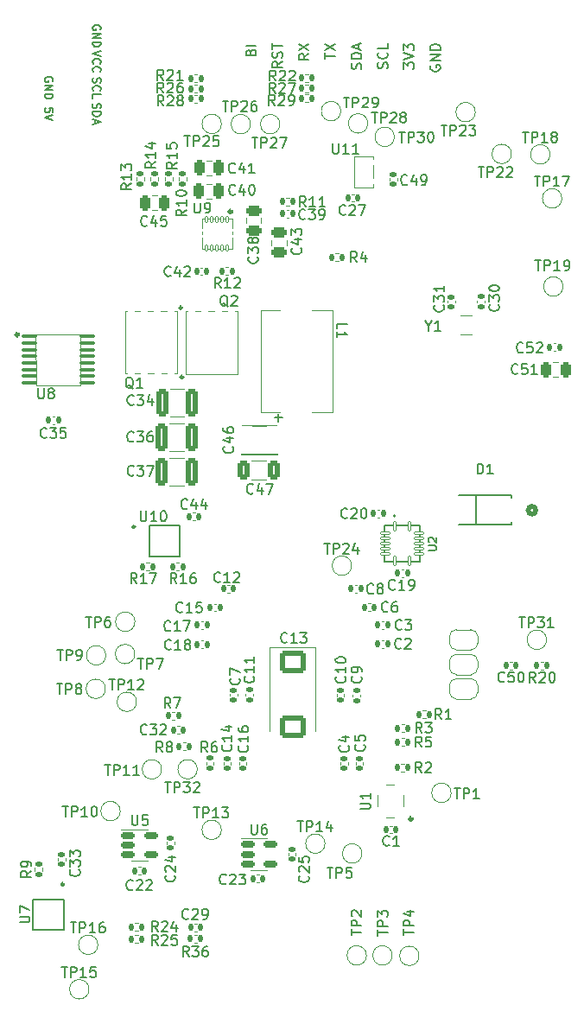
<source format=gbr>
%TF.GenerationSoftware,KiCad,Pcbnew,7.0.6-0*%
%TF.CreationDate,2023-08-11T12:33:22-04:00*%
%TF.ProjectId,bitaxeMax,62697461-7865-44d6-9178-2e6b69636164,rev?*%
%TF.SameCoordinates,Original*%
%TF.FileFunction,Legend,Top*%
%TF.FilePolarity,Positive*%
%FSLAX46Y46*%
G04 Gerber Fmt 4.6, Leading zero omitted, Abs format (unit mm)*
G04 Created by KiCad (PCBNEW 7.0.6-0) date 2023-08-11 12:33:22*
%MOMM*%
%LPD*%
G01*
G04 APERTURE LIST*
G04 Aperture macros list*
%AMRoundRect*
0 Rectangle with rounded corners*
0 $1 Rounding radius*
0 $2 $3 $4 $5 $6 $7 $8 $9 X,Y pos of 4 corners*
0 Add a 4 corners polygon primitive as box body*
4,1,4,$2,$3,$4,$5,$6,$7,$8,$9,$2,$3,0*
0 Add four circle primitives for the rounded corners*
1,1,$1+$1,$2,$3*
1,1,$1+$1,$4,$5*
1,1,$1+$1,$6,$7*
1,1,$1+$1,$8,$9*
0 Add four rect primitives between the rounded corners*
20,1,$1+$1,$2,$3,$4,$5,0*
20,1,$1+$1,$4,$5,$6,$7,0*
20,1,$1+$1,$6,$7,$8,$9,0*
20,1,$1+$1,$8,$9,$2,$3,0*%
%AMFreePoly0*
4,1,19,0.500000,-0.750000,0.000000,-0.750000,0.000000,-0.744911,-0.071157,-0.744911,-0.207708,-0.704816,-0.327430,-0.627875,-0.420627,-0.520320,-0.479746,-0.390866,-0.500000,-0.250000,-0.500000,0.250000,-0.479746,0.390866,-0.420627,0.520320,-0.327430,0.627875,-0.207708,0.704816,-0.071157,0.744911,0.000000,0.744911,0.000000,0.750000,0.500000,0.750000,0.500000,-0.750000,0.500000,-0.750000,
$1*%
%AMFreePoly1*
4,1,19,0.000000,0.744911,0.071157,0.744911,0.207708,0.704816,0.327430,0.627875,0.420627,0.520320,0.479746,0.390866,0.500000,0.250000,0.500000,-0.250000,0.479746,-0.390866,0.420627,-0.520320,0.327430,-0.627875,0.207708,-0.704816,0.071157,-0.744911,0.000000,-0.744911,0.000000,-0.750000,-0.500000,-0.750000,-0.500000,0.750000,0.000000,0.750000,0.000000,0.744911,0.000000,0.744911,
$1*%
%AMFreePoly2*
4,1,35,0.005000,-4.560000,0.003536,-4.563536,0.000000,-4.565000,-5.000000,-4.565000,-5.003536,-4.563536,-5.005000,-4.560000,-5.005000,-3.898000,-5.003536,-3.894464,-5.000000,-3.893000,-4.325000,-3.893000,-4.325000,-3.269700,-5.000000,-3.269700,-5.003536,-3.268236,-5.005000,-3.264700,-5.005000,-2.599700,-5.003536,-2.596164,-5.000000,-2.594700,-4.325000,-2.594700,-4.325000,-1.971400,-5.000000,-1.971400,
-5.003536,-1.969936,-5.005000,-1.966400,-5.005000,-1.301400,-5.003536,-1.297864,-5.000000,-1.296400,-4.325000,-1.296400,-4.325000,-0.673100,-5.000000,-0.673100,-5.003536,-0.671636,-5.005000,-0.668100,-5.005000,0.000000,-5.003536,0.003536,-5.000000,0.005000,0.005000,0.005000,0.005000,-4.560000,0.005000,-4.560000,$1*%
%AMFreePoly3*
4,1,45,-0.199646,1.700354,-0.199500,1.700000,-0.199500,1.200500,0.199500,1.200500,0.199500,1.700000,0.199646,1.700354,0.200000,1.700500,0.450000,1.700500,0.450354,1.700354,0.450500,1.700000,0.450500,1.200500,0.825000,1.200500,0.825354,1.200354,0.825500,1.200000,0.825500,-1.200000,0.825354,-1.200354,0.825000,-1.200500,0.450500,-1.200500,0.450500,-1.700000,0.450354,-1.700354,
0.450000,-1.700500,0.200000,-1.700500,0.199646,-1.700354,0.199500,-1.700000,0.199500,-1.200500,-0.199500,-1.200500,-0.199500,-1.700000,-0.199646,-1.700354,-0.200000,-1.700500,-0.450000,-1.700500,-0.450354,-1.700354,-0.450500,-1.700000,-0.450500,-1.200500,-0.825000,-1.200500,-0.825354,-1.200354,-0.825500,-1.200000,-0.825500,1.200000,-0.825354,1.200354,-0.825000,1.200500,-0.450500,1.200500,
-0.450500,1.700000,-0.450354,1.700354,-0.450000,1.700500,-0.200000,1.700500,-0.199646,1.700354,-0.199646,1.700354,$1*%
G04 Aperture macros list end*
%ADD10C,0.150000*%
%ADD11C,0.120000*%
%ADD12C,0.100000*%
%ADD13C,0.310599*%
%ADD14C,0.254165*%
%ADD15C,0.127000*%
%ADD16C,0.200000*%
%ADD17C,0.280227*%
%ADD18C,0.306982*%
%ADD19C,0.313180*%
%ADD20C,0.508000*%
%ADD21RoundRect,0.135000X-0.135000X-0.185000X0.135000X-0.185000X0.135000X0.185000X-0.135000X0.185000X0*%
%ADD22RoundRect,0.250000X0.475000X-0.250000X0.475000X0.250000X-0.475000X0.250000X-0.475000X-0.250000X0*%
%ADD23RoundRect,0.140000X0.140000X0.170000X-0.140000X0.170000X-0.140000X-0.170000X0.140000X-0.170000X0*%
%ADD24RoundRect,0.100000X-0.637500X-0.100000X0.637500X-0.100000X0.637500X0.100000X-0.637500X0.100000X0*%
%ADD25RoundRect,0.140000X-0.170000X0.140000X-0.170000X-0.140000X0.170000X-0.140000X0.170000X0.140000X0*%
%ADD26R,2.000000X2.000000*%
%ADD27RoundRect,0.135000X-0.185000X0.135000X-0.185000X-0.135000X0.185000X-0.135000X0.185000X0.135000X0*%
%ADD28C,1.500000*%
%ADD29RoundRect,0.250000X0.250000X0.475000X-0.250000X0.475000X-0.250000X-0.475000X0.250000X-0.475000X0*%
%ADD30FreePoly0,180.000000*%
%ADD31FreePoly1,180.000000*%
%ADD32RoundRect,0.135000X0.135000X0.185000X-0.135000X0.185000X-0.135000X-0.185000X0.135000X-0.185000X0*%
%ADD33C,3.500000*%
%ADD34RoundRect,0.250000X-0.475000X0.250000X-0.475000X-0.250000X0.475000X-0.250000X0.475000X0.250000X0*%
%ADD35RoundRect,0.250000X-0.250000X-0.475000X0.250000X-0.475000X0.250000X0.475000X-0.250000X0.475000X0*%
%ADD36R,1.168400X1.600200*%
%ADD37RoundRect,0.150000X-0.512500X-0.150000X0.512500X-0.150000X0.512500X0.150000X-0.512500X0.150000X0*%
%ADD38RoundRect,0.140000X0.170000X-0.140000X0.170000X0.140000X-0.170000X0.140000X-0.170000X-0.140000X0*%
%ADD39R,0.400000X1.100000*%
%ADD40RoundRect,0.140000X-0.140000X-0.170000X0.140000X-0.170000X0.140000X0.170000X-0.140000X0.170000X0*%
%ADD41O,1.700000X1.700000*%
%ADD42RoundRect,0.007800X-0.122200X0.442200X-0.122200X-0.442200X0.122200X-0.442200X0.122200X0.442200X0*%
%ADD43RoundRect,0.007800X-0.442200X-0.122200X0.442200X-0.122200X0.442200X0.122200X-0.442200X0.122200X0*%
%ADD44R,2.050000X2.050000*%
%ADD45R,3.100000X2.000000*%
%ADD46RoundRect,0.135000X0.185000X-0.135000X0.185000X0.135000X-0.185000X0.135000X-0.185000X-0.135000X0*%
%ADD47C,0.700000*%
%ADD48C,4.400000*%
%ADD49R,1.100000X0.400000*%
%ADD50RoundRect,0.250000X-1.025000X0.875000X-1.025000X-0.875000X1.025000X-0.875000X1.025000X0.875000X0*%
%ADD51R,0.700000X0.800000*%
%ADD52FreePoly2,270.000000*%
%ADD53RoundRect,0.007874X-0.112126X0.292126X-0.112126X-0.292126X0.112126X-0.292126X0.112126X0.292126X0*%
%ADD54C,0.400000*%
%ADD55FreePoly3,270.000000*%
%ADD56R,1.600000X2.700000*%
%ADD57FreePoly2,90.000000*%
%ADD58RoundRect,0.250000X-0.325000X-1.100000X0.325000X-1.100000X0.325000X1.100000X-0.325000X1.100000X0*%
%ADD59R,1.100000X1.300000*%
%ADD60RoundRect,0.250000X0.325000X0.650000X-0.325000X0.650000X-0.325000X-0.650000X0.325000X-0.650000X0*%
%ADD61R,0.952500X0.558800*%
%ADD62C,1.295400*%
%ADD63C,1.574800*%
%ADD64R,1.700000X1.700000*%
%ADD65C,2.520000*%
%ADD66C,0.990600*%
%ADD67O,1.600200X0.914400*%
G04 APERTURE END LIST*
D10*
X86035800Y-56697571D02*
X85997704Y-56811857D01*
X85997704Y-56811857D02*
X85997704Y-57002333D01*
X85997704Y-57002333D02*
X86035800Y-57078524D01*
X86035800Y-57078524D02*
X86073895Y-57116619D01*
X86073895Y-57116619D02*
X86150085Y-57154714D01*
X86150085Y-57154714D02*
X86226276Y-57154714D01*
X86226276Y-57154714D02*
X86302466Y-57116619D01*
X86302466Y-57116619D02*
X86340561Y-57078524D01*
X86340561Y-57078524D02*
X86378657Y-57002333D01*
X86378657Y-57002333D02*
X86416752Y-56849952D01*
X86416752Y-56849952D02*
X86454847Y-56773762D01*
X86454847Y-56773762D02*
X86492942Y-56735667D01*
X86492942Y-56735667D02*
X86569133Y-56697571D01*
X86569133Y-56697571D02*
X86645323Y-56697571D01*
X86645323Y-56697571D02*
X86721514Y-56735667D01*
X86721514Y-56735667D02*
X86759609Y-56773762D01*
X86759609Y-56773762D02*
X86797704Y-56849952D01*
X86797704Y-56849952D02*
X86797704Y-57040429D01*
X86797704Y-57040429D02*
X86759609Y-57154714D01*
X85997704Y-57497572D02*
X86797704Y-57497572D01*
X86797704Y-57497572D02*
X86797704Y-57688048D01*
X86797704Y-57688048D02*
X86759609Y-57802334D01*
X86759609Y-57802334D02*
X86683419Y-57878524D01*
X86683419Y-57878524D02*
X86607228Y-57916619D01*
X86607228Y-57916619D02*
X86454847Y-57954715D01*
X86454847Y-57954715D02*
X86340561Y-57954715D01*
X86340561Y-57954715D02*
X86188180Y-57916619D01*
X86188180Y-57916619D02*
X86111990Y-57878524D01*
X86111990Y-57878524D02*
X86035800Y-57802334D01*
X86035800Y-57802334D02*
X85997704Y-57688048D01*
X85997704Y-57688048D02*
X85997704Y-57497572D01*
X86226276Y-58259476D02*
X86226276Y-58640429D01*
X85997704Y-58183286D02*
X86797704Y-58449953D01*
X86797704Y-58449953D02*
X85997704Y-58716619D01*
X86035800Y-54176618D02*
X85997704Y-54290904D01*
X85997704Y-54290904D02*
X85997704Y-54481380D01*
X85997704Y-54481380D02*
X86035800Y-54557571D01*
X86035800Y-54557571D02*
X86073895Y-54595666D01*
X86073895Y-54595666D02*
X86150085Y-54633761D01*
X86150085Y-54633761D02*
X86226276Y-54633761D01*
X86226276Y-54633761D02*
X86302466Y-54595666D01*
X86302466Y-54595666D02*
X86340561Y-54557571D01*
X86340561Y-54557571D02*
X86378657Y-54481380D01*
X86378657Y-54481380D02*
X86416752Y-54328999D01*
X86416752Y-54328999D02*
X86454847Y-54252809D01*
X86454847Y-54252809D02*
X86492942Y-54214714D01*
X86492942Y-54214714D02*
X86569133Y-54176618D01*
X86569133Y-54176618D02*
X86645323Y-54176618D01*
X86645323Y-54176618D02*
X86721514Y-54214714D01*
X86721514Y-54214714D02*
X86759609Y-54252809D01*
X86759609Y-54252809D02*
X86797704Y-54328999D01*
X86797704Y-54328999D02*
X86797704Y-54519476D01*
X86797704Y-54519476D02*
X86759609Y-54633761D01*
X86073895Y-55433762D02*
X86035800Y-55395666D01*
X86035800Y-55395666D02*
X85997704Y-55281381D01*
X85997704Y-55281381D02*
X85997704Y-55205190D01*
X85997704Y-55205190D02*
X86035800Y-55090904D01*
X86035800Y-55090904D02*
X86111990Y-55014714D01*
X86111990Y-55014714D02*
X86188180Y-54976619D01*
X86188180Y-54976619D02*
X86340561Y-54938523D01*
X86340561Y-54938523D02*
X86454847Y-54938523D01*
X86454847Y-54938523D02*
X86607228Y-54976619D01*
X86607228Y-54976619D02*
X86683419Y-55014714D01*
X86683419Y-55014714D02*
X86759609Y-55090904D01*
X86759609Y-55090904D02*
X86797704Y-55205190D01*
X86797704Y-55205190D02*
X86797704Y-55281381D01*
X86797704Y-55281381D02*
X86759609Y-55395666D01*
X86759609Y-55395666D02*
X86721514Y-55433762D01*
X85997704Y-56157571D02*
X85997704Y-55776619D01*
X85997704Y-55776619D02*
X86797704Y-55776619D01*
X86797704Y-51522333D02*
X85997704Y-51789000D01*
X85997704Y-51789000D02*
X86797704Y-52055666D01*
X86073895Y-52779476D02*
X86035800Y-52741380D01*
X86035800Y-52741380D02*
X85997704Y-52627095D01*
X85997704Y-52627095D02*
X85997704Y-52550904D01*
X85997704Y-52550904D02*
X86035800Y-52436618D01*
X86035800Y-52436618D02*
X86111990Y-52360428D01*
X86111990Y-52360428D02*
X86188180Y-52322333D01*
X86188180Y-52322333D02*
X86340561Y-52284237D01*
X86340561Y-52284237D02*
X86454847Y-52284237D01*
X86454847Y-52284237D02*
X86607228Y-52322333D01*
X86607228Y-52322333D02*
X86683419Y-52360428D01*
X86683419Y-52360428D02*
X86759609Y-52436618D01*
X86759609Y-52436618D02*
X86797704Y-52550904D01*
X86797704Y-52550904D02*
X86797704Y-52627095D01*
X86797704Y-52627095D02*
X86759609Y-52741380D01*
X86759609Y-52741380D02*
X86721514Y-52779476D01*
X86073895Y-53579476D02*
X86035800Y-53541380D01*
X86035800Y-53541380D02*
X85997704Y-53427095D01*
X85997704Y-53427095D02*
X85997704Y-53350904D01*
X85997704Y-53350904D02*
X86035800Y-53236618D01*
X86035800Y-53236618D02*
X86111990Y-53160428D01*
X86111990Y-53160428D02*
X86188180Y-53122333D01*
X86188180Y-53122333D02*
X86340561Y-53084237D01*
X86340561Y-53084237D02*
X86454847Y-53084237D01*
X86454847Y-53084237D02*
X86607228Y-53122333D01*
X86607228Y-53122333D02*
X86683419Y-53160428D01*
X86683419Y-53160428D02*
X86759609Y-53236618D01*
X86759609Y-53236618D02*
X86797704Y-53350904D01*
X86797704Y-53350904D02*
X86797704Y-53427095D01*
X86797704Y-53427095D02*
X86759609Y-53541380D01*
X86759609Y-53541380D02*
X86721514Y-53579476D01*
X86759609Y-49439476D02*
X86797704Y-49363286D01*
X86797704Y-49363286D02*
X86797704Y-49249000D01*
X86797704Y-49249000D02*
X86759609Y-49134714D01*
X86759609Y-49134714D02*
X86683419Y-49058524D01*
X86683419Y-49058524D02*
X86607228Y-49020429D01*
X86607228Y-49020429D02*
X86454847Y-48982333D01*
X86454847Y-48982333D02*
X86340561Y-48982333D01*
X86340561Y-48982333D02*
X86188180Y-49020429D01*
X86188180Y-49020429D02*
X86111990Y-49058524D01*
X86111990Y-49058524D02*
X86035800Y-49134714D01*
X86035800Y-49134714D02*
X85997704Y-49249000D01*
X85997704Y-49249000D02*
X85997704Y-49325191D01*
X85997704Y-49325191D02*
X86035800Y-49439476D01*
X86035800Y-49439476D02*
X86073895Y-49477572D01*
X86073895Y-49477572D02*
X86340561Y-49477572D01*
X86340561Y-49477572D02*
X86340561Y-49325191D01*
X85997704Y-49820429D02*
X86797704Y-49820429D01*
X86797704Y-49820429D02*
X85997704Y-50277572D01*
X85997704Y-50277572D02*
X86797704Y-50277572D01*
X85997704Y-50658524D02*
X86797704Y-50658524D01*
X86797704Y-50658524D02*
X86797704Y-50849000D01*
X86797704Y-50849000D02*
X86759609Y-50963286D01*
X86759609Y-50963286D02*
X86683419Y-51039476D01*
X86683419Y-51039476D02*
X86607228Y-51077571D01*
X86607228Y-51077571D02*
X86454847Y-51115667D01*
X86454847Y-51115667D02*
X86340561Y-51115667D01*
X86340561Y-51115667D02*
X86188180Y-51077571D01*
X86188180Y-51077571D02*
X86111990Y-51039476D01*
X86111990Y-51039476D02*
X86035800Y-50963286D01*
X86035800Y-50963286D02*
X85997704Y-50849000D01*
X85997704Y-50849000D02*
X85997704Y-50658524D01*
X82079609Y-54519476D02*
X82117704Y-54443286D01*
X82117704Y-54443286D02*
X82117704Y-54329000D01*
X82117704Y-54329000D02*
X82079609Y-54214714D01*
X82079609Y-54214714D02*
X82003419Y-54138524D01*
X82003419Y-54138524D02*
X81927228Y-54100429D01*
X81927228Y-54100429D02*
X81774847Y-54062333D01*
X81774847Y-54062333D02*
X81660561Y-54062333D01*
X81660561Y-54062333D02*
X81508180Y-54100429D01*
X81508180Y-54100429D02*
X81431990Y-54138524D01*
X81431990Y-54138524D02*
X81355800Y-54214714D01*
X81355800Y-54214714D02*
X81317704Y-54329000D01*
X81317704Y-54329000D02*
X81317704Y-54405191D01*
X81317704Y-54405191D02*
X81355800Y-54519476D01*
X81355800Y-54519476D02*
X81393895Y-54557572D01*
X81393895Y-54557572D02*
X81660561Y-54557572D01*
X81660561Y-54557572D02*
X81660561Y-54405191D01*
X81317704Y-54900429D02*
X82117704Y-54900429D01*
X82117704Y-54900429D02*
X81317704Y-55357572D01*
X81317704Y-55357572D02*
X82117704Y-55357572D01*
X81317704Y-55738524D02*
X82117704Y-55738524D01*
X82117704Y-55738524D02*
X82117704Y-55929000D01*
X82117704Y-55929000D02*
X82079609Y-56043286D01*
X82079609Y-56043286D02*
X82003419Y-56119476D01*
X82003419Y-56119476D02*
X81927228Y-56157571D01*
X81927228Y-56157571D02*
X81774847Y-56195667D01*
X81774847Y-56195667D02*
X81660561Y-56195667D01*
X81660561Y-56195667D02*
X81508180Y-56157571D01*
X81508180Y-56157571D02*
X81431990Y-56119476D01*
X81431990Y-56119476D02*
X81355800Y-56043286D01*
X81355800Y-56043286D02*
X81317704Y-55929000D01*
X81317704Y-55929000D02*
X81317704Y-55738524D01*
X82117704Y-57516619D02*
X82117704Y-57135667D01*
X82117704Y-57135667D02*
X81736752Y-57097571D01*
X81736752Y-57097571D02*
X81774847Y-57135667D01*
X81774847Y-57135667D02*
X81812942Y-57211857D01*
X81812942Y-57211857D02*
X81812942Y-57402333D01*
X81812942Y-57402333D02*
X81774847Y-57478524D01*
X81774847Y-57478524D02*
X81736752Y-57516619D01*
X81736752Y-57516619D02*
X81660561Y-57554714D01*
X81660561Y-57554714D02*
X81470085Y-57554714D01*
X81470085Y-57554714D02*
X81393895Y-57516619D01*
X81393895Y-57516619D02*
X81355800Y-57478524D01*
X81355800Y-57478524D02*
X81317704Y-57402333D01*
X81317704Y-57402333D02*
X81317704Y-57211857D01*
X81317704Y-57211857D02*
X81355800Y-57135667D01*
X81355800Y-57135667D02*
X81393895Y-57097571D01*
X82117704Y-57783286D02*
X81317704Y-58049953D01*
X81317704Y-58049953D02*
X82117704Y-58316619D01*
X116499671Y-53296237D02*
X116499671Y-52677190D01*
X116499671Y-52677190D02*
X116880623Y-53010523D01*
X116880623Y-53010523D02*
X116880623Y-52867666D01*
X116880623Y-52867666D02*
X116928242Y-52772428D01*
X116928242Y-52772428D02*
X116975861Y-52724809D01*
X116975861Y-52724809D02*
X117071099Y-52677190D01*
X117071099Y-52677190D02*
X117309194Y-52677190D01*
X117309194Y-52677190D02*
X117404432Y-52724809D01*
X117404432Y-52724809D02*
X117452052Y-52772428D01*
X117452052Y-52772428D02*
X117499671Y-52867666D01*
X117499671Y-52867666D02*
X117499671Y-53153380D01*
X117499671Y-53153380D02*
X117452052Y-53248618D01*
X117452052Y-53248618D02*
X117404432Y-53296237D01*
X116499671Y-52391475D02*
X117499671Y-52058142D01*
X117499671Y-52058142D02*
X116499671Y-51724809D01*
X116499671Y-51486713D02*
X116499671Y-50867666D01*
X116499671Y-50867666D02*
X116880623Y-51200999D01*
X116880623Y-51200999D02*
X116880623Y-51058142D01*
X116880623Y-51058142D02*
X116928242Y-50962904D01*
X116928242Y-50962904D02*
X116975861Y-50915285D01*
X116975861Y-50915285D02*
X117071099Y-50867666D01*
X117071099Y-50867666D02*
X117309194Y-50867666D01*
X117309194Y-50867666D02*
X117404432Y-50915285D01*
X117404432Y-50915285D02*
X117452052Y-50962904D01*
X117452052Y-50962904D02*
X117499671Y-51058142D01*
X117499671Y-51058142D02*
X117499671Y-51343856D01*
X117499671Y-51343856D02*
X117452052Y-51439094D01*
X117452052Y-51439094D02*
X117404432Y-51486713D01*
X119124438Y-52962904D02*
X119076819Y-53058142D01*
X119076819Y-53058142D02*
X119076819Y-53200999D01*
X119076819Y-53200999D02*
X119124438Y-53343856D01*
X119124438Y-53343856D02*
X119219676Y-53439094D01*
X119219676Y-53439094D02*
X119314914Y-53486713D01*
X119314914Y-53486713D02*
X119505390Y-53534332D01*
X119505390Y-53534332D02*
X119648247Y-53534332D01*
X119648247Y-53534332D02*
X119838723Y-53486713D01*
X119838723Y-53486713D02*
X119933961Y-53439094D01*
X119933961Y-53439094D02*
X120029200Y-53343856D01*
X120029200Y-53343856D02*
X120076819Y-53200999D01*
X120076819Y-53200999D02*
X120076819Y-53105761D01*
X120076819Y-53105761D02*
X120029200Y-52962904D01*
X120029200Y-52962904D02*
X119981580Y-52915285D01*
X119981580Y-52915285D02*
X119648247Y-52915285D01*
X119648247Y-52915285D02*
X119648247Y-53105761D01*
X120076819Y-52486713D02*
X119076819Y-52486713D01*
X119076819Y-52486713D02*
X120076819Y-51915285D01*
X120076819Y-51915285D02*
X119076819Y-51915285D01*
X120076819Y-51439094D02*
X119076819Y-51439094D01*
X119076819Y-51439094D02*
X119076819Y-51200999D01*
X119076819Y-51200999D02*
X119124438Y-51058142D01*
X119124438Y-51058142D02*
X119219676Y-50962904D01*
X119219676Y-50962904D02*
X119314914Y-50915285D01*
X119314914Y-50915285D02*
X119505390Y-50867666D01*
X119505390Y-50867666D02*
X119648247Y-50867666D01*
X119648247Y-50867666D02*
X119838723Y-50915285D01*
X119838723Y-50915285D02*
X119933961Y-50962904D01*
X119933961Y-50962904D02*
X120029200Y-51058142D01*
X120029200Y-51058142D02*
X120076819Y-51200999D01*
X120076819Y-51200999D02*
X120076819Y-51439094D01*
X112297768Y-53296238D02*
X112345387Y-53153381D01*
X112345387Y-53153381D02*
X112345387Y-52915286D01*
X112345387Y-52915286D02*
X112297768Y-52820048D01*
X112297768Y-52820048D02*
X112250148Y-52772429D01*
X112250148Y-52772429D02*
X112154910Y-52724810D01*
X112154910Y-52724810D02*
X112059672Y-52724810D01*
X112059672Y-52724810D02*
X111964434Y-52772429D01*
X111964434Y-52772429D02*
X111916815Y-52820048D01*
X111916815Y-52820048D02*
X111869196Y-52915286D01*
X111869196Y-52915286D02*
X111821577Y-53105762D01*
X111821577Y-53105762D02*
X111773958Y-53201000D01*
X111773958Y-53201000D02*
X111726339Y-53248619D01*
X111726339Y-53248619D02*
X111631101Y-53296238D01*
X111631101Y-53296238D02*
X111535863Y-53296238D01*
X111535863Y-53296238D02*
X111440625Y-53248619D01*
X111440625Y-53248619D02*
X111393006Y-53201000D01*
X111393006Y-53201000D02*
X111345387Y-53105762D01*
X111345387Y-53105762D02*
X111345387Y-52867667D01*
X111345387Y-52867667D02*
X111393006Y-52724810D01*
X112345387Y-52296238D02*
X111345387Y-52296238D01*
X111345387Y-52296238D02*
X111345387Y-52058143D01*
X111345387Y-52058143D02*
X111393006Y-51915286D01*
X111393006Y-51915286D02*
X111488244Y-51820048D01*
X111488244Y-51820048D02*
X111583482Y-51772429D01*
X111583482Y-51772429D02*
X111773958Y-51724810D01*
X111773958Y-51724810D02*
X111916815Y-51724810D01*
X111916815Y-51724810D02*
X112107291Y-51772429D01*
X112107291Y-51772429D02*
X112202529Y-51820048D01*
X112202529Y-51820048D02*
X112297768Y-51915286D01*
X112297768Y-51915286D02*
X112345387Y-52058143D01*
X112345387Y-52058143D02*
X112345387Y-52296238D01*
X112059672Y-51343857D02*
X112059672Y-50867667D01*
X112345387Y-51439095D02*
X111345387Y-51105762D01*
X111345387Y-51105762D02*
X112345387Y-50772429D01*
X101492009Y-51666666D02*
X101539628Y-51523809D01*
X101539628Y-51523809D02*
X101587247Y-51476190D01*
X101587247Y-51476190D02*
X101682485Y-51428571D01*
X101682485Y-51428571D02*
X101825342Y-51428571D01*
X101825342Y-51428571D02*
X101920580Y-51476190D01*
X101920580Y-51476190D02*
X101968200Y-51523809D01*
X101968200Y-51523809D02*
X102015819Y-51619047D01*
X102015819Y-51619047D02*
X102015819Y-51999999D01*
X102015819Y-51999999D02*
X101015819Y-51999999D01*
X101015819Y-51999999D02*
X101015819Y-51666666D01*
X101015819Y-51666666D02*
X101063438Y-51571428D01*
X101063438Y-51571428D02*
X101111057Y-51523809D01*
X101111057Y-51523809D02*
X101206295Y-51476190D01*
X101206295Y-51476190D02*
X101301533Y-51476190D01*
X101301533Y-51476190D02*
X101396771Y-51523809D01*
X101396771Y-51523809D02*
X101444390Y-51571428D01*
X101444390Y-51571428D02*
X101492009Y-51666666D01*
X101492009Y-51666666D02*
X101492009Y-51999999D01*
X102015819Y-50999999D02*
X101015819Y-50999999D01*
X108768245Y-52296238D02*
X108768245Y-51724810D01*
X109768245Y-52010524D02*
X108768245Y-52010524D01*
X108768245Y-51486714D02*
X109768245Y-50820048D01*
X108768245Y-50820048D02*
X109768245Y-51486714D01*
X104613961Y-52581953D02*
X104137770Y-52915286D01*
X104613961Y-53153381D02*
X103613961Y-53153381D01*
X103613961Y-53153381D02*
X103613961Y-52772429D01*
X103613961Y-52772429D02*
X103661580Y-52677191D01*
X103661580Y-52677191D02*
X103709199Y-52629572D01*
X103709199Y-52629572D02*
X103804437Y-52581953D01*
X103804437Y-52581953D02*
X103947294Y-52581953D01*
X103947294Y-52581953D02*
X104042532Y-52629572D01*
X104042532Y-52629572D02*
X104090151Y-52677191D01*
X104090151Y-52677191D02*
X104137770Y-52772429D01*
X104137770Y-52772429D02*
X104137770Y-53153381D01*
X104566342Y-52201000D02*
X104613961Y-52058143D01*
X104613961Y-52058143D02*
X104613961Y-51820048D01*
X104613961Y-51820048D02*
X104566342Y-51724810D01*
X104566342Y-51724810D02*
X104518722Y-51677191D01*
X104518722Y-51677191D02*
X104423484Y-51629572D01*
X104423484Y-51629572D02*
X104328246Y-51629572D01*
X104328246Y-51629572D02*
X104233008Y-51677191D01*
X104233008Y-51677191D02*
X104185389Y-51724810D01*
X104185389Y-51724810D02*
X104137770Y-51820048D01*
X104137770Y-51820048D02*
X104090151Y-52010524D01*
X104090151Y-52010524D02*
X104042532Y-52105762D01*
X104042532Y-52105762D02*
X103994913Y-52153381D01*
X103994913Y-52153381D02*
X103899675Y-52201000D01*
X103899675Y-52201000D02*
X103804437Y-52201000D01*
X103804437Y-52201000D02*
X103709199Y-52153381D01*
X103709199Y-52153381D02*
X103661580Y-52105762D01*
X103661580Y-52105762D02*
X103613961Y-52010524D01*
X103613961Y-52010524D02*
X103613961Y-51772429D01*
X103613961Y-51772429D02*
X103661580Y-51629572D01*
X103613961Y-51343857D02*
X103613961Y-50772429D01*
X104613961Y-51058143D02*
X103613961Y-51058143D01*
X114874910Y-53248618D02*
X114922529Y-53105761D01*
X114922529Y-53105761D02*
X114922529Y-52867666D01*
X114922529Y-52867666D02*
X114874910Y-52772428D01*
X114874910Y-52772428D02*
X114827290Y-52724809D01*
X114827290Y-52724809D02*
X114732052Y-52677190D01*
X114732052Y-52677190D02*
X114636814Y-52677190D01*
X114636814Y-52677190D02*
X114541576Y-52724809D01*
X114541576Y-52724809D02*
X114493957Y-52772428D01*
X114493957Y-52772428D02*
X114446338Y-52867666D01*
X114446338Y-52867666D02*
X114398719Y-53058142D01*
X114398719Y-53058142D02*
X114351100Y-53153380D01*
X114351100Y-53153380D02*
X114303481Y-53200999D01*
X114303481Y-53200999D02*
X114208243Y-53248618D01*
X114208243Y-53248618D02*
X114113005Y-53248618D01*
X114113005Y-53248618D02*
X114017767Y-53200999D01*
X114017767Y-53200999D02*
X113970148Y-53153380D01*
X113970148Y-53153380D02*
X113922529Y-53058142D01*
X113922529Y-53058142D02*
X113922529Y-52820047D01*
X113922529Y-52820047D02*
X113970148Y-52677190D01*
X114827290Y-51677190D02*
X114874910Y-51724809D01*
X114874910Y-51724809D02*
X114922529Y-51867666D01*
X114922529Y-51867666D02*
X114922529Y-51962904D01*
X114922529Y-51962904D02*
X114874910Y-52105761D01*
X114874910Y-52105761D02*
X114779671Y-52200999D01*
X114779671Y-52200999D02*
X114684433Y-52248618D01*
X114684433Y-52248618D02*
X114493957Y-52296237D01*
X114493957Y-52296237D02*
X114351100Y-52296237D01*
X114351100Y-52296237D02*
X114160624Y-52248618D01*
X114160624Y-52248618D02*
X114065386Y-52200999D01*
X114065386Y-52200999D02*
X113970148Y-52105761D01*
X113970148Y-52105761D02*
X113922529Y-51962904D01*
X113922529Y-51962904D02*
X113922529Y-51867666D01*
X113922529Y-51867666D02*
X113970148Y-51724809D01*
X113970148Y-51724809D02*
X114017767Y-51677190D01*
X114922529Y-50772428D02*
X114922529Y-51248618D01*
X114922529Y-51248618D02*
X113922529Y-51248618D01*
X107191103Y-51820047D02*
X106714912Y-52153380D01*
X107191103Y-52391475D02*
X106191103Y-52391475D01*
X106191103Y-52391475D02*
X106191103Y-52010523D01*
X106191103Y-52010523D02*
X106238722Y-51915285D01*
X106238722Y-51915285D02*
X106286341Y-51867666D01*
X106286341Y-51867666D02*
X106381579Y-51820047D01*
X106381579Y-51820047D02*
X106524436Y-51820047D01*
X106524436Y-51820047D02*
X106619674Y-51867666D01*
X106619674Y-51867666D02*
X106667293Y-51915285D01*
X106667293Y-51915285D02*
X106714912Y-52010523D01*
X106714912Y-52010523D02*
X106714912Y-52391475D01*
X106191103Y-51486713D02*
X107191103Y-50820047D01*
X106191103Y-50820047D02*
X107191103Y-51486713D01*
X92947142Y-55634819D02*
X92613809Y-55158628D01*
X92375714Y-55634819D02*
X92375714Y-54634819D01*
X92375714Y-54634819D02*
X92756666Y-54634819D01*
X92756666Y-54634819D02*
X92851904Y-54682438D01*
X92851904Y-54682438D02*
X92899523Y-54730057D01*
X92899523Y-54730057D02*
X92947142Y-54825295D01*
X92947142Y-54825295D02*
X92947142Y-54968152D01*
X92947142Y-54968152D02*
X92899523Y-55063390D01*
X92899523Y-55063390D02*
X92851904Y-55111009D01*
X92851904Y-55111009D02*
X92756666Y-55158628D01*
X92756666Y-55158628D02*
X92375714Y-55158628D01*
X93328095Y-54730057D02*
X93375714Y-54682438D01*
X93375714Y-54682438D02*
X93470952Y-54634819D01*
X93470952Y-54634819D02*
X93709047Y-54634819D01*
X93709047Y-54634819D02*
X93804285Y-54682438D01*
X93804285Y-54682438D02*
X93851904Y-54730057D01*
X93851904Y-54730057D02*
X93899523Y-54825295D01*
X93899523Y-54825295D02*
X93899523Y-54920533D01*
X93899523Y-54920533D02*
X93851904Y-55063390D01*
X93851904Y-55063390D02*
X93280476Y-55634819D01*
X93280476Y-55634819D02*
X93899523Y-55634819D01*
X94756666Y-54634819D02*
X94566190Y-54634819D01*
X94566190Y-54634819D02*
X94470952Y-54682438D01*
X94470952Y-54682438D02*
X94423333Y-54730057D01*
X94423333Y-54730057D02*
X94328095Y-54872914D01*
X94328095Y-54872914D02*
X94280476Y-55063390D01*
X94280476Y-55063390D02*
X94280476Y-55444342D01*
X94280476Y-55444342D02*
X94328095Y-55539580D01*
X94328095Y-55539580D02*
X94375714Y-55587200D01*
X94375714Y-55587200D02*
X94470952Y-55634819D01*
X94470952Y-55634819D02*
X94661428Y-55634819D01*
X94661428Y-55634819D02*
X94756666Y-55587200D01*
X94756666Y-55587200D02*
X94804285Y-55539580D01*
X94804285Y-55539580D02*
X94851904Y-55444342D01*
X94851904Y-55444342D02*
X94851904Y-55206247D01*
X94851904Y-55206247D02*
X94804285Y-55111009D01*
X94804285Y-55111009D02*
X94756666Y-55063390D01*
X94756666Y-55063390D02*
X94661428Y-55015771D01*
X94661428Y-55015771D02*
X94470952Y-55015771D01*
X94470952Y-55015771D02*
X94375714Y-55063390D01*
X94375714Y-55063390D02*
X94328095Y-55111009D01*
X94328095Y-55111009D02*
X94280476Y-55206247D01*
X106390180Y-70854257D02*
X106437800Y-70901876D01*
X106437800Y-70901876D02*
X106485419Y-71044733D01*
X106485419Y-71044733D02*
X106485419Y-71139971D01*
X106485419Y-71139971D02*
X106437800Y-71282828D01*
X106437800Y-71282828D02*
X106342561Y-71378066D01*
X106342561Y-71378066D02*
X106247323Y-71425685D01*
X106247323Y-71425685D02*
X106056847Y-71473304D01*
X106056847Y-71473304D02*
X105913990Y-71473304D01*
X105913990Y-71473304D02*
X105723514Y-71425685D01*
X105723514Y-71425685D02*
X105628276Y-71378066D01*
X105628276Y-71378066D02*
X105533038Y-71282828D01*
X105533038Y-71282828D02*
X105485419Y-71139971D01*
X105485419Y-71139971D02*
X105485419Y-71044733D01*
X105485419Y-71044733D02*
X105533038Y-70901876D01*
X105533038Y-70901876D02*
X105580657Y-70854257D01*
X105818752Y-69997114D02*
X106485419Y-69997114D01*
X105437800Y-70235209D02*
X106152085Y-70473304D01*
X106152085Y-70473304D02*
X106152085Y-69854257D01*
X105485419Y-69568542D02*
X105485419Y-68949495D01*
X105485419Y-68949495D02*
X105866371Y-69282828D01*
X105866371Y-69282828D02*
X105866371Y-69139971D01*
X105866371Y-69139971D02*
X105913990Y-69044733D01*
X105913990Y-69044733D02*
X105961609Y-68997114D01*
X105961609Y-68997114D02*
X106056847Y-68949495D01*
X106056847Y-68949495D02*
X106294942Y-68949495D01*
X106294942Y-68949495D02*
X106390180Y-68997114D01*
X106390180Y-68997114D02*
X106437800Y-69044733D01*
X106437800Y-69044733D02*
X106485419Y-69139971D01*
X106485419Y-69139971D02*
X106485419Y-69425685D01*
X106485419Y-69425685D02*
X106437800Y-69520923D01*
X106437800Y-69520923D02*
X106390180Y-69568542D01*
X115637142Y-104233180D02*
X115589523Y-104280800D01*
X115589523Y-104280800D02*
X115446666Y-104328419D01*
X115446666Y-104328419D02*
X115351428Y-104328419D01*
X115351428Y-104328419D02*
X115208571Y-104280800D01*
X115208571Y-104280800D02*
X115113333Y-104185561D01*
X115113333Y-104185561D02*
X115065714Y-104090323D01*
X115065714Y-104090323D02*
X115018095Y-103899847D01*
X115018095Y-103899847D02*
X115018095Y-103756990D01*
X115018095Y-103756990D02*
X115065714Y-103566514D01*
X115065714Y-103566514D02*
X115113333Y-103471276D01*
X115113333Y-103471276D02*
X115208571Y-103376038D01*
X115208571Y-103376038D02*
X115351428Y-103328419D01*
X115351428Y-103328419D02*
X115446666Y-103328419D01*
X115446666Y-103328419D02*
X115589523Y-103376038D01*
X115589523Y-103376038D02*
X115637142Y-103423657D01*
X116589523Y-104328419D02*
X116018095Y-104328419D01*
X116303809Y-104328419D02*
X116303809Y-103328419D01*
X116303809Y-103328419D02*
X116208571Y-103471276D01*
X116208571Y-103471276D02*
X116113333Y-103566514D01*
X116113333Y-103566514D02*
X116018095Y-103614133D01*
X117065714Y-104328419D02*
X117256190Y-104328419D01*
X117256190Y-104328419D02*
X117351428Y-104280800D01*
X117351428Y-104280800D02*
X117399047Y-104233180D01*
X117399047Y-104233180D02*
X117494285Y-104090323D01*
X117494285Y-104090323D02*
X117541904Y-103899847D01*
X117541904Y-103899847D02*
X117541904Y-103518895D01*
X117541904Y-103518895D02*
X117494285Y-103423657D01*
X117494285Y-103423657D02*
X117446666Y-103376038D01*
X117446666Y-103376038D02*
X117351428Y-103328419D01*
X117351428Y-103328419D02*
X117160952Y-103328419D01*
X117160952Y-103328419D02*
X117065714Y-103376038D01*
X117065714Y-103376038D02*
X117018095Y-103423657D01*
X117018095Y-103423657D02*
X116970476Y-103518895D01*
X116970476Y-103518895D02*
X116970476Y-103756990D01*
X116970476Y-103756990D02*
X117018095Y-103852228D01*
X117018095Y-103852228D02*
X117065714Y-103899847D01*
X117065714Y-103899847D02*
X117160952Y-103947466D01*
X117160952Y-103947466D02*
X117351428Y-103947466D01*
X117351428Y-103947466D02*
X117446666Y-103899847D01*
X117446666Y-103899847D02*
X117494285Y-103852228D01*
X117494285Y-103852228D02*
X117541904Y-103756990D01*
X80648095Y-84584819D02*
X80648095Y-85394342D01*
X80648095Y-85394342D02*
X80695714Y-85489580D01*
X80695714Y-85489580D02*
X80743333Y-85537200D01*
X80743333Y-85537200D02*
X80838571Y-85584819D01*
X80838571Y-85584819D02*
X81029047Y-85584819D01*
X81029047Y-85584819D02*
X81124285Y-85537200D01*
X81124285Y-85537200D02*
X81171904Y-85489580D01*
X81171904Y-85489580D02*
X81219523Y-85394342D01*
X81219523Y-85394342D02*
X81219523Y-84584819D01*
X81838571Y-85013390D02*
X81743333Y-84965771D01*
X81743333Y-84965771D02*
X81695714Y-84918152D01*
X81695714Y-84918152D02*
X81648095Y-84822914D01*
X81648095Y-84822914D02*
X81648095Y-84775295D01*
X81648095Y-84775295D02*
X81695714Y-84680057D01*
X81695714Y-84680057D02*
X81743333Y-84632438D01*
X81743333Y-84632438D02*
X81838571Y-84584819D01*
X81838571Y-84584819D02*
X82029047Y-84584819D01*
X82029047Y-84584819D02*
X82124285Y-84632438D01*
X82124285Y-84632438D02*
X82171904Y-84680057D01*
X82171904Y-84680057D02*
X82219523Y-84775295D01*
X82219523Y-84775295D02*
X82219523Y-84822914D01*
X82219523Y-84822914D02*
X82171904Y-84918152D01*
X82171904Y-84918152D02*
X82124285Y-84965771D01*
X82124285Y-84965771D02*
X82029047Y-85013390D01*
X82029047Y-85013390D02*
X81838571Y-85013390D01*
X81838571Y-85013390D02*
X81743333Y-85061009D01*
X81743333Y-85061009D02*
X81695714Y-85108628D01*
X81695714Y-85108628D02*
X81648095Y-85203866D01*
X81648095Y-85203866D02*
X81648095Y-85394342D01*
X81648095Y-85394342D02*
X81695714Y-85489580D01*
X81695714Y-85489580D02*
X81743333Y-85537200D01*
X81743333Y-85537200D02*
X81838571Y-85584819D01*
X81838571Y-85584819D02*
X82029047Y-85584819D01*
X82029047Y-85584819D02*
X82124285Y-85537200D01*
X82124285Y-85537200D02*
X82171904Y-85489580D01*
X82171904Y-85489580D02*
X82219523Y-85394342D01*
X82219523Y-85394342D02*
X82219523Y-85203866D01*
X82219523Y-85203866D02*
X82171904Y-85108628D01*
X82171904Y-85108628D02*
X82124285Y-85061009D01*
X82124285Y-85061009D02*
X82029047Y-85013390D01*
X100349580Y-113006666D02*
X100397200Y-113054285D01*
X100397200Y-113054285D02*
X100444819Y-113197142D01*
X100444819Y-113197142D02*
X100444819Y-113292380D01*
X100444819Y-113292380D02*
X100397200Y-113435237D01*
X100397200Y-113435237D02*
X100301961Y-113530475D01*
X100301961Y-113530475D02*
X100206723Y-113578094D01*
X100206723Y-113578094D02*
X100016247Y-113625713D01*
X100016247Y-113625713D02*
X99873390Y-113625713D01*
X99873390Y-113625713D02*
X99682914Y-113578094D01*
X99682914Y-113578094D02*
X99587676Y-113530475D01*
X99587676Y-113530475D02*
X99492438Y-113435237D01*
X99492438Y-113435237D02*
X99444819Y-113292380D01*
X99444819Y-113292380D02*
X99444819Y-113197142D01*
X99444819Y-113197142D02*
X99492438Y-113054285D01*
X99492438Y-113054285D02*
X99540057Y-113006666D01*
X99444819Y-112673332D02*
X99444819Y-112006666D01*
X99444819Y-112006666D02*
X100444819Y-112435237D01*
X123721905Y-92974819D02*
X123721905Y-91974819D01*
X123721905Y-91974819D02*
X123960000Y-91974819D01*
X123960000Y-91974819D02*
X124102857Y-92022438D01*
X124102857Y-92022438D02*
X124198095Y-92117676D01*
X124198095Y-92117676D02*
X124245714Y-92212914D01*
X124245714Y-92212914D02*
X124293333Y-92403390D01*
X124293333Y-92403390D02*
X124293333Y-92546247D01*
X124293333Y-92546247D02*
X124245714Y-92736723D01*
X124245714Y-92736723D02*
X124198095Y-92831961D01*
X124198095Y-92831961D02*
X124102857Y-92927200D01*
X124102857Y-92927200D02*
X123960000Y-92974819D01*
X123960000Y-92974819D02*
X123721905Y-92974819D01*
X125245714Y-92974819D02*
X124674286Y-92974819D01*
X124960000Y-92974819D02*
X124960000Y-91974819D01*
X124960000Y-91974819D02*
X124864762Y-92117676D01*
X124864762Y-92117676D02*
X124769524Y-92212914D01*
X124769524Y-92212914D02*
X124674286Y-92260533D01*
X93643333Y-115904819D02*
X93310000Y-115428628D01*
X93071905Y-115904819D02*
X93071905Y-114904819D01*
X93071905Y-114904819D02*
X93452857Y-114904819D01*
X93452857Y-114904819D02*
X93548095Y-114952438D01*
X93548095Y-114952438D02*
X93595714Y-115000057D01*
X93595714Y-115000057D02*
X93643333Y-115095295D01*
X93643333Y-115095295D02*
X93643333Y-115238152D01*
X93643333Y-115238152D02*
X93595714Y-115333390D01*
X93595714Y-115333390D02*
X93548095Y-115381009D01*
X93548095Y-115381009D02*
X93452857Y-115428628D01*
X93452857Y-115428628D02*
X93071905Y-115428628D01*
X93976667Y-114904819D02*
X94643333Y-114904819D01*
X94643333Y-114904819D02*
X94214762Y-115904819D01*
X89804819Y-64522857D02*
X89328628Y-64856190D01*
X89804819Y-65094285D02*
X88804819Y-65094285D01*
X88804819Y-65094285D02*
X88804819Y-64713333D01*
X88804819Y-64713333D02*
X88852438Y-64618095D01*
X88852438Y-64618095D02*
X88900057Y-64570476D01*
X88900057Y-64570476D02*
X88995295Y-64522857D01*
X88995295Y-64522857D02*
X89138152Y-64522857D01*
X89138152Y-64522857D02*
X89233390Y-64570476D01*
X89233390Y-64570476D02*
X89281009Y-64618095D01*
X89281009Y-64618095D02*
X89328628Y-64713333D01*
X89328628Y-64713333D02*
X89328628Y-65094285D01*
X89804819Y-63570476D02*
X89804819Y-64141904D01*
X89804819Y-63856190D02*
X88804819Y-63856190D01*
X88804819Y-63856190D02*
X88947676Y-63951428D01*
X88947676Y-63951428D02*
X89042914Y-64046666D01*
X89042914Y-64046666D02*
X89090533Y-64141904D01*
X88804819Y-63237142D02*
X88804819Y-62618095D01*
X88804819Y-62618095D02*
X89185771Y-62951428D01*
X89185771Y-62951428D02*
X89185771Y-62808571D01*
X89185771Y-62808571D02*
X89233390Y-62713333D01*
X89233390Y-62713333D02*
X89281009Y-62665714D01*
X89281009Y-62665714D02*
X89376247Y-62618095D01*
X89376247Y-62618095D02*
X89614342Y-62618095D01*
X89614342Y-62618095D02*
X89709580Y-62665714D01*
X89709580Y-62665714D02*
X89757200Y-62713333D01*
X89757200Y-62713333D02*
X89804819Y-62808571D01*
X89804819Y-62808571D02*
X89804819Y-63094285D01*
X89804819Y-63094285D02*
X89757200Y-63189523D01*
X89757200Y-63189523D02*
X89709580Y-63237142D01*
X98731905Y-56434819D02*
X99303333Y-56434819D01*
X99017619Y-57434819D02*
X99017619Y-56434819D01*
X99636667Y-57434819D02*
X99636667Y-56434819D01*
X99636667Y-56434819D02*
X100017619Y-56434819D01*
X100017619Y-56434819D02*
X100112857Y-56482438D01*
X100112857Y-56482438D02*
X100160476Y-56530057D01*
X100160476Y-56530057D02*
X100208095Y-56625295D01*
X100208095Y-56625295D02*
X100208095Y-56768152D01*
X100208095Y-56768152D02*
X100160476Y-56863390D01*
X100160476Y-56863390D02*
X100112857Y-56911009D01*
X100112857Y-56911009D02*
X100017619Y-56958628D01*
X100017619Y-56958628D02*
X99636667Y-56958628D01*
X100589048Y-56530057D02*
X100636667Y-56482438D01*
X100636667Y-56482438D02*
X100731905Y-56434819D01*
X100731905Y-56434819D02*
X100970000Y-56434819D01*
X100970000Y-56434819D02*
X101065238Y-56482438D01*
X101065238Y-56482438D02*
X101112857Y-56530057D01*
X101112857Y-56530057D02*
X101160476Y-56625295D01*
X101160476Y-56625295D02*
X101160476Y-56720533D01*
X101160476Y-56720533D02*
X101112857Y-56863390D01*
X101112857Y-56863390D02*
X100541429Y-57434819D01*
X100541429Y-57434819D02*
X101160476Y-57434819D01*
X102017619Y-56434819D02*
X101827143Y-56434819D01*
X101827143Y-56434819D02*
X101731905Y-56482438D01*
X101731905Y-56482438D02*
X101684286Y-56530057D01*
X101684286Y-56530057D02*
X101589048Y-56672914D01*
X101589048Y-56672914D02*
X101541429Y-56863390D01*
X101541429Y-56863390D02*
X101541429Y-57244342D01*
X101541429Y-57244342D02*
X101589048Y-57339580D01*
X101589048Y-57339580D02*
X101636667Y-57387200D01*
X101636667Y-57387200D02*
X101731905Y-57434819D01*
X101731905Y-57434819D02*
X101922381Y-57434819D01*
X101922381Y-57434819D02*
X102017619Y-57387200D01*
X102017619Y-57387200D02*
X102065238Y-57339580D01*
X102065238Y-57339580D02*
X102112857Y-57244342D01*
X102112857Y-57244342D02*
X102112857Y-57006247D01*
X102112857Y-57006247D02*
X102065238Y-56911009D01*
X102065238Y-56911009D02*
X102017619Y-56863390D01*
X102017619Y-56863390D02*
X101922381Y-56815771D01*
X101922381Y-56815771D02*
X101731905Y-56815771D01*
X101731905Y-56815771D02*
X101636667Y-56863390D01*
X101636667Y-56863390D02*
X101589048Y-56911009D01*
X101589048Y-56911009D02*
X101541429Y-57006247D01*
X115083333Y-129329580D02*
X115035714Y-129377200D01*
X115035714Y-129377200D02*
X114892857Y-129424819D01*
X114892857Y-129424819D02*
X114797619Y-129424819D01*
X114797619Y-129424819D02*
X114654762Y-129377200D01*
X114654762Y-129377200D02*
X114559524Y-129281961D01*
X114559524Y-129281961D02*
X114511905Y-129186723D01*
X114511905Y-129186723D02*
X114464286Y-128996247D01*
X114464286Y-128996247D02*
X114464286Y-128853390D01*
X114464286Y-128853390D02*
X114511905Y-128662914D01*
X114511905Y-128662914D02*
X114559524Y-128567676D01*
X114559524Y-128567676D02*
X114654762Y-128472438D01*
X114654762Y-128472438D02*
X114797619Y-128424819D01*
X114797619Y-128424819D02*
X114892857Y-128424819D01*
X114892857Y-128424819D02*
X115035714Y-128472438D01*
X115035714Y-128472438D02*
X115083333Y-128520057D01*
X116035714Y-129424819D02*
X115464286Y-129424819D01*
X115750000Y-129424819D02*
X115750000Y-128424819D01*
X115750000Y-128424819D02*
X115654762Y-128567676D01*
X115654762Y-128567676D02*
X115559524Y-128662914D01*
X115559524Y-128662914D02*
X115464286Y-128710533D01*
X99974142Y-63404380D02*
X99926523Y-63452000D01*
X99926523Y-63452000D02*
X99783666Y-63499619D01*
X99783666Y-63499619D02*
X99688428Y-63499619D01*
X99688428Y-63499619D02*
X99545571Y-63452000D01*
X99545571Y-63452000D02*
X99450333Y-63356761D01*
X99450333Y-63356761D02*
X99402714Y-63261523D01*
X99402714Y-63261523D02*
X99355095Y-63071047D01*
X99355095Y-63071047D02*
X99355095Y-62928190D01*
X99355095Y-62928190D02*
X99402714Y-62737714D01*
X99402714Y-62737714D02*
X99450333Y-62642476D01*
X99450333Y-62642476D02*
X99545571Y-62547238D01*
X99545571Y-62547238D02*
X99688428Y-62499619D01*
X99688428Y-62499619D02*
X99783666Y-62499619D01*
X99783666Y-62499619D02*
X99926523Y-62547238D01*
X99926523Y-62547238D02*
X99974142Y-62594857D01*
X100831285Y-62832952D02*
X100831285Y-63499619D01*
X100593190Y-62452000D02*
X100355095Y-63166285D01*
X100355095Y-63166285D02*
X100974142Y-63166285D01*
X101878904Y-63499619D02*
X101307476Y-63499619D01*
X101593190Y-63499619D02*
X101593190Y-62499619D01*
X101593190Y-62499619D02*
X101497952Y-62642476D01*
X101497952Y-62642476D02*
X101402714Y-62737714D01*
X101402714Y-62737714D02*
X101307476Y-62785333D01*
X129365905Y-72023819D02*
X129937333Y-72023819D01*
X129651619Y-73023819D02*
X129651619Y-72023819D01*
X130270667Y-73023819D02*
X130270667Y-72023819D01*
X130270667Y-72023819D02*
X130651619Y-72023819D01*
X130651619Y-72023819D02*
X130746857Y-72071438D01*
X130746857Y-72071438D02*
X130794476Y-72119057D01*
X130794476Y-72119057D02*
X130842095Y-72214295D01*
X130842095Y-72214295D02*
X130842095Y-72357152D01*
X130842095Y-72357152D02*
X130794476Y-72452390D01*
X130794476Y-72452390D02*
X130746857Y-72500009D01*
X130746857Y-72500009D02*
X130651619Y-72547628D01*
X130651619Y-72547628D02*
X130270667Y-72547628D01*
X131794476Y-73023819D02*
X131223048Y-73023819D01*
X131508762Y-73023819D02*
X131508762Y-72023819D01*
X131508762Y-72023819D02*
X131413524Y-72166676D01*
X131413524Y-72166676D02*
X131318286Y-72261914D01*
X131318286Y-72261914D02*
X131223048Y-72309533D01*
X132270667Y-73023819D02*
X132461143Y-73023819D01*
X132461143Y-73023819D02*
X132556381Y-72976200D01*
X132556381Y-72976200D02*
X132604000Y-72928580D01*
X132604000Y-72928580D02*
X132699238Y-72785723D01*
X132699238Y-72785723D02*
X132746857Y-72595247D01*
X132746857Y-72595247D02*
X132746857Y-72214295D01*
X132746857Y-72214295D02*
X132699238Y-72119057D01*
X132699238Y-72119057D02*
X132651619Y-72071438D01*
X132651619Y-72071438D02*
X132556381Y-72023819D01*
X132556381Y-72023819D02*
X132365905Y-72023819D01*
X132365905Y-72023819D02*
X132270667Y-72071438D01*
X132270667Y-72071438D02*
X132223048Y-72119057D01*
X132223048Y-72119057D02*
X132175429Y-72214295D01*
X132175429Y-72214295D02*
X132175429Y-72452390D01*
X132175429Y-72452390D02*
X132223048Y-72547628D01*
X132223048Y-72547628D02*
X132270667Y-72595247D01*
X132270667Y-72595247D02*
X132365905Y-72642866D01*
X132365905Y-72642866D02*
X132556381Y-72642866D01*
X132556381Y-72642866D02*
X132651619Y-72595247D01*
X132651619Y-72595247D02*
X132699238Y-72547628D01*
X132699238Y-72547628D02*
X132746857Y-72452390D01*
X120193333Y-117004819D02*
X119860000Y-116528628D01*
X119621905Y-117004819D02*
X119621905Y-116004819D01*
X119621905Y-116004819D02*
X120002857Y-116004819D01*
X120002857Y-116004819D02*
X120098095Y-116052438D01*
X120098095Y-116052438D02*
X120145714Y-116100057D01*
X120145714Y-116100057D02*
X120193333Y-116195295D01*
X120193333Y-116195295D02*
X120193333Y-116338152D01*
X120193333Y-116338152D02*
X120145714Y-116433390D01*
X120145714Y-116433390D02*
X120098095Y-116481009D01*
X120098095Y-116481009D02*
X120002857Y-116528628D01*
X120002857Y-116528628D02*
X119621905Y-116528628D01*
X121145714Y-117004819D02*
X120574286Y-117004819D01*
X120860000Y-117004819D02*
X120860000Y-116004819D01*
X120860000Y-116004819D02*
X120764762Y-116147676D01*
X120764762Y-116147676D02*
X120669524Y-116242914D01*
X120669524Y-116242914D02*
X120574286Y-116290533D01*
X116283333Y-108159580D02*
X116235714Y-108207200D01*
X116235714Y-108207200D02*
X116092857Y-108254819D01*
X116092857Y-108254819D02*
X115997619Y-108254819D01*
X115997619Y-108254819D02*
X115854762Y-108207200D01*
X115854762Y-108207200D02*
X115759524Y-108111961D01*
X115759524Y-108111961D02*
X115711905Y-108016723D01*
X115711905Y-108016723D02*
X115664286Y-107826247D01*
X115664286Y-107826247D02*
X115664286Y-107683390D01*
X115664286Y-107683390D02*
X115711905Y-107492914D01*
X115711905Y-107492914D02*
X115759524Y-107397676D01*
X115759524Y-107397676D02*
X115854762Y-107302438D01*
X115854762Y-107302438D02*
X115997619Y-107254819D01*
X115997619Y-107254819D02*
X116092857Y-107254819D01*
X116092857Y-107254819D02*
X116235714Y-107302438D01*
X116235714Y-107302438D02*
X116283333Y-107350057D01*
X116616667Y-107254819D02*
X117235714Y-107254819D01*
X117235714Y-107254819D02*
X116902381Y-107635771D01*
X116902381Y-107635771D02*
X117045238Y-107635771D01*
X117045238Y-107635771D02*
X117140476Y-107683390D01*
X117140476Y-107683390D02*
X117188095Y-107731009D01*
X117188095Y-107731009D02*
X117235714Y-107826247D01*
X117235714Y-107826247D02*
X117235714Y-108064342D01*
X117235714Y-108064342D02*
X117188095Y-108159580D01*
X117188095Y-108159580D02*
X117140476Y-108207200D01*
X117140476Y-108207200D02*
X117045238Y-108254819D01*
X117045238Y-108254819D02*
X116759524Y-108254819D01*
X116759524Y-108254819D02*
X116664286Y-108207200D01*
X116664286Y-108207200D02*
X116616667Y-108159580D01*
X102150180Y-71704257D02*
X102197800Y-71751876D01*
X102197800Y-71751876D02*
X102245419Y-71894733D01*
X102245419Y-71894733D02*
X102245419Y-71989971D01*
X102245419Y-71989971D02*
X102197800Y-72132828D01*
X102197800Y-72132828D02*
X102102561Y-72228066D01*
X102102561Y-72228066D02*
X102007323Y-72275685D01*
X102007323Y-72275685D02*
X101816847Y-72323304D01*
X101816847Y-72323304D02*
X101673990Y-72323304D01*
X101673990Y-72323304D02*
X101483514Y-72275685D01*
X101483514Y-72275685D02*
X101388276Y-72228066D01*
X101388276Y-72228066D02*
X101293038Y-72132828D01*
X101293038Y-72132828D02*
X101245419Y-71989971D01*
X101245419Y-71989971D02*
X101245419Y-71894733D01*
X101245419Y-71894733D02*
X101293038Y-71751876D01*
X101293038Y-71751876D02*
X101340657Y-71704257D01*
X101245419Y-71370923D02*
X101245419Y-70751876D01*
X101245419Y-70751876D02*
X101626371Y-71085209D01*
X101626371Y-71085209D02*
X101626371Y-70942352D01*
X101626371Y-70942352D02*
X101673990Y-70847114D01*
X101673990Y-70847114D02*
X101721609Y-70799495D01*
X101721609Y-70799495D02*
X101816847Y-70751876D01*
X101816847Y-70751876D02*
X102054942Y-70751876D01*
X102054942Y-70751876D02*
X102150180Y-70799495D01*
X102150180Y-70799495D02*
X102197800Y-70847114D01*
X102197800Y-70847114D02*
X102245419Y-70942352D01*
X102245419Y-70942352D02*
X102245419Y-71228066D01*
X102245419Y-71228066D02*
X102197800Y-71323304D01*
X102197800Y-71323304D02*
X102150180Y-71370923D01*
X101673990Y-70180447D02*
X101626371Y-70275685D01*
X101626371Y-70275685D02*
X101578752Y-70323304D01*
X101578752Y-70323304D02*
X101483514Y-70370923D01*
X101483514Y-70370923D02*
X101435895Y-70370923D01*
X101435895Y-70370923D02*
X101340657Y-70323304D01*
X101340657Y-70323304D02*
X101293038Y-70275685D01*
X101293038Y-70275685D02*
X101245419Y-70180447D01*
X101245419Y-70180447D02*
X101245419Y-69989971D01*
X101245419Y-69989971D02*
X101293038Y-69894733D01*
X101293038Y-69894733D02*
X101340657Y-69847114D01*
X101340657Y-69847114D02*
X101435895Y-69799495D01*
X101435895Y-69799495D02*
X101483514Y-69799495D01*
X101483514Y-69799495D02*
X101578752Y-69847114D01*
X101578752Y-69847114D02*
X101626371Y-69894733D01*
X101626371Y-69894733D02*
X101673990Y-69989971D01*
X101673990Y-69989971D02*
X101673990Y-70180447D01*
X101673990Y-70180447D02*
X101721609Y-70275685D01*
X101721609Y-70275685D02*
X101769228Y-70323304D01*
X101769228Y-70323304D02*
X101864466Y-70370923D01*
X101864466Y-70370923D02*
X102054942Y-70370923D01*
X102054942Y-70370923D02*
X102150180Y-70323304D01*
X102150180Y-70323304D02*
X102197800Y-70275685D01*
X102197800Y-70275685D02*
X102245419Y-70180447D01*
X102245419Y-70180447D02*
X102245419Y-69989971D01*
X102245419Y-69989971D02*
X102197800Y-69894733D01*
X102197800Y-69894733D02*
X102150180Y-69847114D01*
X102150180Y-69847114D02*
X102054942Y-69799495D01*
X102054942Y-69799495D02*
X101864466Y-69799495D01*
X101864466Y-69799495D02*
X101769228Y-69847114D01*
X101769228Y-69847114D02*
X101721609Y-69894733D01*
X101721609Y-69894733D02*
X101673990Y-69989971D01*
X108978095Y-131544819D02*
X109549523Y-131544819D01*
X109263809Y-132544819D02*
X109263809Y-131544819D01*
X109882857Y-132544819D02*
X109882857Y-131544819D01*
X109882857Y-131544819D02*
X110263809Y-131544819D01*
X110263809Y-131544819D02*
X110359047Y-131592438D01*
X110359047Y-131592438D02*
X110406666Y-131640057D01*
X110406666Y-131640057D02*
X110454285Y-131735295D01*
X110454285Y-131735295D02*
X110454285Y-131878152D01*
X110454285Y-131878152D02*
X110406666Y-131973390D01*
X110406666Y-131973390D02*
X110359047Y-132021009D01*
X110359047Y-132021009D02*
X110263809Y-132068628D01*
X110263809Y-132068628D02*
X109882857Y-132068628D01*
X111359047Y-131544819D02*
X110882857Y-131544819D01*
X110882857Y-131544819D02*
X110835238Y-132021009D01*
X110835238Y-132021009D02*
X110882857Y-131973390D01*
X110882857Y-131973390D02*
X110978095Y-131925771D01*
X110978095Y-131925771D02*
X111216190Y-131925771D01*
X111216190Y-131925771D02*
X111311428Y-131973390D01*
X111311428Y-131973390D02*
X111359047Y-132021009D01*
X111359047Y-132021009D02*
X111406666Y-132116247D01*
X111406666Y-132116247D02*
X111406666Y-132354342D01*
X111406666Y-132354342D02*
X111359047Y-132449580D01*
X111359047Y-132449580D02*
X111311428Y-132497200D01*
X111311428Y-132497200D02*
X111216190Y-132544819D01*
X111216190Y-132544819D02*
X110978095Y-132544819D01*
X110978095Y-132544819D02*
X110882857Y-132497200D01*
X110882857Y-132497200D02*
X110835238Y-132449580D01*
X103917142Y-55654819D02*
X103583809Y-55178628D01*
X103345714Y-55654819D02*
X103345714Y-54654819D01*
X103345714Y-54654819D02*
X103726666Y-54654819D01*
X103726666Y-54654819D02*
X103821904Y-54702438D01*
X103821904Y-54702438D02*
X103869523Y-54750057D01*
X103869523Y-54750057D02*
X103917142Y-54845295D01*
X103917142Y-54845295D02*
X103917142Y-54988152D01*
X103917142Y-54988152D02*
X103869523Y-55083390D01*
X103869523Y-55083390D02*
X103821904Y-55131009D01*
X103821904Y-55131009D02*
X103726666Y-55178628D01*
X103726666Y-55178628D02*
X103345714Y-55178628D01*
X104298095Y-54750057D02*
X104345714Y-54702438D01*
X104345714Y-54702438D02*
X104440952Y-54654819D01*
X104440952Y-54654819D02*
X104679047Y-54654819D01*
X104679047Y-54654819D02*
X104774285Y-54702438D01*
X104774285Y-54702438D02*
X104821904Y-54750057D01*
X104821904Y-54750057D02*
X104869523Y-54845295D01*
X104869523Y-54845295D02*
X104869523Y-54940533D01*
X104869523Y-54940533D02*
X104821904Y-55083390D01*
X104821904Y-55083390D02*
X104250476Y-55654819D01*
X104250476Y-55654819D02*
X104869523Y-55654819D01*
X105202857Y-54654819D02*
X105869523Y-54654819D01*
X105869523Y-54654819D02*
X105440952Y-55654819D01*
X107109580Y-132352857D02*
X107157200Y-132400476D01*
X107157200Y-132400476D02*
X107204819Y-132543333D01*
X107204819Y-132543333D02*
X107204819Y-132638571D01*
X107204819Y-132638571D02*
X107157200Y-132781428D01*
X107157200Y-132781428D02*
X107061961Y-132876666D01*
X107061961Y-132876666D02*
X106966723Y-132924285D01*
X106966723Y-132924285D02*
X106776247Y-132971904D01*
X106776247Y-132971904D02*
X106633390Y-132971904D01*
X106633390Y-132971904D02*
X106442914Y-132924285D01*
X106442914Y-132924285D02*
X106347676Y-132876666D01*
X106347676Y-132876666D02*
X106252438Y-132781428D01*
X106252438Y-132781428D02*
X106204819Y-132638571D01*
X106204819Y-132638571D02*
X106204819Y-132543333D01*
X106204819Y-132543333D02*
X106252438Y-132400476D01*
X106252438Y-132400476D02*
X106300057Y-132352857D01*
X106300057Y-131971904D02*
X106252438Y-131924285D01*
X106252438Y-131924285D02*
X106204819Y-131829047D01*
X106204819Y-131829047D02*
X106204819Y-131590952D01*
X106204819Y-131590952D02*
X106252438Y-131495714D01*
X106252438Y-131495714D02*
X106300057Y-131448095D01*
X106300057Y-131448095D02*
X106395295Y-131400476D01*
X106395295Y-131400476D02*
X106490533Y-131400476D01*
X106490533Y-131400476D02*
X106633390Y-131448095D01*
X106633390Y-131448095D02*
X107204819Y-132019523D01*
X107204819Y-132019523D02*
X107204819Y-131400476D01*
X106204819Y-130495714D02*
X106204819Y-130971904D01*
X106204819Y-130971904D02*
X106681009Y-131019523D01*
X106681009Y-131019523D02*
X106633390Y-130971904D01*
X106633390Y-130971904D02*
X106585771Y-130876666D01*
X106585771Y-130876666D02*
X106585771Y-130638571D01*
X106585771Y-130638571D02*
X106633390Y-130543333D01*
X106633390Y-130543333D02*
X106681009Y-130495714D01*
X106681009Y-130495714D02*
X106776247Y-130448095D01*
X106776247Y-130448095D02*
X107014342Y-130448095D01*
X107014342Y-130448095D02*
X107109580Y-130495714D01*
X107109580Y-130495714D02*
X107157200Y-130543333D01*
X107157200Y-130543333D02*
X107204819Y-130638571D01*
X107204819Y-130638571D02*
X107204819Y-130876666D01*
X107204819Y-130876666D02*
X107157200Y-130971904D01*
X107157200Y-130971904D02*
X107109580Y-131019523D01*
X91347142Y-68599580D02*
X91299523Y-68647200D01*
X91299523Y-68647200D02*
X91156666Y-68694819D01*
X91156666Y-68694819D02*
X91061428Y-68694819D01*
X91061428Y-68694819D02*
X90918571Y-68647200D01*
X90918571Y-68647200D02*
X90823333Y-68551961D01*
X90823333Y-68551961D02*
X90775714Y-68456723D01*
X90775714Y-68456723D02*
X90728095Y-68266247D01*
X90728095Y-68266247D02*
X90728095Y-68123390D01*
X90728095Y-68123390D02*
X90775714Y-67932914D01*
X90775714Y-67932914D02*
X90823333Y-67837676D01*
X90823333Y-67837676D02*
X90918571Y-67742438D01*
X90918571Y-67742438D02*
X91061428Y-67694819D01*
X91061428Y-67694819D02*
X91156666Y-67694819D01*
X91156666Y-67694819D02*
X91299523Y-67742438D01*
X91299523Y-67742438D02*
X91347142Y-67790057D01*
X92204285Y-68028152D02*
X92204285Y-68694819D01*
X91966190Y-67647200D02*
X91728095Y-68361485D01*
X91728095Y-68361485D02*
X92347142Y-68361485D01*
X93204285Y-67694819D02*
X92728095Y-67694819D01*
X92728095Y-67694819D02*
X92680476Y-68171009D01*
X92680476Y-68171009D02*
X92728095Y-68123390D01*
X92728095Y-68123390D02*
X92823333Y-68075771D01*
X92823333Y-68075771D02*
X93061428Y-68075771D01*
X93061428Y-68075771D02*
X93156666Y-68123390D01*
X93156666Y-68123390D02*
X93204285Y-68171009D01*
X93204285Y-68171009D02*
X93251904Y-68266247D01*
X93251904Y-68266247D02*
X93251904Y-68504342D01*
X93251904Y-68504342D02*
X93204285Y-68599580D01*
X93204285Y-68599580D02*
X93156666Y-68647200D01*
X93156666Y-68647200D02*
X93061428Y-68694819D01*
X93061428Y-68694819D02*
X92823333Y-68694819D01*
X92823333Y-68694819D02*
X92728095Y-68647200D01*
X92728095Y-68647200D02*
X92680476Y-68599580D01*
X118915809Y-78451628D02*
X118915809Y-78927819D01*
X118582476Y-77927819D02*
X118915809Y-78451628D01*
X118915809Y-78451628D02*
X119249142Y-77927819D01*
X120106285Y-78927819D02*
X119534857Y-78927819D01*
X119820571Y-78927819D02*
X119820571Y-77927819D01*
X119820571Y-77927819D02*
X119725333Y-78070676D01*
X119725333Y-78070676D02*
X119630095Y-78165914D01*
X119630095Y-78165914D02*
X119534857Y-78213533D01*
X83831905Y-136916819D02*
X84403333Y-136916819D01*
X84117619Y-137916819D02*
X84117619Y-136916819D01*
X84736667Y-137916819D02*
X84736667Y-136916819D01*
X84736667Y-136916819D02*
X85117619Y-136916819D01*
X85117619Y-136916819D02*
X85212857Y-136964438D01*
X85212857Y-136964438D02*
X85260476Y-137012057D01*
X85260476Y-137012057D02*
X85308095Y-137107295D01*
X85308095Y-137107295D02*
X85308095Y-137250152D01*
X85308095Y-137250152D02*
X85260476Y-137345390D01*
X85260476Y-137345390D02*
X85212857Y-137393009D01*
X85212857Y-137393009D02*
X85117619Y-137440628D01*
X85117619Y-137440628D02*
X84736667Y-137440628D01*
X86260476Y-137916819D02*
X85689048Y-137916819D01*
X85974762Y-137916819D02*
X85974762Y-136916819D01*
X85974762Y-136916819D02*
X85879524Y-137059676D01*
X85879524Y-137059676D02*
X85784286Y-137154914D01*
X85784286Y-137154914D02*
X85689048Y-137202533D01*
X87117619Y-136916819D02*
X86927143Y-136916819D01*
X86927143Y-136916819D02*
X86831905Y-136964438D01*
X86831905Y-136964438D02*
X86784286Y-137012057D01*
X86784286Y-137012057D02*
X86689048Y-137154914D01*
X86689048Y-137154914D02*
X86641429Y-137345390D01*
X86641429Y-137345390D02*
X86641429Y-137726342D01*
X86641429Y-137726342D02*
X86689048Y-137821580D01*
X86689048Y-137821580D02*
X86736667Y-137869200D01*
X86736667Y-137869200D02*
X86831905Y-137916819D01*
X86831905Y-137916819D02*
X87022381Y-137916819D01*
X87022381Y-137916819D02*
X87117619Y-137869200D01*
X87117619Y-137869200D02*
X87165238Y-137821580D01*
X87165238Y-137821580D02*
X87212857Y-137726342D01*
X87212857Y-137726342D02*
X87212857Y-137488247D01*
X87212857Y-137488247D02*
X87165238Y-137393009D01*
X87165238Y-137393009D02*
X87117619Y-137345390D01*
X87117619Y-137345390D02*
X87022381Y-137297771D01*
X87022381Y-137297771D02*
X86831905Y-137297771D01*
X86831905Y-137297771D02*
X86736667Y-137345390D01*
X86736667Y-137345390D02*
X86689048Y-137393009D01*
X86689048Y-137393009D02*
X86641429Y-137488247D01*
X82951905Y-141276819D02*
X83523333Y-141276819D01*
X83237619Y-142276819D02*
X83237619Y-141276819D01*
X83856667Y-142276819D02*
X83856667Y-141276819D01*
X83856667Y-141276819D02*
X84237619Y-141276819D01*
X84237619Y-141276819D02*
X84332857Y-141324438D01*
X84332857Y-141324438D02*
X84380476Y-141372057D01*
X84380476Y-141372057D02*
X84428095Y-141467295D01*
X84428095Y-141467295D02*
X84428095Y-141610152D01*
X84428095Y-141610152D02*
X84380476Y-141705390D01*
X84380476Y-141705390D02*
X84332857Y-141753009D01*
X84332857Y-141753009D02*
X84237619Y-141800628D01*
X84237619Y-141800628D02*
X83856667Y-141800628D01*
X85380476Y-142276819D02*
X84809048Y-142276819D01*
X85094762Y-142276819D02*
X85094762Y-141276819D01*
X85094762Y-141276819D02*
X84999524Y-141419676D01*
X84999524Y-141419676D02*
X84904286Y-141514914D01*
X84904286Y-141514914D02*
X84809048Y-141562533D01*
X86285238Y-141276819D02*
X85809048Y-141276819D01*
X85809048Y-141276819D02*
X85761429Y-141753009D01*
X85761429Y-141753009D02*
X85809048Y-141705390D01*
X85809048Y-141705390D02*
X85904286Y-141657771D01*
X85904286Y-141657771D02*
X86142381Y-141657771D01*
X86142381Y-141657771D02*
X86237619Y-141705390D01*
X86237619Y-141705390D02*
X86285238Y-141753009D01*
X86285238Y-141753009D02*
X86332857Y-141848247D01*
X86332857Y-141848247D02*
X86332857Y-142086342D01*
X86332857Y-142086342D02*
X86285238Y-142181580D01*
X86285238Y-142181580D02*
X86237619Y-142229200D01*
X86237619Y-142229200D02*
X86142381Y-142276819D01*
X86142381Y-142276819D02*
X85904286Y-142276819D01*
X85904286Y-142276819D02*
X85809048Y-142229200D01*
X85809048Y-142229200D02*
X85761429Y-142181580D01*
X89858095Y-126394819D02*
X89858095Y-127204342D01*
X89858095Y-127204342D02*
X89905714Y-127299580D01*
X89905714Y-127299580D02*
X89953333Y-127347200D01*
X89953333Y-127347200D02*
X90048571Y-127394819D01*
X90048571Y-127394819D02*
X90239047Y-127394819D01*
X90239047Y-127394819D02*
X90334285Y-127347200D01*
X90334285Y-127347200D02*
X90381904Y-127299580D01*
X90381904Y-127299580D02*
X90429523Y-127204342D01*
X90429523Y-127204342D02*
X90429523Y-126394819D01*
X91381904Y-126394819D02*
X90905714Y-126394819D01*
X90905714Y-126394819D02*
X90858095Y-126871009D01*
X90858095Y-126871009D02*
X90905714Y-126823390D01*
X90905714Y-126823390D02*
X91000952Y-126775771D01*
X91000952Y-126775771D02*
X91239047Y-126775771D01*
X91239047Y-126775771D02*
X91334285Y-126823390D01*
X91334285Y-126823390D02*
X91381904Y-126871009D01*
X91381904Y-126871009D02*
X91429523Y-126966247D01*
X91429523Y-126966247D02*
X91429523Y-127204342D01*
X91429523Y-127204342D02*
X91381904Y-127299580D01*
X91381904Y-127299580D02*
X91334285Y-127347200D01*
X91334285Y-127347200D02*
X91239047Y-127394819D01*
X91239047Y-127394819D02*
X91000952Y-127394819D01*
X91000952Y-127394819D02*
X90905714Y-127347200D01*
X90905714Y-127347200D02*
X90858095Y-127299580D01*
X127667142Y-83099580D02*
X127619523Y-83147200D01*
X127619523Y-83147200D02*
X127476666Y-83194819D01*
X127476666Y-83194819D02*
X127381428Y-83194819D01*
X127381428Y-83194819D02*
X127238571Y-83147200D01*
X127238571Y-83147200D02*
X127143333Y-83051961D01*
X127143333Y-83051961D02*
X127095714Y-82956723D01*
X127095714Y-82956723D02*
X127048095Y-82766247D01*
X127048095Y-82766247D02*
X127048095Y-82623390D01*
X127048095Y-82623390D02*
X127095714Y-82432914D01*
X127095714Y-82432914D02*
X127143333Y-82337676D01*
X127143333Y-82337676D02*
X127238571Y-82242438D01*
X127238571Y-82242438D02*
X127381428Y-82194819D01*
X127381428Y-82194819D02*
X127476666Y-82194819D01*
X127476666Y-82194819D02*
X127619523Y-82242438D01*
X127619523Y-82242438D02*
X127667142Y-82290057D01*
X128571904Y-82194819D02*
X128095714Y-82194819D01*
X128095714Y-82194819D02*
X128048095Y-82671009D01*
X128048095Y-82671009D02*
X128095714Y-82623390D01*
X128095714Y-82623390D02*
X128190952Y-82575771D01*
X128190952Y-82575771D02*
X128429047Y-82575771D01*
X128429047Y-82575771D02*
X128524285Y-82623390D01*
X128524285Y-82623390D02*
X128571904Y-82671009D01*
X128571904Y-82671009D02*
X128619523Y-82766247D01*
X128619523Y-82766247D02*
X128619523Y-83004342D01*
X128619523Y-83004342D02*
X128571904Y-83099580D01*
X128571904Y-83099580D02*
X128524285Y-83147200D01*
X128524285Y-83147200D02*
X128429047Y-83194819D01*
X128429047Y-83194819D02*
X128190952Y-83194819D01*
X128190952Y-83194819D02*
X128095714Y-83147200D01*
X128095714Y-83147200D02*
X128048095Y-83099580D01*
X129571904Y-83194819D02*
X129000476Y-83194819D01*
X129286190Y-83194819D02*
X129286190Y-82194819D01*
X129286190Y-82194819D02*
X129190952Y-82337676D01*
X129190952Y-82337676D02*
X129095714Y-82432914D01*
X129095714Y-82432914D02*
X129000476Y-82480533D01*
X120152905Y-58803819D02*
X120724333Y-58803819D01*
X120438619Y-59803819D02*
X120438619Y-58803819D01*
X121057667Y-59803819D02*
X121057667Y-58803819D01*
X121057667Y-58803819D02*
X121438619Y-58803819D01*
X121438619Y-58803819D02*
X121533857Y-58851438D01*
X121533857Y-58851438D02*
X121581476Y-58899057D01*
X121581476Y-58899057D02*
X121629095Y-58994295D01*
X121629095Y-58994295D02*
X121629095Y-59137152D01*
X121629095Y-59137152D02*
X121581476Y-59232390D01*
X121581476Y-59232390D02*
X121533857Y-59280009D01*
X121533857Y-59280009D02*
X121438619Y-59327628D01*
X121438619Y-59327628D02*
X121057667Y-59327628D01*
X122010048Y-58899057D02*
X122057667Y-58851438D01*
X122057667Y-58851438D02*
X122152905Y-58803819D01*
X122152905Y-58803819D02*
X122391000Y-58803819D01*
X122391000Y-58803819D02*
X122486238Y-58851438D01*
X122486238Y-58851438D02*
X122533857Y-58899057D01*
X122533857Y-58899057D02*
X122581476Y-58994295D01*
X122581476Y-58994295D02*
X122581476Y-59089533D01*
X122581476Y-59089533D02*
X122533857Y-59232390D01*
X122533857Y-59232390D02*
X121962429Y-59803819D01*
X121962429Y-59803819D02*
X122581476Y-59803819D01*
X122914810Y-58803819D02*
X123533857Y-58803819D01*
X123533857Y-58803819D02*
X123200524Y-59184771D01*
X123200524Y-59184771D02*
X123343381Y-59184771D01*
X123343381Y-59184771D02*
X123438619Y-59232390D01*
X123438619Y-59232390D02*
X123486238Y-59280009D01*
X123486238Y-59280009D02*
X123533857Y-59375247D01*
X123533857Y-59375247D02*
X123533857Y-59613342D01*
X123533857Y-59613342D02*
X123486238Y-59708580D01*
X123486238Y-59708580D02*
X123438619Y-59756200D01*
X123438619Y-59756200D02*
X123343381Y-59803819D01*
X123343381Y-59803819D02*
X123057667Y-59803819D01*
X123057667Y-59803819D02*
X122962429Y-59756200D01*
X122962429Y-59756200D02*
X122914810Y-59708580D01*
X97253333Y-120224819D02*
X96920000Y-119748628D01*
X96681905Y-120224819D02*
X96681905Y-119224819D01*
X96681905Y-119224819D02*
X97062857Y-119224819D01*
X97062857Y-119224819D02*
X97158095Y-119272438D01*
X97158095Y-119272438D02*
X97205714Y-119320057D01*
X97205714Y-119320057D02*
X97253333Y-119415295D01*
X97253333Y-119415295D02*
X97253333Y-119558152D01*
X97253333Y-119558152D02*
X97205714Y-119653390D01*
X97205714Y-119653390D02*
X97158095Y-119701009D01*
X97158095Y-119701009D02*
X97062857Y-119748628D01*
X97062857Y-119748628D02*
X96681905Y-119748628D01*
X98110476Y-119224819D02*
X97920000Y-119224819D01*
X97920000Y-119224819D02*
X97824762Y-119272438D01*
X97824762Y-119272438D02*
X97777143Y-119320057D01*
X97777143Y-119320057D02*
X97681905Y-119462914D01*
X97681905Y-119462914D02*
X97634286Y-119653390D01*
X97634286Y-119653390D02*
X97634286Y-120034342D01*
X97634286Y-120034342D02*
X97681905Y-120129580D01*
X97681905Y-120129580D02*
X97729524Y-120177200D01*
X97729524Y-120177200D02*
X97824762Y-120224819D01*
X97824762Y-120224819D02*
X98015238Y-120224819D01*
X98015238Y-120224819D02*
X98110476Y-120177200D01*
X98110476Y-120177200D02*
X98158095Y-120129580D01*
X98158095Y-120129580D02*
X98205714Y-120034342D01*
X98205714Y-120034342D02*
X98205714Y-119796247D01*
X98205714Y-119796247D02*
X98158095Y-119701009D01*
X98158095Y-119701009D02*
X98110476Y-119653390D01*
X98110476Y-119653390D02*
X98015238Y-119605771D01*
X98015238Y-119605771D02*
X97824762Y-119605771D01*
X97824762Y-119605771D02*
X97729524Y-119653390D01*
X97729524Y-119653390D02*
X97681905Y-119701009D01*
X97681905Y-119701009D02*
X97634286Y-119796247D01*
X116044905Y-59469819D02*
X116616333Y-59469819D01*
X116330619Y-60469819D02*
X116330619Y-59469819D01*
X116949667Y-60469819D02*
X116949667Y-59469819D01*
X116949667Y-59469819D02*
X117330619Y-59469819D01*
X117330619Y-59469819D02*
X117425857Y-59517438D01*
X117425857Y-59517438D02*
X117473476Y-59565057D01*
X117473476Y-59565057D02*
X117521095Y-59660295D01*
X117521095Y-59660295D02*
X117521095Y-59803152D01*
X117521095Y-59803152D02*
X117473476Y-59898390D01*
X117473476Y-59898390D02*
X117425857Y-59946009D01*
X117425857Y-59946009D02*
X117330619Y-59993628D01*
X117330619Y-59993628D02*
X116949667Y-59993628D01*
X117854429Y-59469819D02*
X118473476Y-59469819D01*
X118473476Y-59469819D02*
X118140143Y-59850771D01*
X118140143Y-59850771D02*
X118283000Y-59850771D01*
X118283000Y-59850771D02*
X118378238Y-59898390D01*
X118378238Y-59898390D02*
X118425857Y-59946009D01*
X118425857Y-59946009D02*
X118473476Y-60041247D01*
X118473476Y-60041247D02*
X118473476Y-60279342D01*
X118473476Y-60279342D02*
X118425857Y-60374580D01*
X118425857Y-60374580D02*
X118378238Y-60422200D01*
X118378238Y-60422200D02*
X118283000Y-60469819D01*
X118283000Y-60469819D02*
X117997286Y-60469819D01*
X117997286Y-60469819D02*
X117902048Y-60422200D01*
X117902048Y-60422200D02*
X117854429Y-60374580D01*
X119092524Y-59469819D02*
X119187762Y-59469819D01*
X119187762Y-59469819D02*
X119283000Y-59517438D01*
X119283000Y-59517438D02*
X119330619Y-59565057D01*
X119330619Y-59565057D02*
X119378238Y-59660295D01*
X119378238Y-59660295D02*
X119425857Y-59850771D01*
X119425857Y-59850771D02*
X119425857Y-60088866D01*
X119425857Y-60088866D02*
X119378238Y-60279342D01*
X119378238Y-60279342D02*
X119330619Y-60374580D01*
X119330619Y-60374580D02*
X119283000Y-60422200D01*
X119283000Y-60422200D02*
X119187762Y-60469819D01*
X119187762Y-60469819D02*
X119092524Y-60469819D01*
X119092524Y-60469819D02*
X118997286Y-60422200D01*
X118997286Y-60422200D02*
X118949667Y-60374580D01*
X118949667Y-60374580D02*
X118902048Y-60279342D01*
X118902048Y-60279342D02*
X118854429Y-60088866D01*
X118854429Y-60088866D02*
X118854429Y-59850771D01*
X118854429Y-59850771D02*
X118902048Y-59660295D01*
X118902048Y-59660295D02*
X118949667Y-59565057D01*
X118949667Y-59565057D02*
X118997286Y-59517438D01*
X118997286Y-59517438D02*
X119092524Y-59469819D01*
X101558095Y-127294819D02*
X101558095Y-128104342D01*
X101558095Y-128104342D02*
X101605714Y-128199580D01*
X101605714Y-128199580D02*
X101653333Y-128247200D01*
X101653333Y-128247200D02*
X101748571Y-128294819D01*
X101748571Y-128294819D02*
X101939047Y-128294819D01*
X101939047Y-128294819D02*
X102034285Y-128247200D01*
X102034285Y-128247200D02*
X102081904Y-128199580D01*
X102081904Y-128199580D02*
X102129523Y-128104342D01*
X102129523Y-128104342D02*
X102129523Y-127294819D01*
X103034285Y-127294819D02*
X102843809Y-127294819D01*
X102843809Y-127294819D02*
X102748571Y-127342438D01*
X102748571Y-127342438D02*
X102700952Y-127390057D01*
X102700952Y-127390057D02*
X102605714Y-127532914D01*
X102605714Y-127532914D02*
X102558095Y-127723390D01*
X102558095Y-127723390D02*
X102558095Y-128104342D01*
X102558095Y-128104342D02*
X102605714Y-128199580D01*
X102605714Y-128199580D02*
X102653333Y-128247200D01*
X102653333Y-128247200D02*
X102748571Y-128294819D01*
X102748571Y-128294819D02*
X102939047Y-128294819D01*
X102939047Y-128294819D02*
X103034285Y-128247200D01*
X103034285Y-128247200D02*
X103081904Y-128199580D01*
X103081904Y-128199580D02*
X103129523Y-128104342D01*
X103129523Y-128104342D02*
X103129523Y-127866247D01*
X103129523Y-127866247D02*
X103081904Y-127771009D01*
X103081904Y-127771009D02*
X103034285Y-127723390D01*
X103034285Y-127723390D02*
X102939047Y-127675771D01*
X102939047Y-127675771D02*
X102748571Y-127675771D01*
X102748571Y-127675771D02*
X102653333Y-127723390D01*
X102653333Y-127723390D02*
X102605714Y-127771009D01*
X102605714Y-127771009D02*
X102558095Y-127866247D01*
X127801905Y-107026819D02*
X128373333Y-107026819D01*
X128087619Y-108026819D02*
X128087619Y-107026819D01*
X128706667Y-108026819D02*
X128706667Y-107026819D01*
X128706667Y-107026819D02*
X129087619Y-107026819D01*
X129087619Y-107026819D02*
X129182857Y-107074438D01*
X129182857Y-107074438D02*
X129230476Y-107122057D01*
X129230476Y-107122057D02*
X129278095Y-107217295D01*
X129278095Y-107217295D02*
X129278095Y-107360152D01*
X129278095Y-107360152D02*
X129230476Y-107455390D01*
X129230476Y-107455390D02*
X129182857Y-107503009D01*
X129182857Y-107503009D02*
X129087619Y-107550628D01*
X129087619Y-107550628D02*
X128706667Y-107550628D01*
X129611429Y-107026819D02*
X130230476Y-107026819D01*
X130230476Y-107026819D02*
X129897143Y-107407771D01*
X129897143Y-107407771D02*
X130040000Y-107407771D01*
X130040000Y-107407771D02*
X130135238Y-107455390D01*
X130135238Y-107455390D02*
X130182857Y-107503009D01*
X130182857Y-107503009D02*
X130230476Y-107598247D01*
X130230476Y-107598247D02*
X130230476Y-107836342D01*
X130230476Y-107836342D02*
X130182857Y-107931580D01*
X130182857Y-107931580D02*
X130135238Y-107979200D01*
X130135238Y-107979200D02*
X130040000Y-108026819D01*
X130040000Y-108026819D02*
X129754286Y-108026819D01*
X129754286Y-108026819D02*
X129659048Y-107979200D01*
X129659048Y-107979200D02*
X129611429Y-107931580D01*
X131182857Y-108026819D02*
X130611429Y-108026819D01*
X130897143Y-108026819D02*
X130897143Y-107026819D01*
X130897143Y-107026819D02*
X130801905Y-107169676D01*
X130801905Y-107169676D02*
X130706667Y-107264914D01*
X130706667Y-107264914D02*
X130611429Y-107312533D01*
X126357142Y-113279580D02*
X126309523Y-113327200D01*
X126309523Y-113327200D02*
X126166666Y-113374819D01*
X126166666Y-113374819D02*
X126071428Y-113374819D01*
X126071428Y-113374819D02*
X125928571Y-113327200D01*
X125928571Y-113327200D02*
X125833333Y-113231961D01*
X125833333Y-113231961D02*
X125785714Y-113136723D01*
X125785714Y-113136723D02*
X125738095Y-112946247D01*
X125738095Y-112946247D02*
X125738095Y-112803390D01*
X125738095Y-112803390D02*
X125785714Y-112612914D01*
X125785714Y-112612914D02*
X125833333Y-112517676D01*
X125833333Y-112517676D02*
X125928571Y-112422438D01*
X125928571Y-112422438D02*
X126071428Y-112374819D01*
X126071428Y-112374819D02*
X126166666Y-112374819D01*
X126166666Y-112374819D02*
X126309523Y-112422438D01*
X126309523Y-112422438D02*
X126357142Y-112470057D01*
X127261904Y-112374819D02*
X126785714Y-112374819D01*
X126785714Y-112374819D02*
X126738095Y-112851009D01*
X126738095Y-112851009D02*
X126785714Y-112803390D01*
X126785714Y-112803390D02*
X126880952Y-112755771D01*
X126880952Y-112755771D02*
X127119047Y-112755771D01*
X127119047Y-112755771D02*
X127214285Y-112803390D01*
X127214285Y-112803390D02*
X127261904Y-112851009D01*
X127261904Y-112851009D02*
X127309523Y-112946247D01*
X127309523Y-112946247D02*
X127309523Y-113184342D01*
X127309523Y-113184342D02*
X127261904Y-113279580D01*
X127261904Y-113279580D02*
X127214285Y-113327200D01*
X127214285Y-113327200D02*
X127119047Y-113374819D01*
X127119047Y-113374819D02*
X126880952Y-113374819D01*
X126880952Y-113374819D02*
X126785714Y-113327200D01*
X126785714Y-113327200D02*
X126738095Y-113279580D01*
X127928571Y-112374819D02*
X128023809Y-112374819D01*
X128023809Y-112374819D02*
X128119047Y-112422438D01*
X128119047Y-112422438D02*
X128166666Y-112470057D01*
X128166666Y-112470057D02*
X128214285Y-112565295D01*
X128214285Y-112565295D02*
X128261904Y-112755771D01*
X128261904Y-112755771D02*
X128261904Y-112993866D01*
X128261904Y-112993866D02*
X128214285Y-113184342D01*
X128214285Y-113184342D02*
X128166666Y-113279580D01*
X128166666Y-113279580D02*
X128119047Y-113327200D01*
X128119047Y-113327200D02*
X128023809Y-113374819D01*
X128023809Y-113374819D02*
X127928571Y-113374819D01*
X127928571Y-113374819D02*
X127833333Y-113327200D01*
X127833333Y-113327200D02*
X127785714Y-113279580D01*
X127785714Y-113279580D02*
X127738095Y-113184342D01*
X127738095Y-113184342D02*
X127690476Y-112993866D01*
X127690476Y-112993866D02*
X127690476Y-112755771D01*
X127690476Y-112755771D02*
X127738095Y-112565295D01*
X127738095Y-112565295D02*
X127785714Y-112470057D01*
X127785714Y-112470057D02*
X127833333Y-112422438D01*
X127833333Y-112422438D02*
X127928571Y-112374819D01*
X111059580Y-119596666D02*
X111107200Y-119644285D01*
X111107200Y-119644285D02*
X111154819Y-119787142D01*
X111154819Y-119787142D02*
X111154819Y-119882380D01*
X111154819Y-119882380D02*
X111107200Y-120025237D01*
X111107200Y-120025237D02*
X111011961Y-120120475D01*
X111011961Y-120120475D02*
X110916723Y-120168094D01*
X110916723Y-120168094D02*
X110726247Y-120215713D01*
X110726247Y-120215713D02*
X110583390Y-120215713D01*
X110583390Y-120215713D02*
X110392914Y-120168094D01*
X110392914Y-120168094D02*
X110297676Y-120120475D01*
X110297676Y-120120475D02*
X110202438Y-120025237D01*
X110202438Y-120025237D02*
X110154819Y-119882380D01*
X110154819Y-119882380D02*
X110154819Y-119787142D01*
X110154819Y-119787142D02*
X110202438Y-119644285D01*
X110202438Y-119644285D02*
X110250057Y-119596666D01*
X110488152Y-118739523D02*
X111154819Y-118739523D01*
X110107200Y-118977618D02*
X110821485Y-119215713D01*
X110821485Y-119215713D02*
X110821485Y-118596666D01*
X78834819Y-136911904D02*
X79644342Y-136911904D01*
X79644342Y-136911904D02*
X79739580Y-136864285D01*
X79739580Y-136864285D02*
X79787200Y-136816666D01*
X79787200Y-136816666D02*
X79834819Y-136721428D01*
X79834819Y-136721428D02*
X79834819Y-136530952D01*
X79834819Y-136530952D02*
X79787200Y-136435714D01*
X79787200Y-136435714D02*
X79739580Y-136388095D01*
X79739580Y-136388095D02*
X79644342Y-136340476D01*
X79644342Y-136340476D02*
X78834819Y-136340476D01*
X78834819Y-135959523D02*
X78834819Y-135292857D01*
X78834819Y-135292857D02*
X79834819Y-135721428D01*
X98507142Y-103499580D02*
X98459523Y-103547200D01*
X98459523Y-103547200D02*
X98316666Y-103594819D01*
X98316666Y-103594819D02*
X98221428Y-103594819D01*
X98221428Y-103594819D02*
X98078571Y-103547200D01*
X98078571Y-103547200D02*
X97983333Y-103451961D01*
X97983333Y-103451961D02*
X97935714Y-103356723D01*
X97935714Y-103356723D02*
X97888095Y-103166247D01*
X97888095Y-103166247D02*
X97888095Y-103023390D01*
X97888095Y-103023390D02*
X97935714Y-102832914D01*
X97935714Y-102832914D02*
X97983333Y-102737676D01*
X97983333Y-102737676D02*
X98078571Y-102642438D01*
X98078571Y-102642438D02*
X98221428Y-102594819D01*
X98221428Y-102594819D02*
X98316666Y-102594819D01*
X98316666Y-102594819D02*
X98459523Y-102642438D01*
X98459523Y-102642438D02*
X98507142Y-102690057D01*
X99459523Y-103594819D02*
X98888095Y-103594819D01*
X99173809Y-103594819D02*
X99173809Y-102594819D01*
X99173809Y-102594819D02*
X99078571Y-102737676D01*
X99078571Y-102737676D02*
X98983333Y-102832914D01*
X98983333Y-102832914D02*
X98888095Y-102880533D01*
X99840476Y-102690057D02*
X99888095Y-102642438D01*
X99888095Y-102642438D02*
X99983333Y-102594819D01*
X99983333Y-102594819D02*
X100221428Y-102594819D01*
X100221428Y-102594819D02*
X100316666Y-102642438D01*
X100316666Y-102642438D02*
X100364285Y-102690057D01*
X100364285Y-102690057D02*
X100411904Y-102785295D01*
X100411904Y-102785295D02*
X100411904Y-102880533D01*
X100411904Y-102880533D02*
X100364285Y-103023390D01*
X100364285Y-103023390D02*
X99792857Y-103594819D01*
X99792857Y-103594819D02*
X100411904Y-103594819D01*
X128177142Y-80999580D02*
X128129523Y-81047200D01*
X128129523Y-81047200D02*
X127986666Y-81094819D01*
X127986666Y-81094819D02*
X127891428Y-81094819D01*
X127891428Y-81094819D02*
X127748571Y-81047200D01*
X127748571Y-81047200D02*
X127653333Y-80951961D01*
X127653333Y-80951961D02*
X127605714Y-80856723D01*
X127605714Y-80856723D02*
X127558095Y-80666247D01*
X127558095Y-80666247D02*
X127558095Y-80523390D01*
X127558095Y-80523390D02*
X127605714Y-80332914D01*
X127605714Y-80332914D02*
X127653333Y-80237676D01*
X127653333Y-80237676D02*
X127748571Y-80142438D01*
X127748571Y-80142438D02*
X127891428Y-80094819D01*
X127891428Y-80094819D02*
X127986666Y-80094819D01*
X127986666Y-80094819D02*
X128129523Y-80142438D01*
X128129523Y-80142438D02*
X128177142Y-80190057D01*
X129081904Y-80094819D02*
X128605714Y-80094819D01*
X128605714Y-80094819D02*
X128558095Y-80571009D01*
X128558095Y-80571009D02*
X128605714Y-80523390D01*
X128605714Y-80523390D02*
X128700952Y-80475771D01*
X128700952Y-80475771D02*
X128939047Y-80475771D01*
X128939047Y-80475771D02*
X129034285Y-80523390D01*
X129034285Y-80523390D02*
X129081904Y-80571009D01*
X129081904Y-80571009D02*
X129129523Y-80666247D01*
X129129523Y-80666247D02*
X129129523Y-80904342D01*
X129129523Y-80904342D02*
X129081904Y-80999580D01*
X129081904Y-80999580D02*
X129034285Y-81047200D01*
X129034285Y-81047200D02*
X128939047Y-81094819D01*
X128939047Y-81094819D02*
X128700952Y-81094819D01*
X128700952Y-81094819D02*
X128605714Y-81047200D01*
X128605714Y-81047200D02*
X128558095Y-80999580D01*
X129510476Y-80190057D02*
X129558095Y-80142438D01*
X129558095Y-80142438D02*
X129653333Y-80094819D01*
X129653333Y-80094819D02*
X129891428Y-80094819D01*
X129891428Y-80094819D02*
X129986666Y-80142438D01*
X129986666Y-80142438D02*
X130034285Y-80190057D01*
X130034285Y-80190057D02*
X130081904Y-80285295D01*
X130081904Y-80285295D02*
X130081904Y-80380533D01*
X130081904Y-80380533D02*
X130034285Y-80523390D01*
X130034285Y-80523390D02*
X129462857Y-81094819D01*
X129462857Y-81094819D02*
X130081904Y-81094819D01*
X103867142Y-56844819D02*
X103533809Y-56368628D01*
X103295714Y-56844819D02*
X103295714Y-55844819D01*
X103295714Y-55844819D02*
X103676666Y-55844819D01*
X103676666Y-55844819D02*
X103771904Y-55892438D01*
X103771904Y-55892438D02*
X103819523Y-55940057D01*
X103819523Y-55940057D02*
X103867142Y-56035295D01*
X103867142Y-56035295D02*
X103867142Y-56178152D01*
X103867142Y-56178152D02*
X103819523Y-56273390D01*
X103819523Y-56273390D02*
X103771904Y-56321009D01*
X103771904Y-56321009D02*
X103676666Y-56368628D01*
X103676666Y-56368628D02*
X103295714Y-56368628D01*
X104248095Y-55940057D02*
X104295714Y-55892438D01*
X104295714Y-55892438D02*
X104390952Y-55844819D01*
X104390952Y-55844819D02*
X104629047Y-55844819D01*
X104629047Y-55844819D02*
X104724285Y-55892438D01*
X104724285Y-55892438D02*
X104771904Y-55940057D01*
X104771904Y-55940057D02*
X104819523Y-56035295D01*
X104819523Y-56035295D02*
X104819523Y-56130533D01*
X104819523Y-56130533D02*
X104771904Y-56273390D01*
X104771904Y-56273390D02*
X104200476Y-56844819D01*
X104200476Y-56844819D02*
X104819523Y-56844819D01*
X105295714Y-56844819D02*
X105486190Y-56844819D01*
X105486190Y-56844819D02*
X105581428Y-56797200D01*
X105581428Y-56797200D02*
X105629047Y-56749580D01*
X105629047Y-56749580D02*
X105724285Y-56606723D01*
X105724285Y-56606723D02*
X105771904Y-56416247D01*
X105771904Y-56416247D02*
X105771904Y-56035295D01*
X105771904Y-56035295D02*
X105724285Y-55940057D01*
X105724285Y-55940057D02*
X105676666Y-55892438D01*
X105676666Y-55892438D02*
X105581428Y-55844819D01*
X105581428Y-55844819D02*
X105390952Y-55844819D01*
X105390952Y-55844819D02*
X105295714Y-55892438D01*
X105295714Y-55892438D02*
X105248095Y-55940057D01*
X105248095Y-55940057D02*
X105200476Y-56035295D01*
X105200476Y-56035295D02*
X105200476Y-56273390D01*
X105200476Y-56273390D02*
X105248095Y-56368628D01*
X105248095Y-56368628D02*
X105295714Y-56416247D01*
X105295714Y-56416247D02*
X105390952Y-56463866D01*
X105390952Y-56463866D02*
X105581428Y-56463866D01*
X105581428Y-56463866D02*
X105676666Y-56416247D01*
X105676666Y-56416247D02*
X105724285Y-56368628D01*
X105724285Y-56368628D02*
X105771904Y-56273390D01*
X125772580Y-76384857D02*
X125820200Y-76432476D01*
X125820200Y-76432476D02*
X125867819Y-76575333D01*
X125867819Y-76575333D02*
X125867819Y-76670571D01*
X125867819Y-76670571D02*
X125820200Y-76813428D01*
X125820200Y-76813428D02*
X125724961Y-76908666D01*
X125724961Y-76908666D02*
X125629723Y-76956285D01*
X125629723Y-76956285D02*
X125439247Y-77003904D01*
X125439247Y-77003904D02*
X125296390Y-77003904D01*
X125296390Y-77003904D02*
X125105914Y-76956285D01*
X125105914Y-76956285D02*
X125010676Y-76908666D01*
X125010676Y-76908666D02*
X124915438Y-76813428D01*
X124915438Y-76813428D02*
X124867819Y-76670571D01*
X124867819Y-76670571D02*
X124867819Y-76575333D01*
X124867819Y-76575333D02*
X124915438Y-76432476D01*
X124915438Y-76432476D02*
X124963057Y-76384857D01*
X124867819Y-76051523D02*
X124867819Y-75432476D01*
X124867819Y-75432476D02*
X125248771Y-75765809D01*
X125248771Y-75765809D02*
X125248771Y-75622952D01*
X125248771Y-75622952D02*
X125296390Y-75527714D01*
X125296390Y-75527714D02*
X125344009Y-75480095D01*
X125344009Y-75480095D02*
X125439247Y-75432476D01*
X125439247Y-75432476D02*
X125677342Y-75432476D01*
X125677342Y-75432476D02*
X125772580Y-75480095D01*
X125772580Y-75480095D02*
X125820200Y-75527714D01*
X125820200Y-75527714D02*
X125867819Y-75622952D01*
X125867819Y-75622952D02*
X125867819Y-75908666D01*
X125867819Y-75908666D02*
X125820200Y-76003904D01*
X125820200Y-76003904D02*
X125772580Y-76051523D01*
X124867819Y-74813428D02*
X124867819Y-74718190D01*
X124867819Y-74718190D02*
X124915438Y-74622952D01*
X124915438Y-74622952D02*
X124963057Y-74575333D01*
X124963057Y-74575333D02*
X125058295Y-74527714D01*
X125058295Y-74527714D02*
X125248771Y-74480095D01*
X125248771Y-74480095D02*
X125486866Y-74480095D01*
X125486866Y-74480095D02*
X125677342Y-74527714D01*
X125677342Y-74527714D02*
X125772580Y-74575333D01*
X125772580Y-74575333D02*
X125820200Y-74622952D01*
X125820200Y-74622952D02*
X125867819Y-74718190D01*
X125867819Y-74718190D02*
X125867819Y-74813428D01*
X125867819Y-74813428D02*
X125820200Y-74908666D01*
X125820200Y-74908666D02*
X125772580Y-74956285D01*
X125772580Y-74956285D02*
X125677342Y-75003904D01*
X125677342Y-75003904D02*
X125486866Y-75051523D01*
X125486866Y-75051523D02*
X125248771Y-75051523D01*
X125248771Y-75051523D02*
X125058295Y-75003904D01*
X125058295Y-75003904D02*
X124963057Y-74956285D01*
X124963057Y-74956285D02*
X124915438Y-74908666D01*
X124915438Y-74908666D02*
X124867819Y-74813428D01*
X118900295Y-100433123D02*
X119547914Y-100433123D01*
X119547914Y-100433123D02*
X119624104Y-100395028D01*
X119624104Y-100395028D02*
X119662200Y-100356933D01*
X119662200Y-100356933D02*
X119700295Y-100280742D01*
X119700295Y-100280742D02*
X119700295Y-100128361D01*
X119700295Y-100128361D02*
X119662200Y-100052171D01*
X119662200Y-100052171D02*
X119624104Y-100014076D01*
X119624104Y-100014076D02*
X119547914Y-99975980D01*
X119547914Y-99975980D02*
X118900295Y-99975980D01*
X118976485Y-99633124D02*
X118938390Y-99595028D01*
X118938390Y-99595028D02*
X118900295Y-99518838D01*
X118900295Y-99518838D02*
X118900295Y-99328362D01*
X118900295Y-99328362D02*
X118938390Y-99252171D01*
X118938390Y-99252171D02*
X118976485Y-99214076D01*
X118976485Y-99214076D02*
X119052676Y-99175981D01*
X119052676Y-99175981D02*
X119128866Y-99175981D01*
X119128866Y-99175981D02*
X119243152Y-99214076D01*
X119243152Y-99214076D02*
X119700295Y-99671219D01*
X119700295Y-99671219D02*
X119700295Y-99175981D01*
X95174819Y-67082857D02*
X94698628Y-67416190D01*
X95174819Y-67654285D02*
X94174819Y-67654285D01*
X94174819Y-67654285D02*
X94174819Y-67273333D01*
X94174819Y-67273333D02*
X94222438Y-67178095D01*
X94222438Y-67178095D02*
X94270057Y-67130476D01*
X94270057Y-67130476D02*
X94365295Y-67082857D01*
X94365295Y-67082857D02*
X94508152Y-67082857D01*
X94508152Y-67082857D02*
X94603390Y-67130476D01*
X94603390Y-67130476D02*
X94651009Y-67178095D01*
X94651009Y-67178095D02*
X94698628Y-67273333D01*
X94698628Y-67273333D02*
X94698628Y-67654285D01*
X95174819Y-66130476D02*
X95174819Y-66701904D01*
X95174819Y-66416190D02*
X94174819Y-66416190D01*
X94174819Y-66416190D02*
X94317676Y-66511428D01*
X94317676Y-66511428D02*
X94412914Y-66606666D01*
X94412914Y-66606666D02*
X94460533Y-66701904D01*
X94174819Y-65511428D02*
X94174819Y-65416190D01*
X94174819Y-65416190D02*
X94222438Y-65320952D01*
X94222438Y-65320952D02*
X94270057Y-65273333D01*
X94270057Y-65273333D02*
X94365295Y-65225714D01*
X94365295Y-65225714D02*
X94555771Y-65178095D01*
X94555771Y-65178095D02*
X94793866Y-65178095D01*
X94793866Y-65178095D02*
X94984342Y-65225714D01*
X94984342Y-65225714D02*
X95079580Y-65273333D01*
X95079580Y-65273333D02*
X95127200Y-65320952D01*
X95127200Y-65320952D02*
X95174819Y-65416190D01*
X95174819Y-65416190D02*
X95174819Y-65511428D01*
X95174819Y-65511428D02*
X95127200Y-65606666D01*
X95127200Y-65606666D02*
X95079580Y-65654285D01*
X95079580Y-65654285D02*
X94984342Y-65701904D01*
X94984342Y-65701904D02*
X94793866Y-65749523D01*
X94793866Y-65749523D02*
X94555771Y-65749523D01*
X94555771Y-65749523D02*
X94365295Y-65701904D01*
X94365295Y-65701904D02*
X94270057Y-65654285D01*
X94270057Y-65654285D02*
X94222438Y-65606666D01*
X94222438Y-65606666D02*
X94174819Y-65511428D01*
X129305905Y-63784819D02*
X129877333Y-63784819D01*
X129591619Y-64784819D02*
X129591619Y-63784819D01*
X130210667Y-64784819D02*
X130210667Y-63784819D01*
X130210667Y-63784819D02*
X130591619Y-63784819D01*
X130591619Y-63784819D02*
X130686857Y-63832438D01*
X130686857Y-63832438D02*
X130734476Y-63880057D01*
X130734476Y-63880057D02*
X130782095Y-63975295D01*
X130782095Y-63975295D02*
X130782095Y-64118152D01*
X130782095Y-64118152D02*
X130734476Y-64213390D01*
X130734476Y-64213390D02*
X130686857Y-64261009D01*
X130686857Y-64261009D02*
X130591619Y-64308628D01*
X130591619Y-64308628D02*
X130210667Y-64308628D01*
X131734476Y-64784819D02*
X131163048Y-64784819D01*
X131448762Y-64784819D02*
X131448762Y-63784819D01*
X131448762Y-63784819D02*
X131353524Y-63927676D01*
X131353524Y-63927676D02*
X131258286Y-64022914D01*
X131258286Y-64022914D02*
X131163048Y-64070533D01*
X132067810Y-63784819D02*
X132734476Y-63784819D01*
X132734476Y-63784819D02*
X132305905Y-64784819D01*
X109975780Y-78744733D02*
X109975780Y-78268543D01*
X109975780Y-78268543D02*
X110975780Y-78268543D01*
X109975780Y-79601876D02*
X109975780Y-79030448D01*
X109975780Y-79316162D02*
X110975780Y-79316162D01*
X110975780Y-79316162D02*
X110832923Y-79220924D01*
X110832923Y-79220924D02*
X110737685Y-79125686D01*
X110737685Y-79125686D02*
X110690066Y-79030448D01*
X94254819Y-62442857D02*
X93778628Y-62776190D01*
X94254819Y-63014285D02*
X93254819Y-63014285D01*
X93254819Y-63014285D02*
X93254819Y-62633333D01*
X93254819Y-62633333D02*
X93302438Y-62538095D01*
X93302438Y-62538095D02*
X93350057Y-62490476D01*
X93350057Y-62490476D02*
X93445295Y-62442857D01*
X93445295Y-62442857D02*
X93588152Y-62442857D01*
X93588152Y-62442857D02*
X93683390Y-62490476D01*
X93683390Y-62490476D02*
X93731009Y-62538095D01*
X93731009Y-62538095D02*
X93778628Y-62633333D01*
X93778628Y-62633333D02*
X93778628Y-63014285D01*
X94254819Y-61490476D02*
X94254819Y-62061904D01*
X94254819Y-61776190D02*
X93254819Y-61776190D01*
X93254819Y-61776190D02*
X93397676Y-61871428D01*
X93397676Y-61871428D02*
X93492914Y-61966666D01*
X93492914Y-61966666D02*
X93540533Y-62061904D01*
X93254819Y-60585714D02*
X93254819Y-61061904D01*
X93254819Y-61061904D02*
X93731009Y-61109523D01*
X93731009Y-61109523D02*
X93683390Y-61061904D01*
X93683390Y-61061904D02*
X93635771Y-60966666D01*
X93635771Y-60966666D02*
X93635771Y-60728571D01*
X93635771Y-60728571D02*
X93683390Y-60633333D01*
X93683390Y-60633333D02*
X93731009Y-60585714D01*
X93731009Y-60585714D02*
X93826247Y-60538095D01*
X93826247Y-60538095D02*
X94064342Y-60538095D01*
X94064342Y-60538095D02*
X94159580Y-60585714D01*
X94159580Y-60585714D02*
X94207200Y-60633333D01*
X94207200Y-60633333D02*
X94254819Y-60728571D01*
X94254819Y-60728571D02*
X94254819Y-60966666D01*
X94254819Y-60966666D02*
X94207200Y-61061904D01*
X94207200Y-61061904D02*
X94159580Y-61109523D01*
X110588905Y-56077819D02*
X111160333Y-56077819D01*
X110874619Y-57077819D02*
X110874619Y-56077819D01*
X111493667Y-57077819D02*
X111493667Y-56077819D01*
X111493667Y-56077819D02*
X111874619Y-56077819D01*
X111874619Y-56077819D02*
X111969857Y-56125438D01*
X111969857Y-56125438D02*
X112017476Y-56173057D01*
X112017476Y-56173057D02*
X112065095Y-56268295D01*
X112065095Y-56268295D02*
X112065095Y-56411152D01*
X112065095Y-56411152D02*
X112017476Y-56506390D01*
X112017476Y-56506390D02*
X111969857Y-56554009D01*
X111969857Y-56554009D02*
X111874619Y-56601628D01*
X111874619Y-56601628D02*
X111493667Y-56601628D01*
X112446048Y-56173057D02*
X112493667Y-56125438D01*
X112493667Y-56125438D02*
X112588905Y-56077819D01*
X112588905Y-56077819D02*
X112827000Y-56077819D01*
X112827000Y-56077819D02*
X112922238Y-56125438D01*
X112922238Y-56125438D02*
X112969857Y-56173057D01*
X112969857Y-56173057D02*
X113017476Y-56268295D01*
X113017476Y-56268295D02*
X113017476Y-56363533D01*
X113017476Y-56363533D02*
X112969857Y-56506390D01*
X112969857Y-56506390D02*
X112398429Y-57077819D01*
X112398429Y-57077819D02*
X113017476Y-57077819D01*
X113493667Y-57077819D02*
X113684143Y-57077819D01*
X113684143Y-57077819D02*
X113779381Y-57030200D01*
X113779381Y-57030200D02*
X113827000Y-56982580D01*
X113827000Y-56982580D02*
X113922238Y-56839723D01*
X113922238Y-56839723D02*
X113969857Y-56649247D01*
X113969857Y-56649247D02*
X113969857Y-56268295D01*
X113969857Y-56268295D02*
X113922238Y-56173057D01*
X113922238Y-56173057D02*
X113874619Y-56125438D01*
X113874619Y-56125438D02*
X113779381Y-56077819D01*
X113779381Y-56077819D02*
X113588905Y-56077819D01*
X113588905Y-56077819D02*
X113493667Y-56125438D01*
X113493667Y-56125438D02*
X113446048Y-56173057D01*
X113446048Y-56173057D02*
X113398429Y-56268295D01*
X113398429Y-56268295D02*
X113398429Y-56506390D01*
X113398429Y-56506390D02*
X113446048Y-56601628D01*
X113446048Y-56601628D02*
X113493667Y-56649247D01*
X113493667Y-56649247D02*
X113588905Y-56696866D01*
X113588905Y-56696866D02*
X113779381Y-56696866D01*
X113779381Y-56696866D02*
X113874619Y-56649247D01*
X113874619Y-56649247D02*
X113922238Y-56601628D01*
X113922238Y-56601628D02*
X113969857Y-56506390D01*
X94807142Y-106449580D02*
X94759523Y-106497200D01*
X94759523Y-106497200D02*
X94616666Y-106544819D01*
X94616666Y-106544819D02*
X94521428Y-106544819D01*
X94521428Y-106544819D02*
X94378571Y-106497200D01*
X94378571Y-106497200D02*
X94283333Y-106401961D01*
X94283333Y-106401961D02*
X94235714Y-106306723D01*
X94235714Y-106306723D02*
X94188095Y-106116247D01*
X94188095Y-106116247D02*
X94188095Y-105973390D01*
X94188095Y-105973390D02*
X94235714Y-105782914D01*
X94235714Y-105782914D02*
X94283333Y-105687676D01*
X94283333Y-105687676D02*
X94378571Y-105592438D01*
X94378571Y-105592438D02*
X94521428Y-105544819D01*
X94521428Y-105544819D02*
X94616666Y-105544819D01*
X94616666Y-105544819D02*
X94759523Y-105592438D01*
X94759523Y-105592438D02*
X94807142Y-105640057D01*
X95759523Y-106544819D02*
X95188095Y-106544819D01*
X95473809Y-106544819D02*
X95473809Y-105544819D01*
X95473809Y-105544819D02*
X95378571Y-105687676D01*
X95378571Y-105687676D02*
X95283333Y-105782914D01*
X95283333Y-105782914D02*
X95188095Y-105830533D01*
X96664285Y-105544819D02*
X96188095Y-105544819D01*
X96188095Y-105544819D02*
X96140476Y-106021009D01*
X96140476Y-106021009D02*
X96188095Y-105973390D01*
X96188095Y-105973390D02*
X96283333Y-105925771D01*
X96283333Y-105925771D02*
X96521428Y-105925771D01*
X96521428Y-105925771D02*
X96616666Y-105973390D01*
X96616666Y-105973390D02*
X96664285Y-106021009D01*
X96664285Y-106021009D02*
X96711904Y-106116247D01*
X96711904Y-106116247D02*
X96711904Y-106354342D01*
X96711904Y-106354342D02*
X96664285Y-106449580D01*
X96664285Y-106449580D02*
X96616666Y-106497200D01*
X96616666Y-106497200D02*
X96521428Y-106544819D01*
X96521428Y-106544819D02*
X96283333Y-106544819D01*
X96283333Y-106544819D02*
X96188095Y-106497200D01*
X96188095Y-106497200D02*
X96140476Y-106449580D01*
X93101905Y-123174819D02*
X93673333Y-123174819D01*
X93387619Y-124174819D02*
X93387619Y-123174819D01*
X94006667Y-124174819D02*
X94006667Y-123174819D01*
X94006667Y-123174819D02*
X94387619Y-123174819D01*
X94387619Y-123174819D02*
X94482857Y-123222438D01*
X94482857Y-123222438D02*
X94530476Y-123270057D01*
X94530476Y-123270057D02*
X94578095Y-123365295D01*
X94578095Y-123365295D02*
X94578095Y-123508152D01*
X94578095Y-123508152D02*
X94530476Y-123603390D01*
X94530476Y-123603390D02*
X94482857Y-123651009D01*
X94482857Y-123651009D02*
X94387619Y-123698628D01*
X94387619Y-123698628D02*
X94006667Y-123698628D01*
X94911429Y-123174819D02*
X95530476Y-123174819D01*
X95530476Y-123174819D02*
X95197143Y-123555771D01*
X95197143Y-123555771D02*
X95340000Y-123555771D01*
X95340000Y-123555771D02*
X95435238Y-123603390D01*
X95435238Y-123603390D02*
X95482857Y-123651009D01*
X95482857Y-123651009D02*
X95530476Y-123746247D01*
X95530476Y-123746247D02*
X95530476Y-123984342D01*
X95530476Y-123984342D02*
X95482857Y-124079580D01*
X95482857Y-124079580D02*
X95435238Y-124127200D01*
X95435238Y-124127200D02*
X95340000Y-124174819D01*
X95340000Y-124174819D02*
X95054286Y-124174819D01*
X95054286Y-124174819D02*
X94959048Y-124127200D01*
X94959048Y-124127200D02*
X94911429Y-124079580D01*
X95911429Y-123270057D02*
X95959048Y-123222438D01*
X95959048Y-123222438D02*
X96054286Y-123174819D01*
X96054286Y-123174819D02*
X96292381Y-123174819D01*
X96292381Y-123174819D02*
X96387619Y-123222438D01*
X96387619Y-123222438D02*
X96435238Y-123270057D01*
X96435238Y-123270057D02*
X96482857Y-123365295D01*
X96482857Y-123365295D02*
X96482857Y-123460533D01*
X96482857Y-123460533D02*
X96435238Y-123603390D01*
X96435238Y-123603390D02*
X95863810Y-124174819D01*
X95863810Y-124174819D02*
X96482857Y-124174819D01*
X94237142Y-103684819D02*
X93903809Y-103208628D01*
X93665714Y-103684819D02*
X93665714Y-102684819D01*
X93665714Y-102684819D02*
X94046666Y-102684819D01*
X94046666Y-102684819D02*
X94141904Y-102732438D01*
X94141904Y-102732438D02*
X94189523Y-102780057D01*
X94189523Y-102780057D02*
X94237142Y-102875295D01*
X94237142Y-102875295D02*
X94237142Y-103018152D01*
X94237142Y-103018152D02*
X94189523Y-103113390D01*
X94189523Y-103113390D02*
X94141904Y-103161009D01*
X94141904Y-103161009D02*
X94046666Y-103208628D01*
X94046666Y-103208628D02*
X93665714Y-103208628D01*
X95189523Y-103684819D02*
X94618095Y-103684819D01*
X94903809Y-103684819D02*
X94903809Y-102684819D01*
X94903809Y-102684819D02*
X94808571Y-102827676D01*
X94808571Y-102827676D02*
X94713333Y-102922914D01*
X94713333Y-102922914D02*
X94618095Y-102970533D01*
X96046666Y-102684819D02*
X95856190Y-102684819D01*
X95856190Y-102684819D02*
X95760952Y-102732438D01*
X95760952Y-102732438D02*
X95713333Y-102780057D01*
X95713333Y-102780057D02*
X95618095Y-102922914D01*
X95618095Y-102922914D02*
X95570476Y-103113390D01*
X95570476Y-103113390D02*
X95570476Y-103494342D01*
X95570476Y-103494342D02*
X95618095Y-103589580D01*
X95618095Y-103589580D02*
X95665714Y-103637200D01*
X95665714Y-103637200D02*
X95760952Y-103684819D01*
X95760952Y-103684819D02*
X95951428Y-103684819D01*
X95951428Y-103684819D02*
X96046666Y-103637200D01*
X96046666Y-103637200D02*
X96094285Y-103589580D01*
X96094285Y-103589580D02*
X96141904Y-103494342D01*
X96141904Y-103494342D02*
X96141904Y-103256247D01*
X96141904Y-103256247D02*
X96094285Y-103161009D01*
X96094285Y-103161009D02*
X96046666Y-103113390D01*
X96046666Y-103113390D02*
X95951428Y-103065771D01*
X95951428Y-103065771D02*
X95760952Y-103065771D01*
X95760952Y-103065771D02*
X95665714Y-103113390D01*
X95665714Y-103113390D02*
X95618095Y-103161009D01*
X95618095Y-103161009D02*
X95570476Y-103256247D01*
X113342905Y-57560819D02*
X113914333Y-57560819D01*
X113628619Y-58560819D02*
X113628619Y-57560819D01*
X114247667Y-58560819D02*
X114247667Y-57560819D01*
X114247667Y-57560819D02*
X114628619Y-57560819D01*
X114628619Y-57560819D02*
X114723857Y-57608438D01*
X114723857Y-57608438D02*
X114771476Y-57656057D01*
X114771476Y-57656057D02*
X114819095Y-57751295D01*
X114819095Y-57751295D02*
X114819095Y-57894152D01*
X114819095Y-57894152D02*
X114771476Y-57989390D01*
X114771476Y-57989390D02*
X114723857Y-58037009D01*
X114723857Y-58037009D02*
X114628619Y-58084628D01*
X114628619Y-58084628D02*
X114247667Y-58084628D01*
X115200048Y-57656057D02*
X115247667Y-57608438D01*
X115247667Y-57608438D02*
X115342905Y-57560819D01*
X115342905Y-57560819D02*
X115581000Y-57560819D01*
X115581000Y-57560819D02*
X115676238Y-57608438D01*
X115676238Y-57608438D02*
X115723857Y-57656057D01*
X115723857Y-57656057D02*
X115771476Y-57751295D01*
X115771476Y-57751295D02*
X115771476Y-57846533D01*
X115771476Y-57846533D02*
X115723857Y-57989390D01*
X115723857Y-57989390D02*
X115152429Y-58560819D01*
X115152429Y-58560819D02*
X115771476Y-58560819D01*
X116342905Y-57989390D02*
X116247667Y-57941771D01*
X116247667Y-57941771D02*
X116200048Y-57894152D01*
X116200048Y-57894152D02*
X116152429Y-57798914D01*
X116152429Y-57798914D02*
X116152429Y-57751295D01*
X116152429Y-57751295D02*
X116200048Y-57656057D01*
X116200048Y-57656057D02*
X116247667Y-57608438D01*
X116247667Y-57608438D02*
X116342905Y-57560819D01*
X116342905Y-57560819D02*
X116533381Y-57560819D01*
X116533381Y-57560819D02*
X116628619Y-57608438D01*
X116628619Y-57608438D02*
X116676238Y-57656057D01*
X116676238Y-57656057D02*
X116723857Y-57751295D01*
X116723857Y-57751295D02*
X116723857Y-57798914D01*
X116723857Y-57798914D02*
X116676238Y-57894152D01*
X116676238Y-57894152D02*
X116628619Y-57941771D01*
X116628619Y-57941771D02*
X116533381Y-57989390D01*
X116533381Y-57989390D02*
X116342905Y-57989390D01*
X116342905Y-57989390D02*
X116247667Y-58037009D01*
X116247667Y-58037009D02*
X116200048Y-58084628D01*
X116200048Y-58084628D02*
X116152429Y-58179866D01*
X116152429Y-58179866D02*
X116152429Y-58370342D01*
X116152429Y-58370342D02*
X116200048Y-58465580D01*
X116200048Y-58465580D02*
X116247667Y-58513200D01*
X116247667Y-58513200D02*
X116342905Y-58560819D01*
X116342905Y-58560819D02*
X116533381Y-58560819D01*
X116533381Y-58560819D02*
X116628619Y-58513200D01*
X116628619Y-58513200D02*
X116676238Y-58465580D01*
X116676238Y-58465580D02*
X116723857Y-58370342D01*
X116723857Y-58370342D02*
X116723857Y-58179866D01*
X116723857Y-58179866D02*
X116676238Y-58084628D01*
X116676238Y-58084628D02*
X116628619Y-58037009D01*
X116628619Y-58037009D02*
X116533381Y-57989390D01*
X91307142Y-118419580D02*
X91259523Y-118467200D01*
X91259523Y-118467200D02*
X91116666Y-118514819D01*
X91116666Y-118514819D02*
X91021428Y-118514819D01*
X91021428Y-118514819D02*
X90878571Y-118467200D01*
X90878571Y-118467200D02*
X90783333Y-118371961D01*
X90783333Y-118371961D02*
X90735714Y-118276723D01*
X90735714Y-118276723D02*
X90688095Y-118086247D01*
X90688095Y-118086247D02*
X90688095Y-117943390D01*
X90688095Y-117943390D02*
X90735714Y-117752914D01*
X90735714Y-117752914D02*
X90783333Y-117657676D01*
X90783333Y-117657676D02*
X90878571Y-117562438D01*
X90878571Y-117562438D02*
X91021428Y-117514819D01*
X91021428Y-117514819D02*
X91116666Y-117514819D01*
X91116666Y-117514819D02*
X91259523Y-117562438D01*
X91259523Y-117562438D02*
X91307142Y-117610057D01*
X91640476Y-117514819D02*
X92259523Y-117514819D01*
X92259523Y-117514819D02*
X91926190Y-117895771D01*
X91926190Y-117895771D02*
X92069047Y-117895771D01*
X92069047Y-117895771D02*
X92164285Y-117943390D01*
X92164285Y-117943390D02*
X92211904Y-117991009D01*
X92211904Y-117991009D02*
X92259523Y-118086247D01*
X92259523Y-118086247D02*
X92259523Y-118324342D01*
X92259523Y-118324342D02*
X92211904Y-118419580D01*
X92211904Y-118419580D02*
X92164285Y-118467200D01*
X92164285Y-118467200D02*
X92069047Y-118514819D01*
X92069047Y-118514819D02*
X91783333Y-118514819D01*
X91783333Y-118514819D02*
X91688095Y-118467200D01*
X91688095Y-118467200D02*
X91640476Y-118419580D01*
X92640476Y-117610057D02*
X92688095Y-117562438D01*
X92688095Y-117562438D02*
X92783333Y-117514819D01*
X92783333Y-117514819D02*
X93021428Y-117514819D01*
X93021428Y-117514819D02*
X93116666Y-117562438D01*
X93116666Y-117562438D02*
X93164285Y-117610057D01*
X93164285Y-117610057D02*
X93211904Y-117705295D01*
X93211904Y-117705295D02*
X93211904Y-117800533D01*
X93211904Y-117800533D02*
X93164285Y-117943390D01*
X93164285Y-117943390D02*
X92592857Y-118514819D01*
X92592857Y-118514819D02*
X93211904Y-118514819D01*
X101159580Y-119602857D02*
X101207200Y-119650476D01*
X101207200Y-119650476D02*
X101254819Y-119793333D01*
X101254819Y-119793333D02*
X101254819Y-119888571D01*
X101254819Y-119888571D02*
X101207200Y-120031428D01*
X101207200Y-120031428D02*
X101111961Y-120126666D01*
X101111961Y-120126666D02*
X101016723Y-120174285D01*
X101016723Y-120174285D02*
X100826247Y-120221904D01*
X100826247Y-120221904D02*
X100683390Y-120221904D01*
X100683390Y-120221904D02*
X100492914Y-120174285D01*
X100492914Y-120174285D02*
X100397676Y-120126666D01*
X100397676Y-120126666D02*
X100302438Y-120031428D01*
X100302438Y-120031428D02*
X100254819Y-119888571D01*
X100254819Y-119888571D02*
X100254819Y-119793333D01*
X100254819Y-119793333D02*
X100302438Y-119650476D01*
X100302438Y-119650476D02*
X100350057Y-119602857D01*
X101254819Y-118650476D02*
X101254819Y-119221904D01*
X101254819Y-118936190D02*
X100254819Y-118936190D01*
X100254819Y-118936190D02*
X100397676Y-119031428D01*
X100397676Y-119031428D02*
X100492914Y-119126666D01*
X100492914Y-119126666D02*
X100540533Y-119221904D01*
X100254819Y-117793333D02*
X100254819Y-117983809D01*
X100254819Y-117983809D02*
X100302438Y-118079047D01*
X100302438Y-118079047D02*
X100350057Y-118126666D01*
X100350057Y-118126666D02*
X100492914Y-118221904D01*
X100492914Y-118221904D02*
X100683390Y-118269523D01*
X100683390Y-118269523D02*
X101064342Y-118269523D01*
X101064342Y-118269523D02*
X101159580Y-118221904D01*
X101159580Y-118221904D02*
X101207200Y-118174285D01*
X101207200Y-118174285D02*
X101254819Y-118079047D01*
X101254819Y-118079047D02*
X101254819Y-117888571D01*
X101254819Y-117888571D02*
X101207200Y-117793333D01*
X101207200Y-117793333D02*
X101159580Y-117745714D01*
X101159580Y-117745714D02*
X101064342Y-117698095D01*
X101064342Y-117698095D02*
X100826247Y-117698095D01*
X100826247Y-117698095D02*
X100731009Y-117745714D01*
X100731009Y-117745714D02*
X100683390Y-117793333D01*
X100683390Y-117793333D02*
X100635771Y-117888571D01*
X100635771Y-117888571D02*
X100635771Y-118079047D01*
X100635771Y-118079047D02*
X100683390Y-118174285D01*
X100683390Y-118174285D02*
X100731009Y-118221904D01*
X100731009Y-118221904D02*
X100826247Y-118269523D01*
X118283333Y-118324819D02*
X117950000Y-117848628D01*
X117711905Y-118324819D02*
X117711905Y-117324819D01*
X117711905Y-117324819D02*
X118092857Y-117324819D01*
X118092857Y-117324819D02*
X118188095Y-117372438D01*
X118188095Y-117372438D02*
X118235714Y-117420057D01*
X118235714Y-117420057D02*
X118283333Y-117515295D01*
X118283333Y-117515295D02*
X118283333Y-117658152D01*
X118283333Y-117658152D02*
X118235714Y-117753390D01*
X118235714Y-117753390D02*
X118188095Y-117801009D01*
X118188095Y-117801009D02*
X118092857Y-117848628D01*
X118092857Y-117848628D02*
X117711905Y-117848628D01*
X118616667Y-117324819D02*
X119235714Y-117324819D01*
X119235714Y-117324819D02*
X118902381Y-117705771D01*
X118902381Y-117705771D02*
X119045238Y-117705771D01*
X119045238Y-117705771D02*
X119140476Y-117753390D01*
X119140476Y-117753390D02*
X119188095Y-117801009D01*
X119188095Y-117801009D02*
X119235714Y-117896247D01*
X119235714Y-117896247D02*
X119235714Y-118134342D01*
X119235714Y-118134342D02*
X119188095Y-118229580D01*
X119188095Y-118229580D02*
X119140476Y-118277200D01*
X119140476Y-118277200D02*
X119045238Y-118324819D01*
X119045238Y-118324819D02*
X118759524Y-118324819D01*
X118759524Y-118324819D02*
X118664286Y-118277200D01*
X118664286Y-118277200D02*
X118616667Y-118229580D01*
X116837142Y-64570580D02*
X116789523Y-64618200D01*
X116789523Y-64618200D02*
X116646666Y-64665819D01*
X116646666Y-64665819D02*
X116551428Y-64665819D01*
X116551428Y-64665819D02*
X116408571Y-64618200D01*
X116408571Y-64618200D02*
X116313333Y-64522961D01*
X116313333Y-64522961D02*
X116265714Y-64427723D01*
X116265714Y-64427723D02*
X116218095Y-64237247D01*
X116218095Y-64237247D02*
X116218095Y-64094390D01*
X116218095Y-64094390D02*
X116265714Y-63903914D01*
X116265714Y-63903914D02*
X116313333Y-63808676D01*
X116313333Y-63808676D02*
X116408571Y-63713438D01*
X116408571Y-63713438D02*
X116551428Y-63665819D01*
X116551428Y-63665819D02*
X116646666Y-63665819D01*
X116646666Y-63665819D02*
X116789523Y-63713438D01*
X116789523Y-63713438D02*
X116837142Y-63761057D01*
X117694285Y-63999152D02*
X117694285Y-64665819D01*
X117456190Y-63618200D02*
X117218095Y-64332485D01*
X117218095Y-64332485D02*
X117837142Y-64332485D01*
X118265714Y-64665819D02*
X118456190Y-64665819D01*
X118456190Y-64665819D02*
X118551428Y-64618200D01*
X118551428Y-64618200D02*
X118599047Y-64570580D01*
X118599047Y-64570580D02*
X118694285Y-64427723D01*
X118694285Y-64427723D02*
X118741904Y-64237247D01*
X118741904Y-64237247D02*
X118741904Y-63856295D01*
X118741904Y-63856295D02*
X118694285Y-63761057D01*
X118694285Y-63761057D02*
X118646666Y-63713438D01*
X118646666Y-63713438D02*
X118551428Y-63665819D01*
X118551428Y-63665819D02*
X118360952Y-63665819D01*
X118360952Y-63665819D02*
X118265714Y-63713438D01*
X118265714Y-63713438D02*
X118218095Y-63761057D01*
X118218095Y-63761057D02*
X118170476Y-63856295D01*
X118170476Y-63856295D02*
X118170476Y-64094390D01*
X118170476Y-64094390D02*
X118218095Y-64189628D01*
X118218095Y-64189628D02*
X118265714Y-64237247D01*
X118265714Y-64237247D02*
X118360952Y-64284866D01*
X118360952Y-64284866D02*
X118551428Y-64284866D01*
X118551428Y-64284866D02*
X118646666Y-64237247D01*
X118646666Y-64237247D02*
X118694285Y-64189628D01*
X118694285Y-64189628D02*
X118741904Y-64094390D01*
X87611905Y-113106819D02*
X88183333Y-113106819D01*
X87897619Y-114106819D02*
X87897619Y-113106819D01*
X88516667Y-114106819D02*
X88516667Y-113106819D01*
X88516667Y-113106819D02*
X88897619Y-113106819D01*
X88897619Y-113106819D02*
X88992857Y-113154438D01*
X88992857Y-113154438D02*
X89040476Y-113202057D01*
X89040476Y-113202057D02*
X89088095Y-113297295D01*
X89088095Y-113297295D02*
X89088095Y-113440152D01*
X89088095Y-113440152D02*
X89040476Y-113535390D01*
X89040476Y-113535390D02*
X88992857Y-113583009D01*
X88992857Y-113583009D02*
X88897619Y-113630628D01*
X88897619Y-113630628D02*
X88516667Y-113630628D01*
X90040476Y-114106819D02*
X89469048Y-114106819D01*
X89754762Y-114106819D02*
X89754762Y-113106819D01*
X89754762Y-113106819D02*
X89659524Y-113249676D01*
X89659524Y-113249676D02*
X89564286Y-113344914D01*
X89564286Y-113344914D02*
X89469048Y-113392533D01*
X90421429Y-113202057D02*
X90469048Y-113154438D01*
X90469048Y-113154438D02*
X90564286Y-113106819D01*
X90564286Y-113106819D02*
X90802381Y-113106819D01*
X90802381Y-113106819D02*
X90897619Y-113154438D01*
X90897619Y-113154438D02*
X90945238Y-113202057D01*
X90945238Y-113202057D02*
X90992857Y-113297295D01*
X90992857Y-113297295D02*
X90992857Y-113392533D01*
X90992857Y-113392533D02*
X90945238Y-113535390D01*
X90945238Y-113535390D02*
X90373810Y-114106819D01*
X90373810Y-114106819D02*
X90992857Y-114106819D01*
X93687142Y-110109580D02*
X93639523Y-110157200D01*
X93639523Y-110157200D02*
X93496666Y-110204819D01*
X93496666Y-110204819D02*
X93401428Y-110204819D01*
X93401428Y-110204819D02*
X93258571Y-110157200D01*
X93258571Y-110157200D02*
X93163333Y-110061961D01*
X93163333Y-110061961D02*
X93115714Y-109966723D01*
X93115714Y-109966723D02*
X93068095Y-109776247D01*
X93068095Y-109776247D02*
X93068095Y-109633390D01*
X93068095Y-109633390D02*
X93115714Y-109442914D01*
X93115714Y-109442914D02*
X93163333Y-109347676D01*
X93163333Y-109347676D02*
X93258571Y-109252438D01*
X93258571Y-109252438D02*
X93401428Y-109204819D01*
X93401428Y-109204819D02*
X93496666Y-109204819D01*
X93496666Y-109204819D02*
X93639523Y-109252438D01*
X93639523Y-109252438D02*
X93687142Y-109300057D01*
X94639523Y-110204819D02*
X94068095Y-110204819D01*
X94353809Y-110204819D02*
X94353809Y-109204819D01*
X94353809Y-109204819D02*
X94258571Y-109347676D01*
X94258571Y-109347676D02*
X94163333Y-109442914D01*
X94163333Y-109442914D02*
X94068095Y-109490533D01*
X95210952Y-109633390D02*
X95115714Y-109585771D01*
X95115714Y-109585771D02*
X95068095Y-109538152D01*
X95068095Y-109538152D02*
X95020476Y-109442914D01*
X95020476Y-109442914D02*
X95020476Y-109395295D01*
X95020476Y-109395295D02*
X95068095Y-109300057D01*
X95068095Y-109300057D02*
X95115714Y-109252438D01*
X95115714Y-109252438D02*
X95210952Y-109204819D01*
X95210952Y-109204819D02*
X95401428Y-109204819D01*
X95401428Y-109204819D02*
X95496666Y-109252438D01*
X95496666Y-109252438D02*
X95544285Y-109300057D01*
X95544285Y-109300057D02*
X95591904Y-109395295D01*
X95591904Y-109395295D02*
X95591904Y-109442914D01*
X95591904Y-109442914D02*
X95544285Y-109538152D01*
X95544285Y-109538152D02*
X95496666Y-109585771D01*
X95496666Y-109585771D02*
X95401428Y-109633390D01*
X95401428Y-109633390D02*
X95210952Y-109633390D01*
X95210952Y-109633390D02*
X95115714Y-109681009D01*
X95115714Y-109681009D02*
X95068095Y-109728628D01*
X95068095Y-109728628D02*
X95020476Y-109823866D01*
X95020476Y-109823866D02*
X95020476Y-110014342D01*
X95020476Y-110014342D02*
X95068095Y-110109580D01*
X95068095Y-110109580D02*
X95115714Y-110157200D01*
X95115714Y-110157200D02*
X95210952Y-110204819D01*
X95210952Y-110204819D02*
X95401428Y-110204819D01*
X95401428Y-110204819D02*
X95496666Y-110157200D01*
X95496666Y-110157200D02*
X95544285Y-110109580D01*
X95544285Y-110109580D02*
X95591904Y-110014342D01*
X95591904Y-110014342D02*
X95591904Y-109823866D01*
X95591904Y-109823866D02*
X95544285Y-109728628D01*
X95544285Y-109728628D02*
X95496666Y-109681009D01*
X95496666Y-109681009D02*
X95401428Y-109633390D01*
X128142905Y-59470819D02*
X128714333Y-59470819D01*
X128428619Y-60470819D02*
X128428619Y-59470819D01*
X129047667Y-60470819D02*
X129047667Y-59470819D01*
X129047667Y-59470819D02*
X129428619Y-59470819D01*
X129428619Y-59470819D02*
X129523857Y-59518438D01*
X129523857Y-59518438D02*
X129571476Y-59566057D01*
X129571476Y-59566057D02*
X129619095Y-59661295D01*
X129619095Y-59661295D02*
X129619095Y-59804152D01*
X129619095Y-59804152D02*
X129571476Y-59899390D01*
X129571476Y-59899390D02*
X129523857Y-59947009D01*
X129523857Y-59947009D02*
X129428619Y-59994628D01*
X129428619Y-59994628D02*
X129047667Y-59994628D01*
X130571476Y-60470819D02*
X130000048Y-60470819D01*
X130285762Y-60470819D02*
X130285762Y-59470819D01*
X130285762Y-59470819D02*
X130190524Y-59613676D01*
X130190524Y-59613676D02*
X130095286Y-59708914D01*
X130095286Y-59708914D02*
X130000048Y-59756533D01*
X131142905Y-59899390D02*
X131047667Y-59851771D01*
X131047667Y-59851771D02*
X131000048Y-59804152D01*
X131000048Y-59804152D02*
X130952429Y-59708914D01*
X130952429Y-59708914D02*
X130952429Y-59661295D01*
X130952429Y-59661295D02*
X131000048Y-59566057D01*
X131000048Y-59566057D02*
X131047667Y-59518438D01*
X131047667Y-59518438D02*
X131142905Y-59470819D01*
X131142905Y-59470819D02*
X131333381Y-59470819D01*
X131333381Y-59470819D02*
X131428619Y-59518438D01*
X131428619Y-59518438D02*
X131476238Y-59566057D01*
X131476238Y-59566057D02*
X131523857Y-59661295D01*
X131523857Y-59661295D02*
X131523857Y-59708914D01*
X131523857Y-59708914D02*
X131476238Y-59804152D01*
X131476238Y-59804152D02*
X131428619Y-59851771D01*
X131428619Y-59851771D02*
X131333381Y-59899390D01*
X131333381Y-59899390D02*
X131142905Y-59899390D01*
X131142905Y-59899390D02*
X131047667Y-59947009D01*
X131047667Y-59947009D02*
X131000048Y-59994628D01*
X131000048Y-59994628D02*
X130952429Y-60089866D01*
X130952429Y-60089866D02*
X130952429Y-60280342D01*
X130952429Y-60280342D02*
X131000048Y-60375580D01*
X131000048Y-60375580D02*
X131047667Y-60423200D01*
X131047667Y-60423200D02*
X131142905Y-60470819D01*
X131142905Y-60470819D02*
X131333381Y-60470819D01*
X131333381Y-60470819D02*
X131428619Y-60423200D01*
X131428619Y-60423200D02*
X131476238Y-60375580D01*
X131476238Y-60375580D02*
X131523857Y-60280342D01*
X131523857Y-60280342D02*
X131523857Y-60089866D01*
X131523857Y-60089866D02*
X131476238Y-59994628D01*
X131476238Y-59994628D02*
X131428619Y-59947009D01*
X131428619Y-59947009D02*
X131333381Y-59899390D01*
X99977142Y-65539580D02*
X99929523Y-65587200D01*
X99929523Y-65587200D02*
X99786666Y-65634819D01*
X99786666Y-65634819D02*
X99691428Y-65634819D01*
X99691428Y-65634819D02*
X99548571Y-65587200D01*
X99548571Y-65587200D02*
X99453333Y-65491961D01*
X99453333Y-65491961D02*
X99405714Y-65396723D01*
X99405714Y-65396723D02*
X99358095Y-65206247D01*
X99358095Y-65206247D02*
X99358095Y-65063390D01*
X99358095Y-65063390D02*
X99405714Y-64872914D01*
X99405714Y-64872914D02*
X99453333Y-64777676D01*
X99453333Y-64777676D02*
X99548571Y-64682438D01*
X99548571Y-64682438D02*
X99691428Y-64634819D01*
X99691428Y-64634819D02*
X99786666Y-64634819D01*
X99786666Y-64634819D02*
X99929523Y-64682438D01*
X99929523Y-64682438D02*
X99977142Y-64730057D01*
X100834285Y-64968152D02*
X100834285Y-65634819D01*
X100596190Y-64587200D02*
X100358095Y-65301485D01*
X100358095Y-65301485D02*
X100977142Y-65301485D01*
X101548571Y-64634819D02*
X101643809Y-64634819D01*
X101643809Y-64634819D02*
X101739047Y-64682438D01*
X101739047Y-64682438D02*
X101786666Y-64730057D01*
X101786666Y-64730057D02*
X101834285Y-64825295D01*
X101834285Y-64825295D02*
X101881904Y-65015771D01*
X101881904Y-65015771D02*
X101881904Y-65253866D01*
X101881904Y-65253866D02*
X101834285Y-65444342D01*
X101834285Y-65444342D02*
X101786666Y-65539580D01*
X101786666Y-65539580D02*
X101739047Y-65587200D01*
X101739047Y-65587200D02*
X101643809Y-65634819D01*
X101643809Y-65634819D02*
X101548571Y-65634819D01*
X101548571Y-65634819D02*
X101453333Y-65587200D01*
X101453333Y-65587200D02*
X101405714Y-65539580D01*
X101405714Y-65539580D02*
X101358095Y-65444342D01*
X101358095Y-65444342D02*
X101310476Y-65253866D01*
X101310476Y-65253866D02*
X101310476Y-65015771D01*
X101310476Y-65015771D02*
X101358095Y-64825295D01*
X101358095Y-64825295D02*
X101405714Y-64730057D01*
X101405714Y-64730057D02*
X101453333Y-64682438D01*
X101453333Y-64682438D02*
X101548571Y-64634819D01*
X90701905Y-96604819D02*
X90701905Y-97414342D01*
X90701905Y-97414342D02*
X90749524Y-97509580D01*
X90749524Y-97509580D02*
X90797143Y-97557200D01*
X90797143Y-97557200D02*
X90892381Y-97604819D01*
X90892381Y-97604819D02*
X91082857Y-97604819D01*
X91082857Y-97604819D02*
X91178095Y-97557200D01*
X91178095Y-97557200D02*
X91225714Y-97509580D01*
X91225714Y-97509580D02*
X91273333Y-97414342D01*
X91273333Y-97414342D02*
X91273333Y-96604819D01*
X92273333Y-97604819D02*
X91701905Y-97604819D01*
X91987619Y-97604819D02*
X91987619Y-96604819D01*
X91987619Y-96604819D02*
X91892381Y-96747676D01*
X91892381Y-96747676D02*
X91797143Y-96842914D01*
X91797143Y-96842914D02*
X91701905Y-96890533D01*
X92892381Y-96604819D02*
X92987619Y-96604819D01*
X92987619Y-96604819D02*
X93082857Y-96652438D01*
X93082857Y-96652438D02*
X93130476Y-96700057D01*
X93130476Y-96700057D02*
X93178095Y-96795295D01*
X93178095Y-96795295D02*
X93225714Y-96985771D01*
X93225714Y-96985771D02*
X93225714Y-97223866D01*
X93225714Y-97223866D02*
X93178095Y-97414342D01*
X93178095Y-97414342D02*
X93130476Y-97509580D01*
X93130476Y-97509580D02*
X93082857Y-97557200D01*
X93082857Y-97557200D02*
X92987619Y-97604819D01*
X92987619Y-97604819D02*
X92892381Y-97604819D01*
X92892381Y-97604819D02*
X92797143Y-97557200D01*
X92797143Y-97557200D02*
X92749524Y-97509580D01*
X92749524Y-97509580D02*
X92701905Y-97414342D01*
X92701905Y-97414342D02*
X92654286Y-97223866D01*
X92654286Y-97223866D02*
X92654286Y-96985771D01*
X92654286Y-96985771D02*
X92701905Y-96795295D01*
X92701905Y-96795295D02*
X92749524Y-96700057D01*
X92749524Y-96700057D02*
X92797143Y-96652438D01*
X92797143Y-96652438D02*
X92892381Y-96604819D01*
X106848142Y-67933580D02*
X106800523Y-67981200D01*
X106800523Y-67981200D02*
X106657666Y-68028819D01*
X106657666Y-68028819D02*
X106562428Y-68028819D01*
X106562428Y-68028819D02*
X106419571Y-67981200D01*
X106419571Y-67981200D02*
X106324333Y-67885961D01*
X106324333Y-67885961D02*
X106276714Y-67790723D01*
X106276714Y-67790723D02*
X106229095Y-67600247D01*
X106229095Y-67600247D02*
X106229095Y-67457390D01*
X106229095Y-67457390D02*
X106276714Y-67266914D01*
X106276714Y-67266914D02*
X106324333Y-67171676D01*
X106324333Y-67171676D02*
X106419571Y-67076438D01*
X106419571Y-67076438D02*
X106562428Y-67028819D01*
X106562428Y-67028819D02*
X106657666Y-67028819D01*
X106657666Y-67028819D02*
X106800523Y-67076438D01*
X106800523Y-67076438D02*
X106848142Y-67124057D01*
X107181476Y-67028819D02*
X107800523Y-67028819D01*
X107800523Y-67028819D02*
X107467190Y-67409771D01*
X107467190Y-67409771D02*
X107610047Y-67409771D01*
X107610047Y-67409771D02*
X107705285Y-67457390D01*
X107705285Y-67457390D02*
X107752904Y-67505009D01*
X107752904Y-67505009D02*
X107800523Y-67600247D01*
X107800523Y-67600247D02*
X107800523Y-67838342D01*
X107800523Y-67838342D02*
X107752904Y-67933580D01*
X107752904Y-67933580D02*
X107705285Y-67981200D01*
X107705285Y-67981200D02*
X107610047Y-68028819D01*
X107610047Y-68028819D02*
X107324333Y-68028819D01*
X107324333Y-68028819D02*
X107229095Y-67981200D01*
X107229095Y-67981200D02*
X107181476Y-67933580D01*
X108276714Y-68028819D02*
X108467190Y-68028819D01*
X108467190Y-68028819D02*
X108562428Y-67981200D01*
X108562428Y-67981200D02*
X108610047Y-67933580D01*
X108610047Y-67933580D02*
X108705285Y-67790723D01*
X108705285Y-67790723D02*
X108752904Y-67600247D01*
X108752904Y-67600247D02*
X108752904Y-67219295D01*
X108752904Y-67219295D02*
X108705285Y-67124057D01*
X108705285Y-67124057D02*
X108657666Y-67076438D01*
X108657666Y-67076438D02*
X108562428Y-67028819D01*
X108562428Y-67028819D02*
X108371952Y-67028819D01*
X108371952Y-67028819D02*
X108276714Y-67076438D01*
X108276714Y-67076438D02*
X108229095Y-67124057D01*
X108229095Y-67124057D02*
X108181476Y-67219295D01*
X108181476Y-67219295D02*
X108181476Y-67457390D01*
X108181476Y-67457390D02*
X108229095Y-67552628D01*
X108229095Y-67552628D02*
X108276714Y-67600247D01*
X108276714Y-67600247D02*
X108371952Y-67647866D01*
X108371952Y-67647866D02*
X108562428Y-67647866D01*
X108562428Y-67647866D02*
X108657666Y-67600247D01*
X108657666Y-67600247D02*
X108705285Y-67552628D01*
X108705285Y-67552628D02*
X108752904Y-67457390D01*
X120359580Y-76444857D02*
X120407200Y-76492476D01*
X120407200Y-76492476D02*
X120454819Y-76635333D01*
X120454819Y-76635333D02*
X120454819Y-76730571D01*
X120454819Y-76730571D02*
X120407200Y-76873428D01*
X120407200Y-76873428D02*
X120311961Y-76968666D01*
X120311961Y-76968666D02*
X120216723Y-77016285D01*
X120216723Y-77016285D02*
X120026247Y-77063904D01*
X120026247Y-77063904D02*
X119883390Y-77063904D01*
X119883390Y-77063904D02*
X119692914Y-77016285D01*
X119692914Y-77016285D02*
X119597676Y-76968666D01*
X119597676Y-76968666D02*
X119502438Y-76873428D01*
X119502438Y-76873428D02*
X119454819Y-76730571D01*
X119454819Y-76730571D02*
X119454819Y-76635333D01*
X119454819Y-76635333D02*
X119502438Y-76492476D01*
X119502438Y-76492476D02*
X119550057Y-76444857D01*
X119454819Y-76111523D02*
X119454819Y-75492476D01*
X119454819Y-75492476D02*
X119835771Y-75825809D01*
X119835771Y-75825809D02*
X119835771Y-75682952D01*
X119835771Y-75682952D02*
X119883390Y-75587714D01*
X119883390Y-75587714D02*
X119931009Y-75540095D01*
X119931009Y-75540095D02*
X120026247Y-75492476D01*
X120026247Y-75492476D02*
X120264342Y-75492476D01*
X120264342Y-75492476D02*
X120359580Y-75540095D01*
X120359580Y-75540095D02*
X120407200Y-75587714D01*
X120407200Y-75587714D02*
X120454819Y-75682952D01*
X120454819Y-75682952D02*
X120454819Y-75968666D01*
X120454819Y-75968666D02*
X120407200Y-76063904D01*
X120407200Y-76063904D02*
X120359580Y-76111523D01*
X120454819Y-74540095D02*
X120454819Y-75111523D01*
X120454819Y-74825809D02*
X119454819Y-74825809D01*
X119454819Y-74825809D02*
X119597676Y-74921047D01*
X119597676Y-74921047D02*
X119692914Y-75016285D01*
X119692914Y-75016285D02*
X119740533Y-75111523D01*
X82488095Y-113544819D02*
X83059523Y-113544819D01*
X82773809Y-114544819D02*
X82773809Y-113544819D01*
X83392857Y-114544819D02*
X83392857Y-113544819D01*
X83392857Y-113544819D02*
X83773809Y-113544819D01*
X83773809Y-113544819D02*
X83869047Y-113592438D01*
X83869047Y-113592438D02*
X83916666Y-113640057D01*
X83916666Y-113640057D02*
X83964285Y-113735295D01*
X83964285Y-113735295D02*
X83964285Y-113878152D01*
X83964285Y-113878152D02*
X83916666Y-113973390D01*
X83916666Y-113973390D02*
X83869047Y-114021009D01*
X83869047Y-114021009D02*
X83773809Y-114068628D01*
X83773809Y-114068628D02*
X83392857Y-114068628D01*
X84535714Y-113973390D02*
X84440476Y-113925771D01*
X84440476Y-113925771D02*
X84392857Y-113878152D01*
X84392857Y-113878152D02*
X84345238Y-113782914D01*
X84345238Y-113782914D02*
X84345238Y-113735295D01*
X84345238Y-113735295D02*
X84392857Y-113640057D01*
X84392857Y-113640057D02*
X84440476Y-113592438D01*
X84440476Y-113592438D02*
X84535714Y-113544819D01*
X84535714Y-113544819D02*
X84726190Y-113544819D01*
X84726190Y-113544819D02*
X84821428Y-113592438D01*
X84821428Y-113592438D02*
X84869047Y-113640057D01*
X84869047Y-113640057D02*
X84916666Y-113735295D01*
X84916666Y-113735295D02*
X84916666Y-113782914D01*
X84916666Y-113782914D02*
X84869047Y-113878152D01*
X84869047Y-113878152D02*
X84821428Y-113925771D01*
X84821428Y-113925771D02*
X84726190Y-113973390D01*
X84726190Y-113973390D02*
X84535714Y-113973390D01*
X84535714Y-113973390D02*
X84440476Y-114021009D01*
X84440476Y-114021009D02*
X84392857Y-114068628D01*
X84392857Y-114068628D02*
X84345238Y-114163866D01*
X84345238Y-114163866D02*
X84345238Y-114354342D01*
X84345238Y-114354342D02*
X84392857Y-114449580D01*
X84392857Y-114449580D02*
X84440476Y-114497200D01*
X84440476Y-114497200D02*
X84535714Y-114544819D01*
X84535714Y-114544819D02*
X84726190Y-114544819D01*
X84726190Y-114544819D02*
X84821428Y-114497200D01*
X84821428Y-114497200D02*
X84869047Y-114449580D01*
X84869047Y-114449580D02*
X84916666Y-114354342D01*
X84916666Y-114354342D02*
X84916666Y-114163866D01*
X84916666Y-114163866D02*
X84869047Y-114068628D01*
X84869047Y-114068628D02*
X84821428Y-114021009D01*
X84821428Y-114021009D02*
X84726190Y-113973390D01*
X108691905Y-99770419D02*
X109263333Y-99770419D01*
X108977619Y-100770419D02*
X108977619Y-99770419D01*
X109596667Y-100770419D02*
X109596667Y-99770419D01*
X109596667Y-99770419D02*
X109977619Y-99770419D01*
X109977619Y-99770419D02*
X110072857Y-99818038D01*
X110072857Y-99818038D02*
X110120476Y-99865657D01*
X110120476Y-99865657D02*
X110168095Y-99960895D01*
X110168095Y-99960895D02*
X110168095Y-100103752D01*
X110168095Y-100103752D02*
X110120476Y-100198990D01*
X110120476Y-100198990D02*
X110072857Y-100246609D01*
X110072857Y-100246609D02*
X109977619Y-100294228D01*
X109977619Y-100294228D02*
X109596667Y-100294228D01*
X110549048Y-99865657D02*
X110596667Y-99818038D01*
X110596667Y-99818038D02*
X110691905Y-99770419D01*
X110691905Y-99770419D02*
X110930000Y-99770419D01*
X110930000Y-99770419D02*
X111025238Y-99818038D01*
X111025238Y-99818038D02*
X111072857Y-99865657D01*
X111072857Y-99865657D02*
X111120476Y-99960895D01*
X111120476Y-99960895D02*
X111120476Y-100056133D01*
X111120476Y-100056133D02*
X111072857Y-100198990D01*
X111072857Y-100198990D02*
X110501429Y-100770419D01*
X110501429Y-100770419D02*
X111120476Y-100770419D01*
X111977619Y-100103752D02*
X111977619Y-100770419D01*
X111739524Y-99722800D02*
X111501429Y-100437085D01*
X111501429Y-100437085D02*
X112120476Y-100437085D01*
X81491142Y-89350580D02*
X81443523Y-89398200D01*
X81443523Y-89398200D02*
X81300666Y-89445819D01*
X81300666Y-89445819D02*
X81205428Y-89445819D01*
X81205428Y-89445819D02*
X81062571Y-89398200D01*
X81062571Y-89398200D02*
X80967333Y-89302961D01*
X80967333Y-89302961D02*
X80919714Y-89207723D01*
X80919714Y-89207723D02*
X80872095Y-89017247D01*
X80872095Y-89017247D02*
X80872095Y-88874390D01*
X80872095Y-88874390D02*
X80919714Y-88683914D01*
X80919714Y-88683914D02*
X80967333Y-88588676D01*
X80967333Y-88588676D02*
X81062571Y-88493438D01*
X81062571Y-88493438D02*
X81205428Y-88445819D01*
X81205428Y-88445819D02*
X81300666Y-88445819D01*
X81300666Y-88445819D02*
X81443523Y-88493438D01*
X81443523Y-88493438D02*
X81491142Y-88541057D01*
X81824476Y-88445819D02*
X82443523Y-88445819D01*
X82443523Y-88445819D02*
X82110190Y-88826771D01*
X82110190Y-88826771D02*
X82253047Y-88826771D01*
X82253047Y-88826771D02*
X82348285Y-88874390D01*
X82348285Y-88874390D02*
X82395904Y-88922009D01*
X82395904Y-88922009D02*
X82443523Y-89017247D01*
X82443523Y-89017247D02*
X82443523Y-89255342D01*
X82443523Y-89255342D02*
X82395904Y-89350580D01*
X82395904Y-89350580D02*
X82348285Y-89398200D01*
X82348285Y-89398200D02*
X82253047Y-89445819D01*
X82253047Y-89445819D02*
X81967333Y-89445819D01*
X81967333Y-89445819D02*
X81872095Y-89398200D01*
X81872095Y-89398200D02*
X81824476Y-89350580D01*
X83348285Y-88445819D02*
X82872095Y-88445819D01*
X82872095Y-88445819D02*
X82824476Y-88922009D01*
X82824476Y-88922009D02*
X82872095Y-88874390D01*
X82872095Y-88874390D02*
X82967333Y-88826771D01*
X82967333Y-88826771D02*
X83205428Y-88826771D01*
X83205428Y-88826771D02*
X83300666Y-88874390D01*
X83300666Y-88874390D02*
X83348285Y-88922009D01*
X83348285Y-88922009D02*
X83395904Y-89017247D01*
X83395904Y-89017247D02*
X83395904Y-89255342D01*
X83395904Y-89255342D02*
X83348285Y-89350580D01*
X83348285Y-89350580D02*
X83300666Y-89398200D01*
X83300666Y-89398200D02*
X83205428Y-89445819D01*
X83205428Y-89445819D02*
X82967333Y-89445819D01*
X82967333Y-89445819D02*
X82872095Y-89398200D01*
X82872095Y-89398200D02*
X82824476Y-89350580D01*
X85328095Y-106974819D02*
X85899523Y-106974819D01*
X85613809Y-107974819D02*
X85613809Y-106974819D01*
X86232857Y-107974819D02*
X86232857Y-106974819D01*
X86232857Y-106974819D02*
X86613809Y-106974819D01*
X86613809Y-106974819D02*
X86709047Y-107022438D01*
X86709047Y-107022438D02*
X86756666Y-107070057D01*
X86756666Y-107070057D02*
X86804285Y-107165295D01*
X86804285Y-107165295D02*
X86804285Y-107308152D01*
X86804285Y-107308152D02*
X86756666Y-107403390D01*
X86756666Y-107403390D02*
X86709047Y-107451009D01*
X86709047Y-107451009D02*
X86613809Y-107498628D01*
X86613809Y-107498628D02*
X86232857Y-107498628D01*
X87661428Y-106974819D02*
X87470952Y-106974819D01*
X87470952Y-106974819D02*
X87375714Y-107022438D01*
X87375714Y-107022438D02*
X87328095Y-107070057D01*
X87328095Y-107070057D02*
X87232857Y-107212914D01*
X87232857Y-107212914D02*
X87185238Y-107403390D01*
X87185238Y-107403390D02*
X87185238Y-107784342D01*
X87185238Y-107784342D02*
X87232857Y-107879580D01*
X87232857Y-107879580D02*
X87280476Y-107927200D01*
X87280476Y-107927200D02*
X87375714Y-107974819D01*
X87375714Y-107974819D02*
X87566190Y-107974819D01*
X87566190Y-107974819D02*
X87661428Y-107927200D01*
X87661428Y-107927200D02*
X87709047Y-107879580D01*
X87709047Y-107879580D02*
X87756666Y-107784342D01*
X87756666Y-107784342D02*
X87756666Y-107546247D01*
X87756666Y-107546247D02*
X87709047Y-107451009D01*
X87709047Y-107451009D02*
X87661428Y-107403390D01*
X87661428Y-107403390D02*
X87566190Y-107355771D01*
X87566190Y-107355771D02*
X87375714Y-107355771D01*
X87375714Y-107355771D02*
X87280476Y-107403390D01*
X87280476Y-107403390D02*
X87232857Y-107451009D01*
X87232857Y-107451009D02*
X87185238Y-107546247D01*
X110719580Y-112832857D02*
X110767200Y-112880476D01*
X110767200Y-112880476D02*
X110814819Y-113023333D01*
X110814819Y-113023333D02*
X110814819Y-113118571D01*
X110814819Y-113118571D02*
X110767200Y-113261428D01*
X110767200Y-113261428D02*
X110671961Y-113356666D01*
X110671961Y-113356666D02*
X110576723Y-113404285D01*
X110576723Y-113404285D02*
X110386247Y-113451904D01*
X110386247Y-113451904D02*
X110243390Y-113451904D01*
X110243390Y-113451904D02*
X110052914Y-113404285D01*
X110052914Y-113404285D02*
X109957676Y-113356666D01*
X109957676Y-113356666D02*
X109862438Y-113261428D01*
X109862438Y-113261428D02*
X109814819Y-113118571D01*
X109814819Y-113118571D02*
X109814819Y-113023333D01*
X109814819Y-113023333D02*
X109862438Y-112880476D01*
X109862438Y-112880476D02*
X109910057Y-112832857D01*
X110814819Y-111880476D02*
X110814819Y-112451904D01*
X110814819Y-112166190D02*
X109814819Y-112166190D01*
X109814819Y-112166190D02*
X109957676Y-112261428D01*
X109957676Y-112261428D02*
X110052914Y-112356666D01*
X110052914Y-112356666D02*
X110100533Y-112451904D01*
X109814819Y-111261428D02*
X109814819Y-111166190D01*
X109814819Y-111166190D02*
X109862438Y-111070952D01*
X109862438Y-111070952D02*
X109910057Y-111023333D01*
X109910057Y-111023333D02*
X110005295Y-110975714D01*
X110005295Y-110975714D02*
X110195771Y-110928095D01*
X110195771Y-110928095D02*
X110433866Y-110928095D01*
X110433866Y-110928095D02*
X110624342Y-110975714D01*
X110624342Y-110975714D02*
X110719580Y-111023333D01*
X110719580Y-111023333D02*
X110767200Y-111070952D01*
X110767200Y-111070952D02*
X110814819Y-111166190D01*
X110814819Y-111166190D02*
X110814819Y-111261428D01*
X110814819Y-111261428D02*
X110767200Y-111356666D01*
X110767200Y-111356666D02*
X110719580Y-111404285D01*
X110719580Y-111404285D02*
X110624342Y-111451904D01*
X110624342Y-111451904D02*
X110433866Y-111499523D01*
X110433866Y-111499523D02*
X110195771Y-111499523D01*
X110195771Y-111499523D02*
X110005295Y-111451904D01*
X110005295Y-111451904D02*
X109910057Y-111404285D01*
X109910057Y-111404285D02*
X109862438Y-111356666D01*
X109862438Y-111356666D02*
X109814819Y-111261428D01*
X101611905Y-60014819D02*
X102183333Y-60014819D01*
X101897619Y-61014819D02*
X101897619Y-60014819D01*
X102516667Y-61014819D02*
X102516667Y-60014819D01*
X102516667Y-60014819D02*
X102897619Y-60014819D01*
X102897619Y-60014819D02*
X102992857Y-60062438D01*
X102992857Y-60062438D02*
X103040476Y-60110057D01*
X103040476Y-60110057D02*
X103088095Y-60205295D01*
X103088095Y-60205295D02*
X103088095Y-60348152D01*
X103088095Y-60348152D02*
X103040476Y-60443390D01*
X103040476Y-60443390D02*
X102992857Y-60491009D01*
X102992857Y-60491009D02*
X102897619Y-60538628D01*
X102897619Y-60538628D02*
X102516667Y-60538628D01*
X103469048Y-60110057D02*
X103516667Y-60062438D01*
X103516667Y-60062438D02*
X103611905Y-60014819D01*
X103611905Y-60014819D02*
X103850000Y-60014819D01*
X103850000Y-60014819D02*
X103945238Y-60062438D01*
X103945238Y-60062438D02*
X103992857Y-60110057D01*
X103992857Y-60110057D02*
X104040476Y-60205295D01*
X104040476Y-60205295D02*
X104040476Y-60300533D01*
X104040476Y-60300533D02*
X103992857Y-60443390D01*
X103992857Y-60443390D02*
X103421429Y-61014819D01*
X103421429Y-61014819D02*
X104040476Y-61014819D01*
X104373810Y-60014819D02*
X105040476Y-60014819D01*
X105040476Y-60014819D02*
X104611905Y-61014819D01*
X101759580Y-112802857D02*
X101807200Y-112850476D01*
X101807200Y-112850476D02*
X101854819Y-112993333D01*
X101854819Y-112993333D02*
X101854819Y-113088571D01*
X101854819Y-113088571D02*
X101807200Y-113231428D01*
X101807200Y-113231428D02*
X101711961Y-113326666D01*
X101711961Y-113326666D02*
X101616723Y-113374285D01*
X101616723Y-113374285D02*
X101426247Y-113421904D01*
X101426247Y-113421904D02*
X101283390Y-113421904D01*
X101283390Y-113421904D02*
X101092914Y-113374285D01*
X101092914Y-113374285D02*
X100997676Y-113326666D01*
X100997676Y-113326666D02*
X100902438Y-113231428D01*
X100902438Y-113231428D02*
X100854819Y-113088571D01*
X100854819Y-113088571D02*
X100854819Y-112993333D01*
X100854819Y-112993333D02*
X100902438Y-112850476D01*
X100902438Y-112850476D02*
X100950057Y-112802857D01*
X101854819Y-111850476D02*
X101854819Y-112421904D01*
X101854819Y-112136190D02*
X100854819Y-112136190D01*
X100854819Y-112136190D02*
X100997676Y-112231428D01*
X100997676Y-112231428D02*
X101092914Y-112326666D01*
X101092914Y-112326666D02*
X101140533Y-112421904D01*
X101854819Y-110898095D02*
X101854819Y-111469523D01*
X101854819Y-111183809D02*
X100854819Y-111183809D01*
X100854819Y-111183809D02*
X100997676Y-111279047D01*
X100997676Y-111279047D02*
X101092914Y-111374285D01*
X101092914Y-111374285D02*
X101140533Y-111469523D01*
X92184819Y-62402857D02*
X91708628Y-62736190D01*
X92184819Y-62974285D02*
X91184819Y-62974285D01*
X91184819Y-62974285D02*
X91184819Y-62593333D01*
X91184819Y-62593333D02*
X91232438Y-62498095D01*
X91232438Y-62498095D02*
X91280057Y-62450476D01*
X91280057Y-62450476D02*
X91375295Y-62402857D01*
X91375295Y-62402857D02*
X91518152Y-62402857D01*
X91518152Y-62402857D02*
X91613390Y-62450476D01*
X91613390Y-62450476D02*
X91661009Y-62498095D01*
X91661009Y-62498095D02*
X91708628Y-62593333D01*
X91708628Y-62593333D02*
X91708628Y-62974285D01*
X92184819Y-61450476D02*
X92184819Y-62021904D01*
X92184819Y-61736190D02*
X91184819Y-61736190D01*
X91184819Y-61736190D02*
X91327676Y-61831428D01*
X91327676Y-61831428D02*
X91422914Y-61926666D01*
X91422914Y-61926666D02*
X91470533Y-62021904D01*
X91518152Y-60593333D02*
X92184819Y-60593333D01*
X91137200Y-60831428D02*
X91851485Y-61069523D01*
X91851485Y-61069523D02*
X91851485Y-60450476D01*
X106876942Y-66786419D02*
X106543609Y-66310228D01*
X106305514Y-66786419D02*
X106305514Y-65786419D01*
X106305514Y-65786419D02*
X106686466Y-65786419D01*
X106686466Y-65786419D02*
X106781704Y-65834038D01*
X106781704Y-65834038D02*
X106829323Y-65881657D01*
X106829323Y-65881657D02*
X106876942Y-65976895D01*
X106876942Y-65976895D02*
X106876942Y-66119752D01*
X106876942Y-66119752D02*
X106829323Y-66214990D01*
X106829323Y-66214990D02*
X106781704Y-66262609D01*
X106781704Y-66262609D02*
X106686466Y-66310228D01*
X106686466Y-66310228D02*
X106305514Y-66310228D01*
X107829323Y-66786419D02*
X107257895Y-66786419D01*
X107543609Y-66786419D02*
X107543609Y-65786419D01*
X107543609Y-65786419D02*
X107448371Y-65929276D01*
X107448371Y-65929276D02*
X107353133Y-66024514D01*
X107353133Y-66024514D02*
X107257895Y-66072133D01*
X108781704Y-66786419D02*
X108210276Y-66786419D01*
X108495990Y-66786419D02*
X108495990Y-65786419D01*
X108495990Y-65786419D02*
X108400752Y-65929276D01*
X108400752Y-65929276D02*
X108305514Y-66024514D01*
X108305514Y-66024514D02*
X108210276Y-66072133D01*
X99559580Y-119532857D02*
X99607200Y-119580476D01*
X99607200Y-119580476D02*
X99654819Y-119723333D01*
X99654819Y-119723333D02*
X99654819Y-119818571D01*
X99654819Y-119818571D02*
X99607200Y-119961428D01*
X99607200Y-119961428D02*
X99511961Y-120056666D01*
X99511961Y-120056666D02*
X99416723Y-120104285D01*
X99416723Y-120104285D02*
X99226247Y-120151904D01*
X99226247Y-120151904D02*
X99083390Y-120151904D01*
X99083390Y-120151904D02*
X98892914Y-120104285D01*
X98892914Y-120104285D02*
X98797676Y-120056666D01*
X98797676Y-120056666D02*
X98702438Y-119961428D01*
X98702438Y-119961428D02*
X98654819Y-119818571D01*
X98654819Y-119818571D02*
X98654819Y-119723333D01*
X98654819Y-119723333D02*
X98702438Y-119580476D01*
X98702438Y-119580476D02*
X98750057Y-119532857D01*
X99654819Y-118580476D02*
X99654819Y-119151904D01*
X99654819Y-118866190D02*
X98654819Y-118866190D01*
X98654819Y-118866190D02*
X98797676Y-118961428D01*
X98797676Y-118961428D02*
X98892914Y-119056666D01*
X98892914Y-119056666D02*
X98940533Y-119151904D01*
X98988152Y-117723333D02*
X99654819Y-117723333D01*
X98607200Y-117961428D02*
X99321485Y-118199523D01*
X99321485Y-118199523D02*
X99321485Y-117580476D01*
X105057142Y-109429580D02*
X105009523Y-109477200D01*
X105009523Y-109477200D02*
X104866666Y-109524819D01*
X104866666Y-109524819D02*
X104771428Y-109524819D01*
X104771428Y-109524819D02*
X104628571Y-109477200D01*
X104628571Y-109477200D02*
X104533333Y-109381961D01*
X104533333Y-109381961D02*
X104485714Y-109286723D01*
X104485714Y-109286723D02*
X104438095Y-109096247D01*
X104438095Y-109096247D02*
X104438095Y-108953390D01*
X104438095Y-108953390D02*
X104485714Y-108762914D01*
X104485714Y-108762914D02*
X104533333Y-108667676D01*
X104533333Y-108667676D02*
X104628571Y-108572438D01*
X104628571Y-108572438D02*
X104771428Y-108524819D01*
X104771428Y-108524819D02*
X104866666Y-108524819D01*
X104866666Y-108524819D02*
X105009523Y-108572438D01*
X105009523Y-108572438D02*
X105057142Y-108620057D01*
X106009523Y-109524819D02*
X105438095Y-109524819D01*
X105723809Y-109524819D02*
X105723809Y-108524819D01*
X105723809Y-108524819D02*
X105628571Y-108667676D01*
X105628571Y-108667676D02*
X105533333Y-108762914D01*
X105533333Y-108762914D02*
X105438095Y-108810533D01*
X106342857Y-108524819D02*
X106961904Y-108524819D01*
X106961904Y-108524819D02*
X106628571Y-108905771D01*
X106628571Y-108905771D02*
X106771428Y-108905771D01*
X106771428Y-108905771D02*
X106866666Y-108953390D01*
X106866666Y-108953390D02*
X106914285Y-109001009D01*
X106914285Y-109001009D02*
X106961904Y-109096247D01*
X106961904Y-109096247D02*
X106961904Y-109334342D01*
X106961904Y-109334342D02*
X106914285Y-109429580D01*
X106914285Y-109429580D02*
X106866666Y-109477200D01*
X106866666Y-109477200D02*
X106771428Y-109524819D01*
X106771428Y-109524819D02*
X106485714Y-109524819D01*
X106485714Y-109524819D02*
X106390476Y-109477200D01*
X106390476Y-109477200D02*
X106342857Y-109429580D01*
X87181905Y-121474819D02*
X87753333Y-121474819D01*
X87467619Y-122474819D02*
X87467619Y-121474819D01*
X88086667Y-122474819D02*
X88086667Y-121474819D01*
X88086667Y-121474819D02*
X88467619Y-121474819D01*
X88467619Y-121474819D02*
X88562857Y-121522438D01*
X88562857Y-121522438D02*
X88610476Y-121570057D01*
X88610476Y-121570057D02*
X88658095Y-121665295D01*
X88658095Y-121665295D02*
X88658095Y-121808152D01*
X88658095Y-121808152D02*
X88610476Y-121903390D01*
X88610476Y-121903390D02*
X88562857Y-121951009D01*
X88562857Y-121951009D02*
X88467619Y-121998628D01*
X88467619Y-121998628D02*
X88086667Y-121998628D01*
X89610476Y-122474819D02*
X89039048Y-122474819D01*
X89324762Y-122474819D02*
X89324762Y-121474819D01*
X89324762Y-121474819D02*
X89229524Y-121617676D01*
X89229524Y-121617676D02*
X89134286Y-121712914D01*
X89134286Y-121712914D02*
X89039048Y-121760533D01*
X90562857Y-122474819D02*
X89991429Y-122474819D01*
X90277143Y-122474819D02*
X90277143Y-121474819D01*
X90277143Y-121474819D02*
X90181905Y-121617676D01*
X90181905Y-121617676D02*
X90086667Y-121712914D01*
X90086667Y-121712914D02*
X89991429Y-121760533D01*
X99265361Y-76601457D02*
X99170123Y-76553838D01*
X99170123Y-76553838D02*
X99074885Y-76458600D01*
X99074885Y-76458600D02*
X98932028Y-76315742D01*
X98932028Y-76315742D02*
X98836790Y-76268123D01*
X98836790Y-76268123D02*
X98741552Y-76268123D01*
X98789171Y-76506219D02*
X98693933Y-76458600D01*
X98693933Y-76458600D02*
X98598695Y-76363361D01*
X98598695Y-76363361D02*
X98551076Y-76172885D01*
X98551076Y-76172885D02*
X98551076Y-75839552D01*
X98551076Y-75839552D02*
X98598695Y-75649076D01*
X98598695Y-75649076D02*
X98693933Y-75553838D01*
X98693933Y-75553838D02*
X98789171Y-75506219D01*
X98789171Y-75506219D02*
X98979647Y-75506219D01*
X98979647Y-75506219D02*
X99074885Y-75553838D01*
X99074885Y-75553838D02*
X99170123Y-75649076D01*
X99170123Y-75649076D02*
X99217742Y-75839552D01*
X99217742Y-75839552D02*
X99217742Y-76172885D01*
X99217742Y-76172885D02*
X99170123Y-76363361D01*
X99170123Y-76363361D02*
X99074885Y-76458600D01*
X99074885Y-76458600D02*
X98979647Y-76506219D01*
X98979647Y-76506219D02*
X98789171Y-76506219D01*
X99598695Y-75601457D02*
X99646314Y-75553838D01*
X99646314Y-75553838D02*
X99741552Y-75506219D01*
X99741552Y-75506219D02*
X99979647Y-75506219D01*
X99979647Y-75506219D02*
X100074885Y-75553838D01*
X100074885Y-75553838D02*
X100122504Y-75601457D01*
X100122504Y-75601457D02*
X100170123Y-75696695D01*
X100170123Y-75696695D02*
X100170123Y-75791933D01*
X100170123Y-75791933D02*
X100122504Y-75934790D01*
X100122504Y-75934790D02*
X99551076Y-76506219D01*
X99551076Y-76506219D02*
X100170123Y-76506219D01*
X121448095Y-123774819D02*
X122019523Y-123774819D01*
X121733809Y-124774819D02*
X121733809Y-123774819D01*
X122352857Y-124774819D02*
X122352857Y-123774819D01*
X122352857Y-123774819D02*
X122733809Y-123774819D01*
X122733809Y-123774819D02*
X122829047Y-123822438D01*
X122829047Y-123822438D02*
X122876666Y-123870057D01*
X122876666Y-123870057D02*
X122924285Y-123965295D01*
X122924285Y-123965295D02*
X122924285Y-124108152D01*
X122924285Y-124108152D02*
X122876666Y-124203390D01*
X122876666Y-124203390D02*
X122829047Y-124251009D01*
X122829047Y-124251009D02*
X122733809Y-124298628D01*
X122733809Y-124298628D02*
X122352857Y-124298628D01*
X123876666Y-124774819D02*
X123305238Y-124774819D01*
X123590952Y-124774819D02*
X123590952Y-123774819D01*
X123590952Y-123774819D02*
X123495714Y-123917676D01*
X123495714Y-123917676D02*
X123400476Y-124012914D01*
X123400476Y-124012914D02*
X123305238Y-124060533D01*
X84669580Y-131752857D02*
X84717200Y-131800476D01*
X84717200Y-131800476D02*
X84764819Y-131943333D01*
X84764819Y-131943333D02*
X84764819Y-132038571D01*
X84764819Y-132038571D02*
X84717200Y-132181428D01*
X84717200Y-132181428D02*
X84621961Y-132276666D01*
X84621961Y-132276666D02*
X84526723Y-132324285D01*
X84526723Y-132324285D02*
X84336247Y-132371904D01*
X84336247Y-132371904D02*
X84193390Y-132371904D01*
X84193390Y-132371904D02*
X84002914Y-132324285D01*
X84002914Y-132324285D02*
X83907676Y-132276666D01*
X83907676Y-132276666D02*
X83812438Y-132181428D01*
X83812438Y-132181428D02*
X83764819Y-132038571D01*
X83764819Y-132038571D02*
X83764819Y-131943333D01*
X83764819Y-131943333D02*
X83812438Y-131800476D01*
X83812438Y-131800476D02*
X83860057Y-131752857D01*
X83764819Y-131419523D02*
X83764819Y-130800476D01*
X83764819Y-130800476D02*
X84145771Y-131133809D01*
X84145771Y-131133809D02*
X84145771Y-130990952D01*
X84145771Y-130990952D02*
X84193390Y-130895714D01*
X84193390Y-130895714D02*
X84241009Y-130848095D01*
X84241009Y-130848095D02*
X84336247Y-130800476D01*
X84336247Y-130800476D02*
X84574342Y-130800476D01*
X84574342Y-130800476D02*
X84669580Y-130848095D01*
X84669580Y-130848095D02*
X84717200Y-130895714D01*
X84717200Y-130895714D02*
X84764819Y-130990952D01*
X84764819Y-130990952D02*
X84764819Y-131276666D01*
X84764819Y-131276666D02*
X84717200Y-131371904D01*
X84717200Y-131371904D02*
X84669580Y-131419523D01*
X83764819Y-130467142D02*
X83764819Y-129848095D01*
X83764819Y-129848095D02*
X84145771Y-130181428D01*
X84145771Y-130181428D02*
X84145771Y-130038571D01*
X84145771Y-130038571D02*
X84193390Y-129943333D01*
X84193390Y-129943333D02*
X84241009Y-129895714D01*
X84241009Y-129895714D02*
X84336247Y-129848095D01*
X84336247Y-129848095D02*
X84574342Y-129848095D01*
X84574342Y-129848095D02*
X84669580Y-129895714D01*
X84669580Y-129895714D02*
X84717200Y-129943333D01*
X84717200Y-129943333D02*
X84764819Y-130038571D01*
X84764819Y-130038571D02*
X84764819Y-130324285D01*
X84764819Y-130324285D02*
X84717200Y-130419523D01*
X84717200Y-130419523D02*
X84669580Y-130467142D01*
X113944819Y-138191904D02*
X113944819Y-137620476D01*
X114944819Y-137906190D02*
X113944819Y-137906190D01*
X114944819Y-137287142D02*
X113944819Y-137287142D01*
X113944819Y-137287142D02*
X113944819Y-136906190D01*
X113944819Y-136906190D02*
X113992438Y-136810952D01*
X113992438Y-136810952D02*
X114040057Y-136763333D01*
X114040057Y-136763333D02*
X114135295Y-136715714D01*
X114135295Y-136715714D02*
X114278152Y-136715714D01*
X114278152Y-136715714D02*
X114373390Y-136763333D01*
X114373390Y-136763333D02*
X114421009Y-136810952D01*
X114421009Y-136810952D02*
X114468628Y-136906190D01*
X114468628Y-136906190D02*
X114468628Y-137287142D01*
X113944819Y-136382380D02*
X113944819Y-135763333D01*
X113944819Y-135763333D02*
X114325771Y-136096666D01*
X114325771Y-136096666D02*
X114325771Y-135953809D01*
X114325771Y-135953809D02*
X114373390Y-135858571D01*
X114373390Y-135858571D02*
X114421009Y-135810952D01*
X114421009Y-135810952D02*
X114516247Y-135763333D01*
X114516247Y-135763333D02*
X114754342Y-135763333D01*
X114754342Y-135763333D02*
X114849580Y-135810952D01*
X114849580Y-135810952D02*
X114897200Y-135858571D01*
X114897200Y-135858571D02*
X114944819Y-135953809D01*
X114944819Y-135953809D02*
X114944819Y-136239523D01*
X114944819Y-136239523D02*
X114897200Y-136334761D01*
X114897200Y-136334761D02*
X114849580Y-136382380D01*
X95287142Y-96339580D02*
X95239523Y-96387200D01*
X95239523Y-96387200D02*
X95096666Y-96434819D01*
X95096666Y-96434819D02*
X95001428Y-96434819D01*
X95001428Y-96434819D02*
X94858571Y-96387200D01*
X94858571Y-96387200D02*
X94763333Y-96291961D01*
X94763333Y-96291961D02*
X94715714Y-96196723D01*
X94715714Y-96196723D02*
X94668095Y-96006247D01*
X94668095Y-96006247D02*
X94668095Y-95863390D01*
X94668095Y-95863390D02*
X94715714Y-95672914D01*
X94715714Y-95672914D02*
X94763333Y-95577676D01*
X94763333Y-95577676D02*
X94858571Y-95482438D01*
X94858571Y-95482438D02*
X95001428Y-95434819D01*
X95001428Y-95434819D02*
X95096666Y-95434819D01*
X95096666Y-95434819D02*
X95239523Y-95482438D01*
X95239523Y-95482438D02*
X95287142Y-95530057D01*
X96144285Y-95768152D02*
X96144285Y-96434819D01*
X95906190Y-95387200D02*
X95668095Y-96101485D01*
X95668095Y-96101485D02*
X96287142Y-96101485D01*
X97096666Y-95768152D02*
X97096666Y-96434819D01*
X96858571Y-95387200D02*
X96620476Y-96101485D01*
X96620476Y-96101485D02*
X97239523Y-96101485D01*
X95967095Y-66409819D02*
X95967095Y-67219342D01*
X95967095Y-67219342D02*
X96014714Y-67314580D01*
X96014714Y-67314580D02*
X96062333Y-67362200D01*
X96062333Y-67362200D02*
X96157571Y-67409819D01*
X96157571Y-67409819D02*
X96348047Y-67409819D01*
X96348047Y-67409819D02*
X96443285Y-67362200D01*
X96443285Y-67362200D02*
X96490904Y-67314580D01*
X96490904Y-67314580D02*
X96538523Y-67219342D01*
X96538523Y-67219342D02*
X96538523Y-66409819D01*
X97062333Y-67409819D02*
X97252809Y-67409819D01*
X97252809Y-67409819D02*
X97348047Y-67362200D01*
X97348047Y-67362200D02*
X97395666Y-67314580D01*
X97395666Y-67314580D02*
X97490904Y-67171723D01*
X97490904Y-67171723D02*
X97538523Y-66981247D01*
X97538523Y-66981247D02*
X97538523Y-66600295D01*
X97538523Y-66600295D02*
X97490904Y-66505057D01*
X97490904Y-66505057D02*
X97443285Y-66457438D01*
X97443285Y-66457438D02*
X97348047Y-66409819D01*
X97348047Y-66409819D02*
X97157571Y-66409819D01*
X97157571Y-66409819D02*
X97062333Y-66457438D01*
X97062333Y-66457438D02*
X97014714Y-66505057D01*
X97014714Y-66505057D02*
X96967095Y-66600295D01*
X96967095Y-66600295D02*
X96967095Y-66838390D01*
X96967095Y-66838390D02*
X97014714Y-66933628D01*
X97014714Y-66933628D02*
X97062333Y-66981247D01*
X97062333Y-66981247D02*
X97157571Y-67028866D01*
X97157571Y-67028866D02*
X97348047Y-67028866D01*
X97348047Y-67028866D02*
X97443285Y-66981247D01*
X97443285Y-66981247D02*
X97490904Y-66933628D01*
X97490904Y-66933628D02*
X97538523Y-66838390D01*
X95427142Y-140264819D02*
X95093809Y-139788628D01*
X94855714Y-140264819D02*
X94855714Y-139264819D01*
X94855714Y-139264819D02*
X95236666Y-139264819D01*
X95236666Y-139264819D02*
X95331904Y-139312438D01*
X95331904Y-139312438D02*
X95379523Y-139360057D01*
X95379523Y-139360057D02*
X95427142Y-139455295D01*
X95427142Y-139455295D02*
X95427142Y-139598152D01*
X95427142Y-139598152D02*
X95379523Y-139693390D01*
X95379523Y-139693390D02*
X95331904Y-139741009D01*
X95331904Y-139741009D02*
X95236666Y-139788628D01*
X95236666Y-139788628D02*
X94855714Y-139788628D01*
X95760476Y-139264819D02*
X96379523Y-139264819D01*
X96379523Y-139264819D02*
X96046190Y-139645771D01*
X96046190Y-139645771D02*
X96189047Y-139645771D01*
X96189047Y-139645771D02*
X96284285Y-139693390D01*
X96284285Y-139693390D02*
X96331904Y-139741009D01*
X96331904Y-139741009D02*
X96379523Y-139836247D01*
X96379523Y-139836247D02*
X96379523Y-140074342D01*
X96379523Y-140074342D02*
X96331904Y-140169580D01*
X96331904Y-140169580D02*
X96284285Y-140217200D01*
X96284285Y-140217200D02*
X96189047Y-140264819D01*
X96189047Y-140264819D02*
X95903333Y-140264819D01*
X95903333Y-140264819D02*
X95808095Y-140217200D01*
X95808095Y-140217200D02*
X95760476Y-140169580D01*
X97236666Y-139264819D02*
X97046190Y-139264819D01*
X97046190Y-139264819D02*
X96950952Y-139312438D01*
X96950952Y-139312438D02*
X96903333Y-139360057D01*
X96903333Y-139360057D02*
X96808095Y-139502914D01*
X96808095Y-139502914D02*
X96760476Y-139693390D01*
X96760476Y-139693390D02*
X96760476Y-140074342D01*
X96760476Y-140074342D02*
X96808095Y-140169580D01*
X96808095Y-140169580D02*
X96855714Y-140217200D01*
X96855714Y-140217200D02*
X96950952Y-140264819D01*
X96950952Y-140264819D02*
X97141428Y-140264819D01*
X97141428Y-140264819D02*
X97236666Y-140217200D01*
X97236666Y-140217200D02*
X97284285Y-140169580D01*
X97284285Y-140169580D02*
X97331904Y-140074342D01*
X97331904Y-140074342D02*
X97331904Y-139836247D01*
X97331904Y-139836247D02*
X97284285Y-139741009D01*
X97284285Y-139741009D02*
X97236666Y-139693390D01*
X97236666Y-139693390D02*
X97141428Y-139645771D01*
X97141428Y-139645771D02*
X96950952Y-139645771D01*
X96950952Y-139645771D02*
X96855714Y-139693390D01*
X96855714Y-139693390D02*
X96808095Y-139741009D01*
X96808095Y-139741009D02*
X96760476Y-139836247D01*
X94991905Y-59854819D02*
X95563333Y-59854819D01*
X95277619Y-60854819D02*
X95277619Y-59854819D01*
X95896667Y-60854819D02*
X95896667Y-59854819D01*
X95896667Y-59854819D02*
X96277619Y-59854819D01*
X96277619Y-59854819D02*
X96372857Y-59902438D01*
X96372857Y-59902438D02*
X96420476Y-59950057D01*
X96420476Y-59950057D02*
X96468095Y-60045295D01*
X96468095Y-60045295D02*
X96468095Y-60188152D01*
X96468095Y-60188152D02*
X96420476Y-60283390D01*
X96420476Y-60283390D02*
X96372857Y-60331009D01*
X96372857Y-60331009D02*
X96277619Y-60378628D01*
X96277619Y-60378628D02*
X95896667Y-60378628D01*
X96849048Y-59950057D02*
X96896667Y-59902438D01*
X96896667Y-59902438D02*
X96991905Y-59854819D01*
X96991905Y-59854819D02*
X97230000Y-59854819D01*
X97230000Y-59854819D02*
X97325238Y-59902438D01*
X97325238Y-59902438D02*
X97372857Y-59950057D01*
X97372857Y-59950057D02*
X97420476Y-60045295D01*
X97420476Y-60045295D02*
X97420476Y-60140533D01*
X97420476Y-60140533D02*
X97372857Y-60283390D01*
X97372857Y-60283390D02*
X96801429Y-60854819D01*
X96801429Y-60854819D02*
X97420476Y-60854819D01*
X98325238Y-59854819D02*
X97849048Y-59854819D01*
X97849048Y-59854819D02*
X97801429Y-60331009D01*
X97801429Y-60331009D02*
X97849048Y-60283390D01*
X97849048Y-60283390D02*
X97944286Y-60235771D01*
X97944286Y-60235771D02*
X98182381Y-60235771D01*
X98182381Y-60235771D02*
X98277619Y-60283390D01*
X98277619Y-60283390D02*
X98325238Y-60331009D01*
X98325238Y-60331009D02*
X98372857Y-60426247D01*
X98372857Y-60426247D02*
X98372857Y-60664342D01*
X98372857Y-60664342D02*
X98325238Y-60759580D01*
X98325238Y-60759580D02*
X98277619Y-60807200D01*
X98277619Y-60807200D02*
X98182381Y-60854819D01*
X98182381Y-60854819D02*
X97944286Y-60854819D01*
X97944286Y-60854819D02*
X97849048Y-60807200D01*
X97849048Y-60807200D02*
X97801429Y-60759580D01*
X89927142Y-133659580D02*
X89879523Y-133707200D01*
X89879523Y-133707200D02*
X89736666Y-133754819D01*
X89736666Y-133754819D02*
X89641428Y-133754819D01*
X89641428Y-133754819D02*
X89498571Y-133707200D01*
X89498571Y-133707200D02*
X89403333Y-133611961D01*
X89403333Y-133611961D02*
X89355714Y-133516723D01*
X89355714Y-133516723D02*
X89308095Y-133326247D01*
X89308095Y-133326247D02*
X89308095Y-133183390D01*
X89308095Y-133183390D02*
X89355714Y-132992914D01*
X89355714Y-132992914D02*
X89403333Y-132897676D01*
X89403333Y-132897676D02*
X89498571Y-132802438D01*
X89498571Y-132802438D02*
X89641428Y-132754819D01*
X89641428Y-132754819D02*
X89736666Y-132754819D01*
X89736666Y-132754819D02*
X89879523Y-132802438D01*
X89879523Y-132802438D02*
X89927142Y-132850057D01*
X90308095Y-132850057D02*
X90355714Y-132802438D01*
X90355714Y-132802438D02*
X90450952Y-132754819D01*
X90450952Y-132754819D02*
X90689047Y-132754819D01*
X90689047Y-132754819D02*
X90784285Y-132802438D01*
X90784285Y-132802438D02*
X90831904Y-132850057D01*
X90831904Y-132850057D02*
X90879523Y-132945295D01*
X90879523Y-132945295D02*
X90879523Y-133040533D01*
X90879523Y-133040533D02*
X90831904Y-133183390D01*
X90831904Y-133183390D02*
X90260476Y-133754819D01*
X90260476Y-133754819D02*
X90879523Y-133754819D01*
X91260476Y-132850057D02*
X91308095Y-132802438D01*
X91308095Y-132802438D02*
X91403333Y-132754819D01*
X91403333Y-132754819D02*
X91641428Y-132754819D01*
X91641428Y-132754819D02*
X91736666Y-132802438D01*
X91736666Y-132802438D02*
X91784285Y-132850057D01*
X91784285Y-132850057D02*
X91831904Y-132945295D01*
X91831904Y-132945295D02*
X91831904Y-133040533D01*
X91831904Y-133040533D02*
X91784285Y-133183390D01*
X91784285Y-133183390D02*
X91212857Y-133754819D01*
X91212857Y-133754819D02*
X91831904Y-133754819D01*
X114933333Y-106399580D02*
X114885714Y-106447200D01*
X114885714Y-106447200D02*
X114742857Y-106494819D01*
X114742857Y-106494819D02*
X114647619Y-106494819D01*
X114647619Y-106494819D02*
X114504762Y-106447200D01*
X114504762Y-106447200D02*
X114409524Y-106351961D01*
X114409524Y-106351961D02*
X114361905Y-106256723D01*
X114361905Y-106256723D02*
X114314286Y-106066247D01*
X114314286Y-106066247D02*
X114314286Y-105923390D01*
X114314286Y-105923390D02*
X114361905Y-105732914D01*
X114361905Y-105732914D02*
X114409524Y-105637676D01*
X114409524Y-105637676D02*
X114504762Y-105542438D01*
X114504762Y-105542438D02*
X114647619Y-105494819D01*
X114647619Y-105494819D02*
X114742857Y-105494819D01*
X114742857Y-105494819D02*
X114885714Y-105542438D01*
X114885714Y-105542438D02*
X114933333Y-105590057D01*
X115790476Y-105494819D02*
X115600000Y-105494819D01*
X115600000Y-105494819D02*
X115504762Y-105542438D01*
X115504762Y-105542438D02*
X115457143Y-105590057D01*
X115457143Y-105590057D02*
X115361905Y-105732914D01*
X115361905Y-105732914D02*
X115314286Y-105923390D01*
X115314286Y-105923390D02*
X115314286Y-106304342D01*
X115314286Y-106304342D02*
X115361905Y-106399580D01*
X115361905Y-106399580D02*
X115409524Y-106447200D01*
X115409524Y-106447200D02*
X115504762Y-106494819D01*
X115504762Y-106494819D02*
X115695238Y-106494819D01*
X115695238Y-106494819D02*
X115790476Y-106447200D01*
X115790476Y-106447200D02*
X115838095Y-106399580D01*
X115838095Y-106399580D02*
X115885714Y-106304342D01*
X115885714Y-106304342D02*
X115885714Y-106066247D01*
X115885714Y-106066247D02*
X115838095Y-105971009D01*
X115838095Y-105971009D02*
X115790476Y-105923390D01*
X115790476Y-105923390D02*
X115695238Y-105875771D01*
X115695238Y-105875771D02*
X115504762Y-105875771D01*
X115504762Y-105875771D02*
X115409524Y-105923390D01*
X115409524Y-105923390D02*
X115361905Y-105971009D01*
X115361905Y-105971009D02*
X115314286Y-106066247D01*
X99709580Y-90292857D02*
X99757200Y-90340476D01*
X99757200Y-90340476D02*
X99804819Y-90483333D01*
X99804819Y-90483333D02*
X99804819Y-90578571D01*
X99804819Y-90578571D02*
X99757200Y-90721428D01*
X99757200Y-90721428D02*
X99661961Y-90816666D01*
X99661961Y-90816666D02*
X99566723Y-90864285D01*
X99566723Y-90864285D02*
X99376247Y-90911904D01*
X99376247Y-90911904D02*
X99233390Y-90911904D01*
X99233390Y-90911904D02*
X99042914Y-90864285D01*
X99042914Y-90864285D02*
X98947676Y-90816666D01*
X98947676Y-90816666D02*
X98852438Y-90721428D01*
X98852438Y-90721428D02*
X98804819Y-90578571D01*
X98804819Y-90578571D02*
X98804819Y-90483333D01*
X98804819Y-90483333D02*
X98852438Y-90340476D01*
X98852438Y-90340476D02*
X98900057Y-90292857D01*
X99138152Y-89435714D02*
X99804819Y-89435714D01*
X98757200Y-89673809D02*
X99471485Y-89911904D01*
X99471485Y-89911904D02*
X99471485Y-89292857D01*
X98804819Y-88483333D02*
X98804819Y-88673809D01*
X98804819Y-88673809D02*
X98852438Y-88769047D01*
X98852438Y-88769047D02*
X98900057Y-88816666D01*
X98900057Y-88816666D02*
X99042914Y-88911904D01*
X99042914Y-88911904D02*
X99233390Y-88959523D01*
X99233390Y-88959523D02*
X99614342Y-88959523D01*
X99614342Y-88959523D02*
X99709580Y-88911904D01*
X99709580Y-88911904D02*
X99757200Y-88864285D01*
X99757200Y-88864285D02*
X99804819Y-88769047D01*
X99804819Y-88769047D02*
X99804819Y-88578571D01*
X99804819Y-88578571D02*
X99757200Y-88483333D01*
X99757200Y-88483333D02*
X99709580Y-88435714D01*
X99709580Y-88435714D02*
X99614342Y-88388095D01*
X99614342Y-88388095D02*
X99376247Y-88388095D01*
X99376247Y-88388095D02*
X99281009Y-88435714D01*
X99281009Y-88435714D02*
X99233390Y-88483333D01*
X99233390Y-88483333D02*
X99185771Y-88578571D01*
X99185771Y-88578571D02*
X99185771Y-88769047D01*
X99185771Y-88769047D02*
X99233390Y-88864285D01*
X99233390Y-88864285D02*
X99281009Y-88911904D01*
X99281009Y-88911904D02*
X99376247Y-88959523D01*
X104602551Y-87446333D02*
X103840647Y-87446333D01*
X104221599Y-87065380D02*
X104221599Y-87827285D01*
X89984761Y-84620057D02*
X89889523Y-84572438D01*
X89889523Y-84572438D02*
X89794285Y-84477200D01*
X89794285Y-84477200D02*
X89651428Y-84334342D01*
X89651428Y-84334342D02*
X89556190Y-84286723D01*
X89556190Y-84286723D02*
X89460952Y-84286723D01*
X89508571Y-84524819D02*
X89413333Y-84477200D01*
X89413333Y-84477200D02*
X89318095Y-84381961D01*
X89318095Y-84381961D02*
X89270476Y-84191485D01*
X89270476Y-84191485D02*
X89270476Y-83858152D01*
X89270476Y-83858152D02*
X89318095Y-83667676D01*
X89318095Y-83667676D02*
X89413333Y-83572438D01*
X89413333Y-83572438D02*
X89508571Y-83524819D01*
X89508571Y-83524819D02*
X89699047Y-83524819D01*
X89699047Y-83524819D02*
X89794285Y-83572438D01*
X89794285Y-83572438D02*
X89889523Y-83667676D01*
X89889523Y-83667676D02*
X89937142Y-83858152D01*
X89937142Y-83858152D02*
X89937142Y-84191485D01*
X89937142Y-84191485D02*
X89889523Y-84381961D01*
X89889523Y-84381961D02*
X89794285Y-84477200D01*
X89794285Y-84477200D02*
X89699047Y-84524819D01*
X89699047Y-84524819D02*
X89508571Y-84524819D01*
X90889523Y-84524819D02*
X90318095Y-84524819D01*
X90603809Y-84524819D02*
X90603809Y-83524819D01*
X90603809Y-83524819D02*
X90508571Y-83667676D01*
X90508571Y-83667676D02*
X90413333Y-83762914D01*
X90413333Y-83762914D02*
X90318095Y-83810533D01*
X92397142Y-139134819D02*
X92063809Y-138658628D01*
X91825714Y-139134819D02*
X91825714Y-138134819D01*
X91825714Y-138134819D02*
X92206666Y-138134819D01*
X92206666Y-138134819D02*
X92301904Y-138182438D01*
X92301904Y-138182438D02*
X92349523Y-138230057D01*
X92349523Y-138230057D02*
X92397142Y-138325295D01*
X92397142Y-138325295D02*
X92397142Y-138468152D01*
X92397142Y-138468152D02*
X92349523Y-138563390D01*
X92349523Y-138563390D02*
X92301904Y-138611009D01*
X92301904Y-138611009D02*
X92206666Y-138658628D01*
X92206666Y-138658628D02*
X91825714Y-138658628D01*
X92778095Y-138230057D02*
X92825714Y-138182438D01*
X92825714Y-138182438D02*
X92920952Y-138134819D01*
X92920952Y-138134819D02*
X93159047Y-138134819D01*
X93159047Y-138134819D02*
X93254285Y-138182438D01*
X93254285Y-138182438D02*
X93301904Y-138230057D01*
X93301904Y-138230057D02*
X93349523Y-138325295D01*
X93349523Y-138325295D02*
X93349523Y-138420533D01*
X93349523Y-138420533D02*
X93301904Y-138563390D01*
X93301904Y-138563390D02*
X92730476Y-139134819D01*
X92730476Y-139134819D02*
X93349523Y-139134819D01*
X94254285Y-138134819D02*
X93778095Y-138134819D01*
X93778095Y-138134819D02*
X93730476Y-138611009D01*
X93730476Y-138611009D02*
X93778095Y-138563390D01*
X93778095Y-138563390D02*
X93873333Y-138515771D01*
X93873333Y-138515771D02*
X94111428Y-138515771D01*
X94111428Y-138515771D02*
X94206666Y-138563390D01*
X94206666Y-138563390D02*
X94254285Y-138611009D01*
X94254285Y-138611009D02*
X94301904Y-138706247D01*
X94301904Y-138706247D02*
X94301904Y-138944342D01*
X94301904Y-138944342D02*
X94254285Y-139039580D01*
X94254285Y-139039580D02*
X94206666Y-139087200D01*
X94206666Y-139087200D02*
X94111428Y-139134819D01*
X94111428Y-139134819D02*
X93873333Y-139134819D01*
X93873333Y-139134819D02*
X93778095Y-139087200D01*
X93778095Y-139087200D02*
X93730476Y-139039580D01*
X83051905Y-125544819D02*
X83623333Y-125544819D01*
X83337619Y-126544819D02*
X83337619Y-125544819D01*
X83956667Y-126544819D02*
X83956667Y-125544819D01*
X83956667Y-125544819D02*
X84337619Y-125544819D01*
X84337619Y-125544819D02*
X84432857Y-125592438D01*
X84432857Y-125592438D02*
X84480476Y-125640057D01*
X84480476Y-125640057D02*
X84528095Y-125735295D01*
X84528095Y-125735295D02*
X84528095Y-125878152D01*
X84528095Y-125878152D02*
X84480476Y-125973390D01*
X84480476Y-125973390D02*
X84432857Y-126021009D01*
X84432857Y-126021009D02*
X84337619Y-126068628D01*
X84337619Y-126068628D02*
X83956667Y-126068628D01*
X85480476Y-126544819D02*
X84909048Y-126544819D01*
X85194762Y-126544819D02*
X85194762Y-125544819D01*
X85194762Y-125544819D02*
X85099524Y-125687676D01*
X85099524Y-125687676D02*
X85004286Y-125782914D01*
X85004286Y-125782914D02*
X84909048Y-125830533D01*
X86099524Y-125544819D02*
X86194762Y-125544819D01*
X86194762Y-125544819D02*
X86290000Y-125592438D01*
X86290000Y-125592438D02*
X86337619Y-125640057D01*
X86337619Y-125640057D02*
X86385238Y-125735295D01*
X86385238Y-125735295D02*
X86432857Y-125925771D01*
X86432857Y-125925771D02*
X86432857Y-126163866D01*
X86432857Y-126163866D02*
X86385238Y-126354342D01*
X86385238Y-126354342D02*
X86337619Y-126449580D01*
X86337619Y-126449580D02*
X86290000Y-126497200D01*
X86290000Y-126497200D02*
X86194762Y-126544819D01*
X86194762Y-126544819D02*
X86099524Y-126544819D01*
X86099524Y-126544819D02*
X86004286Y-126497200D01*
X86004286Y-126497200D02*
X85956667Y-126449580D01*
X85956667Y-126449580D02*
X85909048Y-126354342D01*
X85909048Y-126354342D02*
X85861429Y-126163866D01*
X85861429Y-126163866D02*
X85861429Y-125925771D01*
X85861429Y-125925771D02*
X85909048Y-125735295D01*
X85909048Y-125735295D02*
X85956667Y-125640057D01*
X85956667Y-125640057D02*
X86004286Y-125592438D01*
X86004286Y-125592438D02*
X86099524Y-125544819D01*
X90327142Y-103694819D02*
X89993809Y-103218628D01*
X89755714Y-103694819D02*
X89755714Y-102694819D01*
X89755714Y-102694819D02*
X90136666Y-102694819D01*
X90136666Y-102694819D02*
X90231904Y-102742438D01*
X90231904Y-102742438D02*
X90279523Y-102790057D01*
X90279523Y-102790057D02*
X90327142Y-102885295D01*
X90327142Y-102885295D02*
X90327142Y-103028152D01*
X90327142Y-103028152D02*
X90279523Y-103123390D01*
X90279523Y-103123390D02*
X90231904Y-103171009D01*
X90231904Y-103171009D02*
X90136666Y-103218628D01*
X90136666Y-103218628D02*
X89755714Y-103218628D01*
X91279523Y-103694819D02*
X90708095Y-103694819D01*
X90993809Y-103694819D02*
X90993809Y-102694819D01*
X90993809Y-102694819D02*
X90898571Y-102837676D01*
X90898571Y-102837676D02*
X90803333Y-102932914D01*
X90803333Y-102932914D02*
X90708095Y-102980533D01*
X91612857Y-102694819D02*
X92279523Y-102694819D01*
X92279523Y-102694819D02*
X91850952Y-103694819D01*
X93667142Y-73529580D02*
X93619523Y-73577200D01*
X93619523Y-73577200D02*
X93476666Y-73624819D01*
X93476666Y-73624819D02*
X93381428Y-73624819D01*
X93381428Y-73624819D02*
X93238571Y-73577200D01*
X93238571Y-73577200D02*
X93143333Y-73481961D01*
X93143333Y-73481961D02*
X93095714Y-73386723D01*
X93095714Y-73386723D02*
X93048095Y-73196247D01*
X93048095Y-73196247D02*
X93048095Y-73053390D01*
X93048095Y-73053390D02*
X93095714Y-72862914D01*
X93095714Y-72862914D02*
X93143333Y-72767676D01*
X93143333Y-72767676D02*
X93238571Y-72672438D01*
X93238571Y-72672438D02*
X93381428Y-72624819D01*
X93381428Y-72624819D02*
X93476666Y-72624819D01*
X93476666Y-72624819D02*
X93619523Y-72672438D01*
X93619523Y-72672438D02*
X93667142Y-72720057D01*
X94524285Y-72958152D02*
X94524285Y-73624819D01*
X94286190Y-72577200D02*
X94048095Y-73291485D01*
X94048095Y-73291485D02*
X94667142Y-73291485D01*
X95000476Y-72720057D02*
X95048095Y-72672438D01*
X95048095Y-72672438D02*
X95143333Y-72624819D01*
X95143333Y-72624819D02*
X95381428Y-72624819D01*
X95381428Y-72624819D02*
X95476666Y-72672438D01*
X95476666Y-72672438D02*
X95524285Y-72720057D01*
X95524285Y-72720057D02*
X95571904Y-72815295D01*
X95571904Y-72815295D02*
X95571904Y-72910533D01*
X95571904Y-72910533D02*
X95524285Y-73053390D01*
X95524285Y-73053390D02*
X94952857Y-73624819D01*
X94952857Y-73624819D02*
X95571904Y-73624819D01*
X129407142Y-113384819D02*
X129073809Y-112908628D01*
X128835714Y-113384819D02*
X128835714Y-112384819D01*
X128835714Y-112384819D02*
X129216666Y-112384819D01*
X129216666Y-112384819D02*
X129311904Y-112432438D01*
X129311904Y-112432438D02*
X129359523Y-112480057D01*
X129359523Y-112480057D02*
X129407142Y-112575295D01*
X129407142Y-112575295D02*
X129407142Y-112718152D01*
X129407142Y-112718152D02*
X129359523Y-112813390D01*
X129359523Y-112813390D02*
X129311904Y-112861009D01*
X129311904Y-112861009D02*
X129216666Y-112908628D01*
X129216666Y-112908628D02*
X128835714Y-112908628D01*
X129788095Y-112480057D02*
X129835714Y-112432438D01*
X129835714Y-112432438D02*
X129930952Y-112384819D01*
X129930952Y-112384819D02*
X130169047Y-112384819D01*
X130169047Y-112384819D02*
X130264285Y-112432438D01*
X130264285Y-112432438D02*
X130311904Y-112480057D01*
X130311904Y-112480057D02*
X130359523Y-112575295D01*
X130359523Y-112575295D02*
X130359523Y-112670533D01*
X130359523Y-112670533D02*
X130311904Y-112813390D01*
X130311904Y-112813390D02*
X129740476Y-113384819D01*
X129740476Y-113384819D02*
X130359523Y-113384819D01*
X130978571Y-112384819D02*
X131073809Y-112384819D01*
X131073809Y-112384819D02*
X131169047Y-112432438D01*
X131169047Y-112432438D02*
X131216666Y-112480057D01*
X131216666Y-112480057D02*
X131264285Y-112575295D01*
X131264285Y-112575295D02*
X131311904Y-112765771D01*
X131311904Y-112765771D02*
X131311904Y-113003866D01*
X131311904Y-113003866D02*
X131264285Y-113194342D01*
X131264285Y-113194342D02*
X131216666Y-113289580D01*
X131216666Y-113289580D02*
X131169047Y-113337200D01*
X131169047Y-113337200D02*
X131073809Y-113384819D01*
X131073809Y-113384819D02*
X130978571Y-113384819D01*
X130978571Y-113384819D02*
X130883333Y-113337200D01*
X130883333Y-113337200D02*
X130835714Y-113289580D01*
X130835714Y-113289580D02*
X130788095Y-113194342D01*
X130788095Y-113194342D02*
X130740476Y-113003866D01*
X130740476Y-113003866D02*
X130740476Y-112765771D01*
X130740476Y-112765771D02*
X130788095Y-112575295D01*
X130788095Y-112575295D02*
X130835714Y-112480057D01*
X130835714Y-112480057D02*
X130883333Y-112432438D01*
X130883333Y-112432438D02*
X130978571Y-112384819D01*
X90428095Y-111074819D02*
X90999523Y-111074819D01*
X90713809Y-112074819D02*
X90713809Y-111074819D01*
X91332857Y-112074819D02*
X91332857Y-111074819D01*
X91332857Y-111074819D02*
X91713809Y-111074819D01*
X91713809Y-111074819D02*
X91809047Y-111122438D01*
X91809047Y-111122438D02*
X91856666Y-111170057D01*
X91856666Y-111170057D02*
X91904285Y-111265295D01*
X91904285Y-111265295D02*
X91904285Y-111408152D01*
X91904285Y-111408152D02*
X91856666Y-111503390D01*
X91856666Y-111503390D02*
X91809047Y-111551009D01*
X91809047Y-111551009D02*
X91713809Y-111598628D01*
X91713809Y-111598628D02*
X91332857Y-111598628D01*
X92237619Y-111074819D02*
X92904285Y-111074819D01*
X92904285Y-111074819D02*
X92475714Y-112074819D01*
X90031942Y-86137980D02*
X89984323Y-86185600D01*
X89984323Y-86185600D02*
X89841466Y-86233219D01*
X89841466Y-86233219D02*
X89746228Y-86233219D01*
X89746228Y-86233219D02*
X89603371Y-86185600D01*
X89603371Y-86185600D02*
X89508133Y-86090361D01*
X89508133Y-86090361D02*
X89460514Y-85995123D01*
X89460514Y-85995123D02*
X89412895Y-85804647D01*
X89412895Y-85804647D02*
X89412895Y-85661790D01*
X89412895Y-85661790D02*
X89460514Y-85471314D01*
X89460514Y-85471314D02*
X89508133Y-85376076D01*
X89508133Y-85376076D02*
X89603371Y-85280838D01*
X89603371Y-85280838D02*
X89746228Y-85233219D01*
X89746228Y-85233219D02*
X89841466Y-85233219D01*
X89841466Y-85233219D02*
X89984323Y-85280838D01*
X89984323Y-85280838D02*
X90031942Y-85328457D01*
X90365276Y-85233219D02*
X90984323Y-85233219D01*
X90984323Y-85233219D02*
X90650990Y-85614171D01*
X90650990Y-85614171D02*
X90793847Y-85614171D01*
X90793847Y-85614171D02*
X90889085Y-85661790D01*
X90889085Y-85661790D02*
X90936704Y-85709409D01*
X90936704Y-85709409D02*
X90984323Y-85804647D01*
X90984323Y-85804647D02*
X90984323Y-86042742D01*
X90984323Y-86042742D02*
X90936704Y-86137980D01*
X90936704Y-86137980D02*
X90889085Y-86185600D01*
X90889085Y-86185600D02*
X90793847Y-86233219D01*
X90793847Y-86233219D02*
X90508133Y-86233219D01*
X90508133Y-86233219D02*
X90412895Y-86185600D01*
X90412895Y-86185600D02*
X90365276Y-86137980D01*
X91841466Y-85566552D02*
X91841466Y-86233219D01*
X91603371Y-85185600D02*
X91365276Y-85899885D01*
X91365276Y-85899885D02*
X91984323Y-85899885D01*
X116494819Y-138161904D02*
X116494819Y-137590476D01*
X117494819Y-137876190D02*
X116494819Y-137876190D01*
X117494819Y-137257142D02*
X116494819Y-137257142D01*
X116494819Y-137257142D02*
X116494819Y-136876190D01*
X116494819Y-136876190D02*
X116542438Y-136780952D01*
X116542438Y-136780952D02*
X116590057Y-136733333D01*
X116590057Y-136733333D02*
X116685295Y-136685714D01*
X116685295Y-136685714D02*
X116828152Y-136685714D01*
X116828152Y-136685714D02*
X116923390Y-136733333D01*
X116923390Y-136733333D02*
X116971009Y-136780952D01*
X116971009Y-136780952D02*
X117018628Y-136876190D01*
X117018628Y-136876190D02*
X117018628Y-137257142D01*
X116828152Y-135828571D02*
X117494819Y-135828571D01*
X116447200Y-136066666D02*
X117161485Y-136304761D01*
X117161485Y-136304761D02*
X117161485Y-135685714D01*
X112214819Y-125811904D02*
X113024342Y-125811904D01*
X113024342Y-125811904D02*
X113119580Y-125764285D01*
X113119580Y-125764285D02*
X113167200Y-125716666D01*
X113167200Y-125716666D02*
X113214819Y-125621428D01*
X113214819Y-125621428D02*
X113214819Y-125430952D01*
X113214819Y-125430952D02*
X113167200Y-125335714D01*
X113167200Y-125335714D02*
X113119580Y-125288095D01*
X113119580Y-125288095D02*
X113024342Y-125240476D01*
X113024342Y-125240476D02*
X112214819Y-125240476D01*
X113214819Y-124240476D02*
X113214819Y-124811904D01*
X113214819Y-124526190D02*
X112214819Y-124526190D01*
X112214819Y-124526190D02*
X112357676Y-124621428D01*
X112357676Y-124621428D02*
X112452914Y-124716666D01*
X112452914Y-124716666D02*
X112500533Y-124811904D01*
X95931905Y-125656819D02*
X96503333Y-125656819D01*
X96217619Y-126656819D02*
X96217619Y-125656819D01*
X96836667Y-126656819D02*
X96836667Y-125656819D01*
X96836667Y-125656819D02*
X97217619Y-125656819D01*
X97217619Y-125656819D02*
X97312857Y-125704438D01*
X97312857Y-125704438D02*
X97360476Y-125752057D01*
X97360476Y-125752057D02*
X97408095Y-125847295D01*
X97408095Y-125847295D02*
X97408095Y-125990152D01*
X97408095Y-125990152D02*
X97360476Y-126085390D01*
X97360476Y-126085390D02*
X97312857Y-126133009D01*
X97312857Y-126133009D02*
X97217619Y-126180628D01*
X97217619Y-126180628D02*
X96836667Y-126180628D01*
X98360476Y-126656819D02*
X97789048Y-126656819D01*
X98074762Y-126656819D02*
X98074762Y-125656819D01*
X98074762Y-125656819D02*
X97979524Y-125799676D01*
X97979524Y-125799676D02*
X97884286Y-125894914D01*
X97884286Y-125894914D02*
X97789048Y-125942533D01*
X98693810Y-125656819D02*
X99312857Y-125656819D01*
X99312857Y-125656819D02*
X98979524Y-126037771D01*
X98979524Y-126037771D02*
X99122381Y-126037771D01*
X99122381Y-126037771D02*
X99217619Y-126085390D01*
X99217619Y-126085390D02*
X99265238Y-126133009D01*
X99265238Y-126133009D02*
X99312857Y-126228247D01*
X99312857Y-126228247D02*
X99312857Y-126466342D01*
X99312857Y-126466342D02*
X99265238Y-126561580D01*
X99265238Y-126561580D02*
X99217619Y-126609200D01*
X99217619Y-126609200D02*
X99122381Y-126656819D01*
X99122381Y-126656819D02*
X98836667Y-126656819D01*
X98836667Y-126656819D02*
X98741429Y-126609200D01*
X98741429Y-126609200D02*
X98693810Y-126561580D01*
X98567142Y-74744819D02*
X98233809Y-74268628D01*
X97995714Y-74744819D02*
X97995714Y-73744819D01*
X97995714Y-73744819D02*
X98376666Y-73744819D01*
X98376666Y-73744819D02*
X98471904Y-73792438D01*
X98471904Y-73792438D02*
X98519523Y-73840057D01*
X98519523Y-73840057D02*
X98567142Y-73935295D01*
X98567142Y-73935295D02*
X98567142Y-74078152D01*
X98567142Y-74078152D02*
X98519523Y-74173390D01*
X98519523Y-74173390D02*
X98471904Y-74221009D01*
X98471904Y-74221009D02*
X98376666Y-74268628D01*
X98376666Y-74268628D02*
X97995714Y-74268628D01*
X99519523Y-74744819D02*
X98948095Y-74744819D01*
X99233809Y-74744819D02*
X99233809Y-73744819D01*
X99233809Y-73744819D02*
X99138571Y-73887676D01*
X99138571Y-73887676D02*
X99043333Y-73982914D01*
X99043333Y-73982914D02*
X98948095Y-74030533D01*
X99900476Y-73840057D02*
X99948095Y-73792438D01*
X99948095Y-73792438D02*
X100043333Y-73744819D01*
X100043333Y-73744819D02*
X100281428Y-73744819D01*
X100281428Y-73744819D02*
X100376666Y-73792438D01*
X100376666Y-73792438D02*
X100424285Y-73840057D01*
X100424285Y-73840057D02*
X100471904Y-73935295D01*
X100471904Y-73935295D02*
X100471904Y-74030533D01*
X100471904Y-74030533D02*
X100424285Y-74173390D01*
X100424285Y-74173390D02*
X99852857Y-74744819D01*
X99852857Y-74744819D02*
X100471904Y-74744819D01*
X111903333Y-72213819D02*
X111570000Y-71737628D01*
X111331905Y-72213819D02*
X111331905Y-71213819D01*
X111331905Y-71213819D02*
X111712857Y-71213819D01*
X111712857Y-71213819D02*
X111808095Y-71261438D01*
X111808095Y-71261438D02*
X111855714Y-71309057D01*
X111855714Y-71309057D02*
X111903333Y-71404295D01*
X111903333Y-71404295D02*
X111903333Y-71547152D01*
X111903333Y-71547152D02*
X111855714Y-71642390D01*
X111855714Y-71642390D02*
X111808095Y-71690009D01*
X111808095Y-71690009D02*
X111712857Y-71737628D01*
X111712857Y-71737628D02*
X111331905Y-71737628D01*
X112760476Y-71547152D02*
X112760476Y-72213819D01*
X112522381Y-71166200D02*
X112284286Y-71880485D01*
X112284286Y-71880485D02*
X112903333Y-71880485D01*
X116233333Y-109999580D02*
X116185714Y-110047200D01*
X116185714Y-110047200D02*
X116042857Y-110094819D01*
X116042857Y-110094819D02*
X115947619Y-110094819D01*
X115947619Y-110094819D02*
X115804762Y-110047200D01*
X115804762Y-110047200D02*
X115709524Y-109951961D01*
X115709524Y-109951961D02*
X115661905Y-109856723D01*
X115661905Y-109856723D02*
X115614286Y-109666247D01*
X115614286Y-109666247D02*
X115614286Y-109523390D01*
X115614286Y-109523390D02*
X115661905Y-109332914D01*
X115661905Y-109332914D02*
X115709524Y-109237676D01*
X115709524Y-109237676D02*
X115804762Y-109142438D01*
X115804762Y-109142438D02*
X115947619Y-109094819D01*
X115947619Y-109094819D02*
X116042857Y-109094819D01*
X116042857Y-109094819D02*
X116185714Y-109142438D01*
X116185714Y-109142438D02*
X116233333Y-109190057D01*
X116614286Y-109190057D02*
X116661905Y-109142438D01*
X116661905Y-109142438D02*
X116757143Y-109094819D01*
X116757143Y-109094819D02*
X116995238Y-109094819D01*
X116995238Y-109094819D02*
X117090476Y-109142438D01*
X117090476Y-109142438D02*
X117138095Y-109190057D01*
X117138095Y-109190057D02*
X117185714Y-109285295D01*
X117185714Y-109285295D02*
X117185714Y-109380533D01*
X117185714Y-109380533D02*
X117138095Y-109523390D01*
X117138095Y-109523390D02*
X116566667Y-110094819D01*
X116566667Y-110094819D02*
X117185714Y-110094819D01*
X92397142Y-137804819D02*
X92063809Y-137328628D01*
X91825714Y-137804819D02*
X91825714Y-136804819D01*
X91825714Y-136804819D02*
X92206666Y-136804819D01*
X92206666Y-136804819D02*
X92301904Y-136852438D01*
X92301904Y-136852438D02*
X92349523Y-136900057D01*
X92349523Y-136900057D02*
X92397142Y-136995295D01*
X92397142Y-136995295D02*
X92397142Y-137138152D01*
X92397142Y-137138152D02*
X92349523Y-137233390D01*
X92349523Y-137233390D02*
X92301904Y-137281009D01*
X92301904Y-137281009D02*
X92206666Y-137328628D01*
X92206666Y-137328628D02*
X91825714Y-137328628D01*
X92778095Y-136900057D02*
X92825714Y-136852438D01*
X92825714Y-136852438D02*
X92920952Y-136804819D01*
X92920952Y-136804819D02*
X93159047Y-136804819D01*
X93159047Y-136804819D02*
X93254285Y-136852438D01*
X93254285Y-136852438D02*
X93301904Y-136900057D01*
X93301904Y-136900057D02*
X93349523Y-136995295D01*
X93349523Y-136995295D02*
X93349523Y-137090533D01*
X93349523Y-137090533D02*
X93301904Y-137233390D01*
X93301904Y-137233390D02*
X92730476Y-137804819D01*
X92730476Y-137804819D02*
X93349523Y-137804819D01*
X94206666Y-137138152D02*
X94206666Y-137804819D01*
X93968571Y-136757200D02*
X93730476Y-137471485D01*
X93730476Y-137471485D02*
X94349523Y-137471485D01*
X99077142Y-133099580D02*
X99029523Y-133147200D01*
X99029523Y-133147200D02*
X98886666Y-133194819D01*
X98886666Y-133194819D02*
X98791428Y-133194819D01*
X98791428Y-133194819D02*
X98648571Y-133147200D01*
X98648571Y-133147200D02*
X98553333Y-133051961D01*
X98553333Y-133051961D02*
X98505714Y-132956723D01*
X98505714Y-132956723D02*
X98458095Y-132766247D01*
X98458095Y-132766247D02*
X98458095Y-132623390D01*
X98458095Y-132623390D02*
X98505714Y-132432914D01*
X98505714Y-132432914D02*
X98553333Y-132337676D01*
X98553333Y-132337676D02*
X98648571Y-132242438D01*
X98648571Y-132242438D02*
X98791428Y-132194819D01*
X98791428Y-132194819D02*
X98886666Y-132194819D01*
X98886666Y-132194819D02*
X99029523Y-132242438D01*
X99029523Y-132242438D02*
X99077142Y-132290057D01*
X99458095Y-132290057D02*
X99505714Y-132242438D01*
X99505714Y-132242438D02*
X99600952Y-132194819D01*
X99600952Y-132194819D02*
X99839047Y-132194819D01*
X99839047Y-132194819D02*
X99934285Y-132242438D01*
X99934285Y-132242438D02*
X99981904Y-132290057D01*
X99981904Y-132290057D02*
X100029523Y-132385295D01*
X100029523Y-132385295D02*
X100029523Y-132480533D01*
X100029523Y-132480533D02*
X99981904Y-132623390D01*
X99981904Y-132623390D02*
X99410476Y-133194819D01*
X99410476Y-133194819D02*
X100029523Y-133194819D01*
X100362857Y-132194819D02*
X100981904Y-132194819D01*
X100981904Y-132194819D02*
X100648571Y-132575771D01*
X100648571Y-132575771D02*
X100791428Y-132575771D01*
X100791428Y-132575771D02*
X100886666Y-132623390D01*
X100886666Y-132623390D02*
X100934285Y-132671009D01*
X100934285Y-132671009D02*
X100981904Y-132766247D01*
X100981904Y-132766247D02*
X100981904Y-133004342D01*
X100981904Y-133004342D02*
X100934285Y-133099580D01*
X100934285Y-133099580D02*
X100886666Y-133147200D01*
X100886666Y-133147200D02*
X100791428Y-133194819D01*
X100791428Y-133194819D02*
X100505714Y-133194819D01*
X100505714Y-133194819D02*
X100410476Y-133147200D01*
X100410476Y-133147200D02*
X100362857Y-133099580D01*
X112609580Y-119506666D02*
X112657200Y-119554285D01*
X112657200Y-119554285D02*
X112704819Y-119697142D01*
X112704819Y-119697142D02*
X112704819Y-119792380D01*
X112704819Y-119792380D02*
X112657200Y-119935237D01*
X112657200Y-119935237D02*
X112561961Y-120030475D01*
X112561961Y-120030475D02*
X112466723Y-120078094D01*
X112466723Y-120078094D02*
X112276247Y-120125713D01*
X112276247Y-120125713D02*
X112133390Y-120125713D01*
X112133390Y-120125713D02*
X111942914Y-120078094D01*
X111942914Y-120078094D02*
X111847676Y-120030475D01*
X111847676Y-120030475D02*
X111752438Y-119935237D01*
X111752438Y-119935237D02*
X111704819Y-119792380D01*
X111704819Y-119792380D02*
X111704819Y-119697142D01*
X111704819Y-119697142D02*
X111752438Y-119554285D01*
X111752438Y-119554285D02*
X111800057Y-119506666D01*
X111704819Y-118601904D02*
X111704819Y-119078094D01*
X111704819Y-119078094D02*
X112181009Y-119125713D01*
X112181009Y-119125713D02*
X112133390Y-119078094D01*
X112133390Y-119078094D02*
X112085771Y-118982856D01*
X112085771Y-118982856D02*
X112085771Y-118744761D01*
X112085771Y-118744761D02*
X112133390Y-118649523D01*
X112133390Y-118649523D02*
X112181009Y-118601904D01*
X112181009Y-118601904D02*
X112276247Y-118554285D01*
X112276247Y-118554285D02*
X112514342Y-118554285D01*
X112514342Y-118554285D02*
X112609580Y-118601904D01*
X112609580Y-118601904D02*
X112657200Y-118649523D01*
X112657200Y-118649523D02*
X112704819Y-118744761D01*
X112704819Y-118744761D02*
X112704819Y-118982856D01*
X112704819Y-118982856D02*
X112657200Y-119078094D01*
X112657200Y-119078094D02*
X112609580Y-119125713D01*
X82528095Y-110224819D02*
X83099523Y-110224819D01*
X82813809Y-111224819D02*
X82813809Y-110224819D01*
X83432857Y-111224819D02*
X83432857Y-110224819D01*
X83432857Y-110224819D02*
X83813809Y-110224819D01*
X83813809Y-110224819D02*
X83909047Y-110272438D01*
X83909047Y-110272438D02*
X83956666Y-110320057D01*
X83956666Y-110320057D02*
X84004285Y-110415295D01*
X84004285Y-110415295D02*
X84004285Y-110558152D01*
X84004285Y-110558152D02*
X83956666Y-110653390D01*
X83956666Y-110653390D02*
X83909047Y-110701009D01*
X83909047Y-110701009D02*
X83813809Y-110748628D01*
X83813809Y-110748628D02*
X83432857Y-110748628D01*
X84480476Y-111224819D02*
X84670952Y-111224819D01*
X84670952Y-111224819D02*
X84766190Y-111177200D01*
X84766190Y-111177200D02*
X84813809Y-111129580D01*
X84813809Y-111129580D02*
X84909047Y-110986723D01*
X84909047Y-110986723D02*
X84956666Y-110796247D01*
X84956666Y-110796247D02*
X84956666Y-110415295D01*
X84956666Y-110415295D02*
X84909047Y-110320057D01*
X84909047Y-110320057D02*
X84861428Y-110272438D01*
X84861428Y-110272438D02*
X84766190Y-110224819D01*
X84766190Y-110224819D02*
X84575714Y-110224819D01*
X84575714Y-110224819D02*
X84480476Y-110272438D01*
X84480476Y-110272438D02*
X84432857Y-110320057D01*
X84432857Y-110320057D02*
X84385238Y-110415295D01*
X84385238Y-110415295D02*
X84385238Y-110653390D01*
X84385238Y-110653390D02*
X84432857Y-110748628D01*
X84432857Y-110748628D02*
X84480476Y-110796247D01*
X84480476Y-110796247D02*
X84575714Y-110843866D01*
X84575714Y-110843866D02*
X84766190Y-110843866D01*
X84766190Y-110843866D02*
X84861428Y-110796247D01*
X84861428Y-110796247D02*
X84909047Y-110748628D01*
X84909047Y-110748628D02*
X84956666Y-110653390D01*
X118243333Y-122224819D02*
X117910000Y-121748628D01*
X117671905Y-122224819D02*
X117671905Y-121224819D01*
X117671905Y-121224819D02*
X118052857Y-121224819D01*
X118052857Y-121224819D02*
X118148095Y-121272438D01*
X118148095Y-121272438D02*
X118195714Y-121320057D01*
X118195714Y-121320057D02*
X118243333Y-121415295D01*
X118243333Y-121415295D02*
X118243333Y-121558152D01*
X118243333Y-121558152D02*
X118195714Y-121653390D01*
X118195714Y-121653390D02*
X118148095Y-121701009D01*
X118148095Y-121701009D02*
X118052857Y-121748628D01*
X118052857Y-121748628D02*
X117671905Y-121748628D01*
X118624286Y-121320057D02*
X118671905Y-121272438D01*
X118671905Y-121272438D02*
X118767143Y-121224819D01*
X118767143Y-121224819D02*
X119005238Y-121224819D01*
X119005238Y-121224819D02*
X119100476Y-121272438D01*
X119100476Y-121272438D02*
X119148095Y-121320057D01*
X119148095Y-121320057D02*
X119195714Y-121415295D01*
X119195714Y-121415295D02*
X119195714Y-121510533D01*
X119195714Y-121510533D02*
X119148095Y-121653390D01*
X119148095Y-121653390D02*
X118576667Y-122224819D01*
X118576667Y-122224819D02*
X119195714Y-122224819D01*
X79984819Y-131866666D02*
X79508628Y-132199999D01*
X79984819Y-132438094D02*
X78984819Y-132438094D01*
X78984819Y-132438094D02*
X78984819Y-132057142D01*
X78984819Y-132057142D02*
X79032438Y-131961904D01*
X79032438Y-131961904D02*
X79080057Y-131914285D01*
X79080057Y-131914285D02*
X79175295Y-131866666D01*
X79175295Y-131866666D02*
X79318152Y-131866666D01*
X79318152Y-131866666D02*
X79413390Y-131914285D01*
X79413390Y-131914285D02*
X79461009Y-131961904D01*
X79461009Y-131961904D02*
X79508628Y-132057142D01*
X79508628Y-132057142D02*
X79508628Y-132438094D01*
X79984819Y-131390475D02*
X79984819Y-131199999D01*
X79984819Y-131199999D02*
X79937200Y-131104761D01*
X79937200Y-131104761D02*
X79889580Y-131057142D01*
X79889580Y-131057142D02*
X79746723Y-130961904D01*
X79746723Y-130961904D02*
X79556247Y-130914285D01*
X79556247Y-130914285D02*
X79175295Y-130914285D01*
X79175295Y-130914285D02*
X79080057Y-130961904D01*
X79080057Y-130961904D02*
X79032438Y-131009523D01*
X79032438Y-131009523D02*
X78984819Y-131104761D01*
X78984819Y-131104761D02*
X78984819Y-131295237D01*
X78984819Y-131295237D02*
X79032438Y-131390475D01*
X79032438Y-131390475D02*
X79080057Y-131438094D01*
X79080057Y-131438094D02*
X79175295Y-131485713D01*
X79175295Y-131485713D02*
X79413390Y-131485713D01*
X79413390Y-131485713D02*
X79508628Y-131438094D01*
X79508628Y-131438094D02*
X79556247Y-131390475D01*
X79556247Y-131390475D02*
X79603866Y-131295237D01*
X79603866Y-131295237D02*
X79603866Y-131104761D01*
X79603866Y-131104761D02*
X79556247Y-131009523D01*
X79556247Y-131009523D02*
X79508628Y-130961904D01*
X79508628Y-130961904D02*
X79413390Y-130914285D01*
X93627142Y-108269580D02*
X93579523Y-108317200D01*
X93579523Y-108317200D02*
X93436666Y-108364819D01*
X93436666Y-108364819D02*
X93341428Y-108364819D01*
X93341428Y-108364819D02*
X93198571Y-108317200D01*
X93198571Y-108317200D02*
X93103333Y-108221961D01*
X93103333Y-108221961D02*
X93055714Y-108126723D01*
X93055714Y-108126723D02*
X93008095Y-107936247D01*
X93008095Y-107936247D02*
X93008095Y-107793390D01*
X93008095Y-107793390D02*
X93055714Y-107602914D01*
X93055714Y-107602914D02*
X93103333Y-107507676D01*
X93103333Y-107507676D02*
X93198571Y-107412438D01*
X93198571Y-107412438D02*
X93341428Y-107364819D01*
X93341428Y-107364819D02*
X93436666Y-107364819D01*
X93436666Y-107364819D02*
X93579523Y-107412438D01*
X93579523Y-107412438D02*
X93627142Y-107460057D01*
X94579523Y-108364819D02*
X94008095Y-108364819D01*
X94293809Y-108364819D02*
X94293809Y-107364819D01*
X94293809Y-107364819D02*
X94198571Y-107507676D01*
X94198571Y-107507676D02*
X94103333Y-107602914D01*
X94103333Y-107602914D02*
X94008095Y-107650533D01*
X94912857Y-107364819D02*
X95579523Y-107364819D01*
X95579523Y-107364819D02*
X95150952Y-108364819D01*
X103947142Y-54454819D02*
X103613809Y-53978628D01*
X103375714Y-54454819D02*
X103375714Y-53454819D01*
X103375714Y-53454819D02*
X103756666Y-53454819D01*
X103756666Y-53454819D02*
X103851904Y-53502438D01*
X103851904Y-53502438D02*
X103899523Y-53550057D01*
X103899523Y-53550057D02*
X103947142Y-53645295D01*
X103947142Y-53645295D02*
X103947142Y-53788152D01*
X103947142Y-53788152D02*
X103899523Y-53883390D01*
X103899523Y-53883390D02*
X103851904Y-53931009D01*
X103851904Y-53931009D02*
X103756666Y-53978628D01*
X103756666Y-53978628D02*
X103375714Y-53978628D01*
X104328095Y-53550057D02*
X104375714Y-53502438D01*
X104375714Y-53502438D02*
X104470952Y-53454819D01*
X104470952Y-53454819D02*
X104709047Y-53454819D01*
X104709047Y-53454819D02*
X104804285Y-53502438D01*
X104804285Y-53502438D02*
X104851904Y-53550057D01*
X104851904Y-53550057D02*
X104899523Y-53645295D01*
X104899523Y-53645295D02*
X104899523Y-53740533D01*
X104899523Y-53740533D02*
X104851904Y-53883390D01*
X104851904Y-53883390D02*
X104280476Y-54454819D01*
X104280476Y-54454819D02*
X104899523Y-54454819D01*
X105280476Y-53550057D02*
X105328095Y-53502438D01*
X105328095Y-53502438D02*
X105423333Y-53454819D01*
X105423333Y-53454819D02*
X105661428Y-53454819D01*
X105661428Y-53454819D02*
X105756666Y-53502438D01*
X105756666Y-53502438D02*
X105804285Y-53550057D01*
X105804285Y-53550057D02*
X105851904Y-53645295D01*
X105851904Y-53645295D02*
X105851904Y-53740533D01*
X105851904Y-53740533D02*
X105804285Y-53883390D01*
X105804285Y-53883390D02*
X105232857Y-54454819D01*
X105232857Y-54454819D02*
X105851904Y-54454819D01*
X113513333Y-104629580D02*
X113465714Y-104677200D01*
X113465714Y-104677200D02*
X113322857Y-104724819D01*
X113322857Y-104724819D02*
X113227619Y-104724819D01*
X113227619Y-104724819D02*
X113084762Y-104677200D01*
X113084762Y-104677200D02*
X112989524Y-104581961D01*
X112989524Y-104581961D02*
X112941905Y-104486723D01*
X112941905Y-104486723D02*
X112894286Y-104296247D01*
X112894286Y-104296247D02*
X112894286Y-104153390D01*
X112894286Y-104153390D02*
X112941905Y-103962914D01*
X112941905Y-103962914D02*
X112989524Y-103867676D01*
X112989524Y-103867676D02*
X113084762Y-103772438D01*
X113084762Y-103772438D02*
X113227619Y-103724819D01*
X113227619Y-103724819D02*
X113322857Y-103724819D01*
X113322857Y-103724819D02*
X113465714Y-103772438D01*
X113465714Y-103772438D02*
X113513333Y-103820057D01*
X114084762Y-104153390D02*
X113989524Y-104105771D01*
X113989524Y-104105771D02*
X113941905Y-104058152D01*
X113941905Y-104058152D02*
X113894286Y-103962914D01*
X113894286Y-103962914D02*
X113894286Y-103915295D01*
X113894286Y-103915295D02*
X113941905Y-103820057D01*
X113941905Y-103820057D02*
X113989524Y-103772438D01*
X113989524Y-103772438D02*
X114084762Y-103724819D01*
X114084762Y-103724819D02*
X114275238Y-103724819D01*
X114275238Y-103724819D02*
X114370476Y-103772438D01*
X114370476Y-103772438D02*
X114418095Y-103820057D01*
X114418095Y-103820057D02*
X114465714Y-103915295D01*
X114465714Y-103915295D02*
X114465714Y-103962914D01*
X114465714Y-103962914D02*
X114418095Y-104058152D01*
X114418095Y-104058152D02*
X114370476Y-104105771D01*
X114370476Y-104105771D02*
X114275238Y-104153390D01*
X114275238Y-104153390D02*
X114084762Y-104153390D01*
X114084762Y-104153390D02*
X113989524Y-104201009D01*
X113989524Y-104201009D02*
X113941905Y-104248628D01*
X113941905Y-104248628D02*
X113894286Y-104343866D01*
X113894286Y-104343866D02*
X113894286Y-104534342D01*
X113894286Y-104534342D02*
X113941905Y-104629580D01*
X113941905Y-104629580D02*
X113989524Y-104677200D01*
X113989524Y-104677200D02*
X114084762Y-104724819D01*
X114084762Y-104724819D02*
X114275238Y-104724819D01*
X114275238Y-104724819D02*
X114370476Y-104677200D01*
X114370476Y-104677200D02*
X114418095Y-104629580D01*
X114418095Y-104629580D02*
X114465714Y-104534342D01*
X114465714Y-104534342D02*
X114465714Y-104343866D01*
X114465714Y-104343866D02*
X114418095Y-104248628D01*
X114418095Y-104248628D02*
X114370476Y-104201009D01*
X114370476Y-104201009D02*
X114275238Y-104153390D01*
X95387142Y-136499580D02*
X95339523Y-136547200D01*
X95339523Y-136547200D02*
X95196666Y-136594819D01*
X95196666Y-136594819D02*
X95101428Y-136594819D01*
X95101428Y-136594819D02*
X94958571Y-136547200D01*
X94958571Y-136547200D02*
X94863333Y-136451961D01*
X94863333Y-136451961D02*
X94815714Y-136356723D01*
X94815714Y-136356723D02*
X94768095Y-136166247D01*
X94768095Y-136166247D02*
X94768095Y-136023390D01*
X94768095Y-136023390D02*
X94815714Y-135832914D01*
X94815714Y-135832914D02*
X94863333Y-135737676D01*
X94863333Y-135737676D02*
X94958571Y-135642438D01*
X94958571Y-135642438D02*
X95101428Y-135594819D01*
X95101428Y-135594819D02*
X95196666Y-135594819D01*
X95196666Y-135594819D02*
X95339523Y-135642438D01*
X95339523Y-135642438D02*
X95387142Y-135690057D01*
X95768095Y-135690057D02*
X95815714Y-135642438D01*
X95815714Y-135642438D02*
X95910952Y-135594819D01*
X95910952Y-135594819D02*
X96149047Y-135594819D01*
X96149047Y-135594819D02*
X96244285Y-135642438D01*
X96244285Y-135642438D02*
X96291904Y-135690057D01*
X96291904Y-135690057D02*
X96339523Y-135785295D01*
X96339523Y-135785295D02*
X96339523Y-135880533D01*
X96339523Y-135880533D02*
X96291904Y-136023390D01*
X96291904Y-136023390D02*
X95720476Y-136594819D01*
X95720476Y-136594819D02*
X96339523Y-136594819D01*
X96815714Y-136594819D02*
X97006190Y-136594819D01*
X97006190Y-136594819D02*
X97101428Y-136547200D01*
X97101428Y-136547200D02*
X97149047Y-136499580D01*
X97149047Y-136499580D02*
X97244285Y-136356723D01*
X97244285Y-136356723D02*
X97291904Y-136166247D01*
X97291904Y-136166247D02*
X97291904Y-135785295D01*
X97291904Y-135785295D02*
X97244285Y-135690057D01*
X97244285Y-135690057D02*
X97196666Y-135642438D01*
X97196666Y-135642438D02*
X97101428Y-135594819D01*
X97101428Y-135594819D02*
X96910952Y-135594819D01*
X96910952Y-135594819D02*
X96815714Y-135642438D01*
X96815714Y-135642438D02*
X96768095Y-135690057D01*
X96768095Y-135690057D02*
X96720476Y-135785295D01*
X96720476Y-135785295D02*
X96720476Y-136023390D01*
X96720476Y-136023390D02*
X96768095Y-136118628D01*
X96768095Y-136118628D02*
X96815714Y-136166247D01*
X96815714Y-136166247D02*
X96910952Y-136213866D01*
X96910952Y-136213866D02*
X97101428Y-136213866D01*
X97101428Y-136213866D02*
X97196666Y-136166247D01*
X97196666Y-136166247D02*
X97244285Y-136118628D01*
X97244285Y-136118628D02*
X97291904Y-136023390D01*
X106091905Y-127006819D02*
X106663333Y-127006819D01*
X106377619Y-128006819D02*
X106377619Y-127006819D01*
X106996667Y-128006819D02*
X106996667Y-127006819D01*
X106996667Y-127006819D02*
X107377619Y-127006819D01*
X107377619Y-127006819D02*
X107472857Y-127054438D01*
X107472857Y-127054438D02*
X107520476Y-127102057D01*
X107520476Y-127102057D02*
X107568095Y-127197295D01*
X107568095Y-127197295D02*
X107568095Y-127340152D01*
X107568095Y-127340152D02*
X107520476Y-127435390D01*
X107520476Y-127435390D02*
X107472857Y-127483009D01*
X107472857Y-127483009D02*
X107377619Y-127530628D01*
X107377619Y-127530628D02*
X106996667Y-127530628D01*
X108520476Y-128006819D02*
X107949048Y-128006819D01*
X108234762Y-128006819D02*
X108234762Y-127006819D01*
X108234762Y-127006819D02*
X108139524Y-127149676D01*
X108139524Y-127149676D02*
X108044286Y-127244914D01*
X108044286Y-127244914D02*
X107949048Y-127292533D01*
X109377619Y-127340152D02*
X109377619Y-128006819D01*
X109139524Y-126959200D02*
X108901429Y-127673485D01*
X108901429Y-127673485D02*
X109520476Y-127673485D01*
X110788142Y-67525580D02*
X110740523Y-67573200D01*
X110740523Y-67573200D02*
X110597666Y-67620819D01*
X110597666Y-67620819D02*
X110502428Y-67620819D01*
X110502428Y-67620819D02*
X110359571Y-67573200D01*
X110359571Y-67573200D02*
X110264333Y-67477961D01*
X110264333Y-67477961D02*
X110216714Y-67382723D01*
X110216714Y-67382723D02*
X110169095Y-67192247D01*
X110169095Y-67192247D02*
X110169095Y-67049390D01*
X110169095Y-67049390D02*
X110216714Y-66858914D01*
X110216714Y-66858914D02*
X110264333Y-66763676D01*
X110264333Y-66763676D02*
X110359571Y-66668438D01*
X110359571Y-66668438D02*
X110502428Y-66620819D01*
X110502428Y-66620819D02*
X110597666Y-66620819D01*
X110597666Y-66620819D02*
X110740523Y-66668438D01*
X110740523Y-66668438D02*
X110788142Y-66716057D01*
X111169095Y-66716057D02*
X111216714Y-66668438D01*
X111216714Y-66668438D02*
X111311952Y-66620819D01*
X111311952Y-66620819D02*
X111550047Y-66620819D01*
X111550047Y-66620819D02*
X111645285Y-66668438D01*
X111645285Y-66668438D02*
X111692904Y-66716057D01*
X111692904Y-66716057D02*
X111740523Y-66811295D01*
X111740523Y-66811295D02*
X111740523Y-66906533D01*
X111740523Y-66906533D02*
X111692904Y-67049390D01*
X111692904Y-67049390D02*
X111121476Y-67620819D01*
X111121476Y-67620819D02*
X111740523Y-67620819D01*
X112073857Y-66620819D02*
X112740523Y-66620819D01*
X112740523Y-66620819D02*
X112311952Y-67620819D01*
X123788905Y-62893819D02*
X124360333Y-62893819D01*
X124074619Y-63893819D02*
X124074619Y-62893819D01*
X124693667Y-63893819D02*
X124693667Y-62893819D01*
X124693667Y-62893819D02*
X125074619Y-62893819D01*
X125074619Y-62893819D02*
X125169857Y-62941438D01*
X125169857Y-62941438D02*
X125217476Y-62989057D01*
X125217476Y-62989057D02*
X125265095Y-63084295D01*
X125265095Y-63084295D02*
X125265095Y-63227152D01*
X125265095Y-63227152D02*
X125217476Y-63322390D01*
X125217476Y-63322390D02*
X125169857Y-63370009D01*
X125169857Y-63370009D02*
X125074619Y-63417628D01*
X125074619Y-63417628D02*
X124693667Y-63417628D01*
X125646048Y-62989057D02*
X125693667Y-62941438D01*
X125693667Y-62941438D02*
X125788905Y-62893819D01*
X125788905Y-62893819D02*
X126027000Y-62893819D01*
X126027000Y-62893819D02*
X126122238Y-62941438D01*
X126122238Y-62941438D02*
X126169857Y-62989057D01*
X126169857Y-62989057D02*
X126217476Y-63084295D01*
X126217476Y-63084295D02*
X126217476Y-63179533D01*
X126217476Y-63179533D02*
X126169857Y-63322390D01*
X126169857Y-63322390D02*
X125598429Y-63893819D01*
X125598429Y-63893819D02*
X126217476Y-63893819D01*
X126598429Y-62989057D02*
X126646048Y-62941438D01*
X126646048Y-62941438D02*
X126741286Y-62893819D01*
X126741286Y-62893819D02*
X126979381Y-62893819D01*
X126979381Y-62893819D02*
X127074619Y-62941438D01*
X127074619Y-62941438D02*
X127122238Y-62989057D01*
X127122238Y-62989057D02*
X127169857Y-63084295D01*
X127169857Y-63084295D02*
X127169857Y-63179533D01*
X127169857Y-63179533D02*
X127122238Y-63322390D01*
X127122238Y-63322390D02*
X126550810Y-63893819D01*
X126550810Y-63893819D02*
X127169857Y-63893819D01*
X111344819Y-138161904D02*
X111344819Y-137590476D01*
X112344819Y-137876190D02*
X111344819Y-137876190D01*
X112344819Y-137257142D02*
X111344819Y-137257142D01*
X111344819Y-137257142D02*
X111344819Y-136876190D01*
X111344819Y-136876190D02*
X111392438Y-136780952D01*
X111392438Y-136780952D02*
X111440057Y-136733333D01*
X111440057Y-136733333D02*
X111535295Y-136685714D01*
X111535295Y-136685714D02*
X111678152Y-136685714D01*
X111678152Y-136685714D02*
X111773390Y-136733333D01*
X111773390Y-136733333D02*
X111821009Y-136780952D01*
X111821009Y-136780952D02*
X111868628Y-136876190D01*
X111868628Y-136876190D02*
X111868628Y-137257142D01*
X111440057Y-136304761D02*
X111392438Y-136257142D01*
X111392438Y-136257142D02*
X111344819Y-136161904D01*
X111344819Y-136161904D02*
X111344819Y-135923809D01*
X111344819Y-135923809D02*
X111392438Y-135828571D01*
X111392438Y-135828571D02*
X111440057Y-135780952D01*
X111440057Y-135780952D02*
X111535295Y-135733333D01*
X111535295Y-135733333D02*
X111630533Y-135733333D01*
X111630533Y-135733333D02*
X111773390Y-135780952D01*
X111773390Y-135780952D02*
X112344819Y-136352380D01*
X112344819Y-136352380D02*
X112344819Y-135733333D01*
X110957142Y-97243180D02*
X110909523Y-97290800D01*
X110909523Y-97290800D02*
X110766666Y-97338419D01*
X110766666Y-97338419D02*
X110671428Y-97338419D01*
X110671428Y-97338419D02*
X110528571Y-97290800D01*
X110528571Y-97290800D02*
X110433333Y-97195561D01*
X110433333Y-97195561D02*
X110385714Y-97100323D01*
X110385714Y-97100323D02*
X110338095Y-96909847D01*
X110338095Y-96909847D02*
X110338095Y-96766990D01*
X110338095Y-96766990D02*
X110385714Y-96576514D01*
X110385714Y-96576514D02*
X110433333Y-96481276D01*
X110433333Y-96481276D02*
X110528571Y-96386038D01*
X110528571Y-96386038D02*
X110671428Y-96338419D01*
X110671428Y-96338419D02*
X110766666Y-96338419D01*
X110766666Y-96338419D02*
X110909523Y-96386038D01*
X110909523Y-96386038D02*
X110957142Y-96433657D01*
X111338095Y-96433657D02*
X111385714Y-96386038D01*
X111385714Y-96386038D02*
X111480952Y-96338419D01*
X111480952Y-96338419D02*
X111719047Y-96338419D01*
X111719047Y-96338419D02*
X111814285Y-96386038D01*
X111814285Y-96386038D02*
X111861904Y-96433657D01*
X111861904Y-96433657D02*
X111909523Y-96528895D01*
X111909523Y-96528895D02*
X111909523Y-96624133D01*
X111909523Y-96624133D02*
X111861904Y-96766990D01*
X111861904Y-96766990D02*
X111290476Y-97338419D01*
X111290476Y-97338419D02*
X111909523Y-97338419D01*
X112528571Y-96338419D02*
X112623809Y-96338419D01*
X112623809Y-96338419D02*
X112719047Y-96386038D01*
X112719047Y-96386038D02*
X112766666Y-96433657D01*
X112766666Y-96433657D02*
X112814285Y-96528895D01*
X112814285Y-96528895D02*
X112861904Y-96719371D01*
X112861904Y-96719371D02*
X112861904Y-96957466D01*
X112861904Y-96957466D02*
X112814285Y-97147942D01*
X112814285Y-97147942D02*
X112766666Y-97243180D01*
X112766666Y-97243180D02*
X112719047Y-97290800D01*
X112719047Y-97290800D02*
X112623809Y-97338419D01*
X112623809Y-97338419D02*
X112528571Y-97338419D01*
X112528571Y-97338419D02*
X112433333Y-97290800D01*
X112433333Y-97290800D02*
X112385714Y-97243180D01*
X112385714Y-97243180D02*
X112338095Y-97147942D01*
X112338095Y-97147942D02*
X112290476Y-96957466D01*
X112290476Y-96957466D02*
X112290476Y-96719371D01*
X112290476Y-96719371D02*
X112338095Y-96528895D01*
X112338095Y-96528895D02*
X112385714Y-96433657D01*
X112385714Y-96433657D02*
X112433333Y-96386038D01*
X112433333Y-96386038D02*
X112528571Y-96338419D01*
X92937142Y-54374819D02*
X92603809Y-53898628D01*
X92365714Y-54374819D02*
X92365714Y-53374819D01*
X92365714Y-53374819D02*
X92746666Y-53374819D01*
X92746666Y-53374819D02*
X92841904Y-53422438D01*
X92841904Y-53422438D02*
X92889523Y-53470057D01*
X92889523Y-53470057D02*
X92937142Y-53565295D01*
X92937142Y-53565295D02*
X92937142Y-53708152D01*
X92937142Y-53708152D02*
X92889523Y-53803390D01*
X92889523Y-53803390D02*
X92841904Y-53851009D01*
X92841904Y-53851009D02*
X92746666Y-53898628D01*
X92746666Y-53898628D02*
X92365714Y-53898628D01*
X93318095Y-53470057D02*
X93365714Y-53422438D01*
X93365714Y-53422438D02*
X93460952Y-53374819D01*
X93460952Y-53374819D02*
X93699047Y-53374819D01*
X93699047Y-53374819D02*
X93794285Y-53422438D01*
X93794285Y-53422438D02*
X93841904Y-53470057D01*
X93841904Y-53470057D02*
X93889523Y-53565295D01*
X93889523Y-53565295D02*
X93889523Y-53660533D01*
X93889523Y-53660533D02*
X93841904Y-53803390D01*
X93841904Y-53803390D02*
X93270476Y-54374819D01*
X93270476Y-54374819D02*
X93889523Y-54374819D01*
X94841904Y-54374819D02*
X94270476Y-54374819D01*
X94556190Y-54374819D02*
X94556190Y-53374819D01*
X94556190Y-53374819D02*
X94460952Y-53517676D01*
X94460952Y-53517676D02*
X94365714Y-53612914D01*
X94365714Y-53612914D02*
X94270476Y-53660533D01*
X101737142Y-94839580D02*
X101689523Y-94887200D01*
X101689523Y-94887200D02*
X101546666Y-94934819D01*
X101546666Y-94934819D02*
X101451428Y-94934819D01*
X101451428Y-94934819D02*
X101308571Y-94887200D01*
X101308571Y-94887200D02*
X101213333Y-94791961D01*
X101213333Y-94791961D02*
X101165714Y-94696723D01*
X101165714Y-94696723D02*
X101118095Y-94506247D01*
X101118095Y-94506247D02*
X101118095Y-94363390D01*
X101118095Y-94363390D02*
X101165714Y-94172914D01*
X101165714Y-94172914D02*
X101213333Y-94077676D01*
X101213333Y-94077676D02*
X101308571Y-93982438D01*
X101308571Y-93982438D02*
X101451428Y-93934819D01*
X101451428Y-93934819D02*
X101546666Y-93934819D01*
X101546666Y-93934819D02*
X101689523Y-93982438D01*
X101689523Y-93982438D02*
X101737142Y-94030057D01*
X102594285Y-94268152D02*
X102594285Y-94934819D01*
X102356190Y-93887200D02*
X102118095Y-94601485D01*
X102118095Y-94601485D02*
X102737142Y-94601485D01*
X103022857Y-93934819D02*
X103689523Y-93934819D01*
X103689523Y-93934819D02*
X103260952Y-94934819D01*
X94019580Y-132312857D02*
X94067200Y-132360476D01*
X94067200Y-132360476D02*
X94114819Y-132503333D01*
X94114819Y-132503333D02*
X94114819Y-132598571D01*
X94114819Y-132598571D02*
X94067200Y-132741428D01*
X94067200Y-132741428D02*
X93971961Y-132836666D01*
X93971961Y-132836666D02*
X93876723Y-132884285D01*
X93876723Y-132884285D02*
X93686247Y-132931904D01*
X93686247Y-132931904D02*
X93543390Y-132931904D01*
X93543390Y-132931904D02*
X93352914Y-132884285D01*
X93352914Y-132884285D02*
X93257676Y-132836666D01*
X93257676Y-132836666D02*
X93162438Y-132741428D01*
X93162438Y-132741428D02*
X93114819Y-132598571D01*
X93114819Y-132598571D02*
X93114819Y-132503333D01*
X93114819Y-132503333D02*
X93162438Y-132360476D01*
X93162438Y-132360476D02*
X93210057Y-132312857D01*
X93210057Y-131931904D02*
X93162438Y-131884285D01*
X93162438Y-131884285D02*
X93114819Y-131789047D01*
X93114819Y-131789047D02*
X93114819Y-131550952D01*
X93114819Y-131550952D02*
X93162438Y-131455714D01*
X93162438Y-131455714D02*
X93210057Y-131408095D01*
X93210057Y-131408095D02*
X93305295Y-131360476D01*
X93305295Y-131360476D02*
X93400533Y-131360476D01*
X93400533Y-131360476D02*
X93543390Y-131408095D01*
X93543390Y-131408095D02*
X94114819Y-131979523D01*
X94114819Y-131979523D02*
X94114819Y-131360476D01*
X93448152Y-130503333D02*
X94114819Y-130503333D01*
X93067200Y-130741428D02*
X93781485Y-130979523D01*
X93781485Y-130979523D02*
X93781485Y-130360476D01*
X118263333Y-119724819D02*
X117930000Y-119248628D01*
X117691905Y-119724819D02*
X117691905Y-118724819D01*
X117691905Y-118724819D02*
X118072857Y-118724819D01*
X118072857Y-118724819D02*
X118168095Y-118772438D01*
X118168095Y-118772438D02*
X118215714Y-118820057D01*
X118215714Y-118820057D02*
X118263333Y-118915295D01*
X118263333Y-118915295D02*
X118263333Y-119058152D01*
X118263333Y-119058152D02*
X118215714Y-119153390D01*
X118215714Y-119153390D02*
X118168095Y-119201009D01*
X118168095Y-119201009D02*
X118072857Y-119248628D01*
X118072857Y-119248628D02*
X117691905Y-119248628D01*
X119168095Y-118724819D02*
X118691905Y-118724819D01*
X118691905Y-118724819D02*
X118644286Y-119201009D01*
X118644286Y-119201009D02*
X118691905Y-119153390D01*
X118691905Y-119153390D02*
X118787143Y-119105771D01*
X118787143Y-119105771D02*
X119025238Y-119105771D01*
X119025238Y-119105771D02*
X119120476Y-119153390D01*
X119120476Y-119153390D02*
X119168095Y-119201009D01*
X119168095Y-119201009D02*
X119215714Y
... [40265 chars truncated]
</source>
